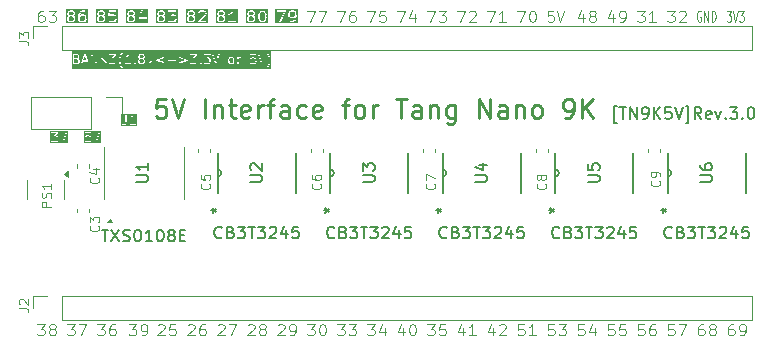
<source format=gbr>
%TF.GenerationSoftware,KiCad,Pcbnew,8.0.1*%
%TF.CreationDate,2024-03-31T10:02:36+09:00*%
%TF.ProjectId,TangNano9k5V,54616e67-4e61-46e6-9f39-6b35562e6b69,rev?*%
%TF.SameCoordinates,Original*%
%TF.FileFunction,Legend,Top*%
%TF.FilePolarity,Positive*%
%FSLAX46Y46*%
G04 Gerber Fmt 4.6, Leading zero omitted, Abs format (unit mm)*
G04 Created by KiCad (PCBNEW 8.0.1) date 2024-03-31 10:02:36*
%MOMM*%
%LPD*%
G01*
G04 APERTURE LIST*
%ADD10C,0.120000*%
%ADD11C,0.100000*%
%ADD12C,0.150000*%
%ADD13C,0.250000*%
%ADD14C,0.152400*%
G04 APERTURE END LIST*
D10*
X39845804Y-253617D02*
X40512470Y-253617D01*
X40512470Y-253617D02*
X40083899Y-1153617D01*
X41417232Y-1153617D02*
X40845804Y-1153617D01*
X41131518Y-1153617D02*
X41131518Y-253617D01*
X41131518Y-253617D02*
X41036280Y-382188D01*
X41036280Y-382188D02*
X40941042Y-467902D01*
X40941042Y-467902D02*
X40845804Y-510760D01*
X14493423Y-26882331D02*
X14541042Y-26839474D01*
X14541042Y-26839474D02*
X14636280Y-26796617D01*
X14636280Y-26796617D02*
X14874375Y-26796617D01*
X14874375Y-26796617D02*
X14969613Y-26839474D01*
X14969613Y-26839474D02*
X15017232Y-26882331D01*
X15017232Y-26882331D02*
X15064851Y-26968045D01*
X15064851Y-26968045D02*
X15064851Y-27053760D01*
X15064851Y-27053760D02*
X15017232Y-27182331D01*
X15017232Y-27182331D02*
X14445804Y-27696617D01*
X14445804Y-27696617D02*
X15064851Y-27696617D01*
X15921994Y-26796617D02*
X15731518Y-26796617D01*
X15731518Y-26796617D02*
X15636280Y-26839474D01*
X15636280Y-26839474D02*
X15588661Y-26882331D01*
X15588661Y-26882331D02*
X15493423Y-27010902D01*
X15493423Y-27010902D02*
X15445804Y-27182331D01*
X15445804Y-27182331D02*
X15445804Y-27525188D01*
X15445804Y-27525188D02*
X15493423Y-27610902D01*
X15493423Y-27610902D02*
X15541042Y-27653760D01*
X15541042Y-27653760D02*
X15636280Y-27696617D01*
X15636280Y-27696617D02*
X15826756Y-27696617D01*
X15826756Y-27696617D02*
X15921994Y-27653760D01*
X15921994Y-27653760D02*
X15969613Y-27610902D01*
X15969613Y-27610902D02*
X16017232Y-27525188D01*
X16017232Y-27525188D02*
X16017232Y-27310902D01*
X16017232Y-27310902D02*
X15969613Y-27225188D01*
X15969613Y-27225188D02*
X15921994Y-27182331D01*
X15921994Y-27182331D02*
X15826756Y-27139474D01*
X15826756Y-27139474D02*
X15636280Y-27139474D01*
X15636280Y-27139474D02*
X15541042Y-27182331D01*
X15541042Y-27182331D02*
X15493423Y-27225188D01*
X15493423Y-27225188D02*
X15445804Y-27310902D01*
X17033423Y-26882331D02*
X17081042Y-26839474D01*
X17081042Y-26839474D02*
X17176280Y-26796617D01*
X17176280Y-26796617D02*
X17414375Y-26796617D01*
X17414375Y-26796617D02*
X17509613Y-26839474D01*
X17509613Y-26839474D02*
X17557232Y-26882331D01*
X17557232Y-26882331D02*
X17604851Y-26968045D01*
X17604851Y-26968045D02*
X17604851Y-27053760D01*
X17604851Y-27053760D02*
X17557232Y-27182331D01*
X17557232Y-27182331D02*
X16985804Y-27696617D01*
X16985804Y-27696617D02*
X17604851Y-27696617D01*
X17938185Y-26796617D02*
X18604851Y-26796617D01*
X18604851Y-26796617D02*
X18176280Y-27696617D01*
X29685804Y-26796617D02*
X30304851Y-26796617D01*
X30304851Y-26796617D02*
X29971518Y-27139474D01*
X29971518Y-27139474D02*
X30114375Y-27139474D01*
X30114375Y-27139474D02*
X30209613Y-27182331D01*
X30209613Y-27182331D02*
X30257232Y-27225188D01*
X30257232Y-27225188D02*
X30304851Y-27310902D01*
X30304851Y-27310902D02*
X30304851Y-27525188D01*
X30304851Y-27525188D02*
X30257232Y-27610902D01*
X30257232Y-27610902D02*
X30209613Y-27653760D01*
X30209613Y-27653760D02*
X30114375Y-27696617D01*
X30114375Y-27696617D02*
X29828661Y-27696617D01*
X29828661Y-27696617D02*
X29733423Y-27653760D01*
X29733423Y-27653760D02*
X29685804Y-27610902D01*
X31161994Y-27096617D02*
X31161994Y-27696617D01*
X30923899Y-26753760D02*
X30685804Y-27396617D01*
X30685804Y-27396617D02*
X31304851Y-27396617D01*
X40369613Y-27096617D02*
X40369613Y-27696617D01*
X40131518Y-26753760D02*
X39893423Y-27396617D01*
X39893423Y-27396617D02*
X40512470Y-27396617D01*
X40845804Y-26882331D02*
X40893423Y-26839474D01*
X40893423Y-26839474D02*
X40988661Y-26796617D01*
X40988661Y-26796617D02*
X41226756Y-26796617D01*
X41226756Y-26796617D02*
X41321994Y-26839474D01*
X41321994Y-26839474D02*
X41369613Y-26882331D01*
X41369613Y-26882331D02*
X41417232Y-26968045D01*
X41417232Y-26968045D02*
X41417232Y-27053760D01*
X41417232Y-27053760D02*
X41369613Y-27182331D01*
X41369613Y-27182331D02*
X40798185Y-27696617D01*
X40798185Y-27696617D02*
X41417232Y-27696617D01*
X29685804Y-253617D02*
X30352470Y-253617D01*
X30352470Y-253617D02*
X29923899Y-1153617D01*
X31209613Y-253617D02*
X30733423Y-253617D01*
X30733423Y-253617D02*
X30685804Y-682188D01*
X30685804Y-682188D02*
X30733423Y-639331D01*
X30733423Y-639331D02*
X30828661Y-596474D01*
X30828661Y-596474D02*
X31066756Y-596474D01*
X31066756Y-596474D02*
X31161994Y-639331D01*
X31161994Y-639331D02*
X31209613Y-682188D01*
X31209613Y-682188D02*
X31257232Y-767902D01*
X31257232Y-767902D02*
X31257232Y-982188D01*
X31257232Y-982188D02*
X31209613Y-1067902D01*
X31209613Y-1067902D02*
X31161994Y-1110760D01*
X31161994Y-1110760D02*
X31066756Y-1153617D01*
X31066756Y-1153617D02*
X30828661Y-1153617D01*
X30828661Y-1153617D02*
X30733423Y-1110760D01*
X30733423Y-1110760D02*
X30685804Y-1067902D01*
X34765804Y-253617D02*
X35432470Y-253617D01*
X35432470Y-253617D02*
X35003899Y-1153617D01*
X35718185Y-253617D02*
X36337232Y-253617D01*
X36337232Y-253617D02*
X36003899Y-596474D01*
X36003899Y-596474D02*
X36146756Y-596474D01*
X36146756Y-596474D02*
X36241994Y-639331D01*
X36241994Y-639331D02*
X36289613Y-682188D01*
X36289613Y-682188D02*
X36337232Y-767902D01*
X36337232Y-767902D02*
X36337232Y-982188D01*
X36337232Y-982188D02*
X36289613Y-1067902D01*
X36289613Y-1067902D02*
X36241994Y-1110760D01*
X36241994Y-1110760D02*
X36146756Y-1153617D01*
X36146756Y-1153617D02*
X35861042Y-1153617D01*
X35861042Y-1153617D02*
X35765804Y-1110760D01*
X35765804Y-1110760D02*
X35718185Y-1067902D01*
X32225804Y-253617D02*
X32892470Y-253617D01*
X32892470Y-253617D02*
X32463899Y-1153617D01*
X33701994Y-553617D02*
X33701994Y-1153617D01*
X33463899Y-210760D02*
X33225804Y-853617D01*
X33225804Y-853617D02*
X33844851Y-853617D01*
G36*
X12389209Y-726430D02*
G01*
X12389475Y-726786D01*
X12426181Y-756491D01*
X12465084Y-820689D01*
X12468380Y-960977D01*
X12436435Y-1023961D01*
X12403711Y-1056677D01*
X12328658Y-1093739D01*
X12164473Y-1097252D01*
X12089064Y-1066517D01*
X12088799Y-1066162D01*
X12052092Y-1036454D01*
X12013189Y-972259D01*
X12009893Y-831970D01*
X12041838Y-768984D01*
X12074561Y-736271D01*
X12149616Y-699208D01*
X12313800Y-695695D01*
X12389209Y-726430D01*
G37*
G36*
X12389209Y-340716D02*
G01*
X12389475Y-341072D01*
X12426181Y-370778D01*
X12465598Y-435822D01*
X12466597Y-450207D01*
X12436435Y-509677D01*
X12403712Y-542390D01*
X12328658Y-579453D01*
X12164473Y-582966D01*
X12089064Y-552231D01*
X12088799Y-551876D01*
X12052092Y-522169D01*
X12012675Y-457124D01*
X12011676Y-442738D01*
X12041837Y-383271D01*
X12074561Y-350557D01*
X12149616Y-313494D01*
X12313800Y-309981D01*
X12389209Y-340716D01*
G37*
G36*
X13637232Y-1313617D02*
G01*
X11793423Y-1313617D01*
X11793423Y-810760D01*
X11893423Y-810760D01*
X11897323Y-976759D01*
X11893815Y-989037D01*
X11897911Y-1001790D01*
X11897990Y-1005149D01*
X11899462Y-1006621D01*
X11900974Y-1011327D01*
X11946509Y-1086466D01*
X11946892Y-1093744D01*
X11960904Y-1112499D01*
X11963613Y-1114691D01*
X11963736Y-1114894D01*
X11963932Y-1114950D01*
X12002938Y-1146518D01*
X12004975Y-1151888D01*
X12024039Y-1165475D01*
X12114049Y-1202161D01*
X12120938Y-1209050D01*
X12140495Y-1212939D01*
X12142090Y-1213590D01*
X12142665Y-1213371D01*
X12143899Y-1213617D01*
X12325983Y-1209720D01*
X12336184Y-1213590D01*
X12355732Y-1209084D01*
X12357336Y-1209050D01*
X12357771Y-1208614D01*
X12358997Y-1208332D01*
X12442773Y-1166962D01*
X12449630Y-1167323D01*
X12469751Y-1155357D01*
X12473143Y-1151965D01*
X12473300Y-1151888D01*
X12473348Y-1151760D01*
X12508500Y-1116619D01*
X12514538Y-1114894D01*
X12529681Y-1097041D01*
X12531323Y-1093802D01*
X12531381Y-1093745D01*
X12531384Y-1093682D01*
X12554611Y-1047885D01*
X12801622Y-1047885D01*
X12804035Y-1093744D01*
X12818047Y-1112499D01*
X12860081Y-1146518D01*
X12862118Y-1151888D01*
X12881182Y-1165475D01*
X12971192Y-1202161D01*
X12978081Y-1209050D01*
X12997638Y-1212939D01*
X12999233Y-1213590D01*
X12999808Y-1213371D01*
X13001042Y-1213617D01*
X13277839Y-1209521D01*
X13288565Y-1213590D01*
X13308163Y-1209072D01*
X13309717Y-1209050D01*
X13310152Y-1208614D01*
X13311378Y-1208332D01*
X13395154Y-1166962D01*
X13402011Y-1167323D01*
X13422132Y-1155357D01*
X13425524Y-1151965D01*
X13425681Y-1151888D01*
X13425729Y-1151760D01*
X13460881Y-1116619D01*
X13466919Y-1114894D01*
X13482062Y-1097041D01*
X13483704Y-1093802D01*
X13483762Y-1093745D01*
X13483765Y-1093682D01*
X13524554Y-1013259D01*
X13532665Y-1005149D01*
X13535243Y-992184D01*
X13536840Y-989037D01*
X13536267Y-987034D01*
X13537232Y-982188D01*
X13533219Y-773725D01*
X13536840Y-761053D01*
X13532728Y-748252D01*
X13532665Y-744941D01*
X13531192Y-743468D01*
X13529681Y-738763D01*
X13484145Y-663623D01*
X13483763Y-656345D01*
X13469751Y-637590D01*
X13467040Y-635396D01*
X13466919Y-635196D01*
X13466724Y-635140D01*
X13427717Y-603573D01*
X13425681Y-598203D01*
X13406616Y-584616D01*
X13316605Y-547929D01*
X13309717Y-541041D01*
X13290159Y-537151D01*
X13288565Y-536501D01*
X13287989Y-536719D01*
X13286756Y-536474D01*
X13284055Y-536548D01*
X13523194Y-286048D01*
X13532665Y-276578D01*
X13532665Y-276128D01*
X13532983Y-275795D01*
X13532665Y-253226D01*
X13532665Y-230656D01*
X13532342Y-230333D01*
X13532336Y-229877D01*
X13516142Y-214133D01*
X13500193Y-198184D01*
X13499619Y-198069D01*
X13499410Y-197866D01*
X13498648Y-197876D01*
X13477232Y-193617D01*
X12835224Y-198184D01*
X12802752Y-230656D01*
X12802752Y-276578D01*
X12835224Y-309050D01*
X12858185Y-313617D01*
X13340278Y-310187D01*
X13097936Y-564042D01*
X13088466Y-573513D01*
X13088466Y-573962D01*
X13088148Y-574296D01*
X13088466Y-596864D01*
X13088466Y-619435D01*
X13088788Y-619757D01*
X13088795Y-620214D01*
X13104988Y-635957D01*
X13120938Y-651907D01*
X13121511Y-652021D01*
X13121721Y-652225D01*
X13122482Y-652214D01*
X13143899Y-656474D01*
X13266796Y-653089D01*
X13341590Y-683573D01*
X13341856Y-683929D01*
X13378562Y-713635D01*
X13417421Y-777758D01*
X13420941Y-960621D01*
X13388816Y-1023961D01*
X13356092Y-1056677D01*
X13281118Y-1093700D01*
X13022297Y-1097529D01*
X12946207Y-1066517D01*
X12945942Y-1066162D01*
X12878202Y-1011339D01*
X12832343Y-1013752D01*
X12801622Y-1047885D01*
X12554611Y-1047885D01*
X12572173Y-1013259D01*
X12580284Y-1005149D01*
X12582862Y-992184D01*
X12584459Y-989037D01*
X12583886Y-987034D01*
X12584851Y-982188D01*
X12580950Y-816188D01*
X12584459Y-803911D01*
X12580362Y-791157D01*
X12580284Y-787799D01*
X12578811Y-786326D01*
X12577300Y-781621D01*
X12531764Y-706480D01*
X12531382Y-699202D01*
X12517370Y-680447D01*
X12514659Y-678253D01*
X12514538Y-678053D01*
X12514343Y-677997D01*
X12475336Y-646430D01*
X12473300Y-641060D01*
X12471235Y-639588D01*
X12473145Y-637678D01*
X12473300Y-637602D01*
X12473347Y-637476D01*
X12508501Y-602333D01*
X12514538Y-600609D01*
X12529682Y-582755D01*
X12531323Y-579518D01*
X12531382Y-579460D01*
X12531385Y-579396D01*
X12572174Y-498972D01*
X12580284Y-490863D01*
X12582862Y-477898D01*
X12584459Y-474751D01*
X12583886Y-472748D01*
X12584851Y-467902D01*
X12581999Y-426804D01*
X12584459Y-418196D01*
X12580559Y-406054D01*
X12580284Y-402084D01*
X12578811Y-400611D01*
X12577300Y-395906D01*
X12531764Y-320766D01*
X12531382Y-313488D01*
X12517370Y-294733D01*
X12514659Y-292539D01*
X12514538Y-292339D01*
X12514343Y-292283D01*
X12475336Y-260716D01*
X12473300Y-255346D01*
X12454235Y-241759D01*
X12364224Y-205072D01*
X12357336Y-198184D01*
X12337778Y-194294D01*
X12336184Y-193644D01*
X12335608Y-193862D01*
X12334375Y-193617D01*
X12152290Y-197513D01*
X12142090Y-193644D01*
X12122541Y-198149D01*
X12120938Y-198184D01*
X12120502Y-198619D01*
X12119278Y-198902D01*
X12035501Y-240271D01*
X12028645Y-239911D01*
X12008523Y-251876D01*
X12005127Y-255270D01*
X12004975Y-255346D01*
X12004927Y-255469D01*
X11969773Y-290613D01*
X11963736Y-292339D01*
X11948592Y-310193D01*
X11946949Y-313431D01*
X11946893Y-313488D01*
X11946889Y-313549D01*
X11906099Y-393974D01*
X11897990Y-402084D01*
X11895411Y-415048D01*
X11893815Y-418196D01*
X11894387Y-420198D01*
X11893423Y-425045D01*
X11896274Y-466142D01*
X11893815Y-474751D01*
X11897714Y-486893D01*
X11897990Y-490863D01*
X11899462Y-492335D01*
X11900973Y-497040D01*
X11946510Y-572184D01*
X11946893Y-579460D01*
X11960904Y-598215D01*
X11963612Y-600407D01*
X11963735Y-600609D01*
X11963931Y-600665D01*
X12002938Y-632232D01*
X12004975Y-637602D01*
X12007039Y-639073D01*
X12005127Y-640984D01*
X12004975Y-641060D01*
X12004927Y-641183D01*
X11969774Y-676327D01*
X11963735Y-678053D01*
X11948592Y-695907D01*
X11946949Y-699145D01*
X11946893Y-699202D01*
X11946889Y-699263D01*
X11906099Y-779689D01*
X11897990Y-787799D01*
X11895411Y-800763D01*
X11893815Y-803911D01*
X11894387Y-805913D01*
X11893423Y-810760D01*
X11793423Y-810760D01*
X11793423Y-93617D01*
X13637232Y-93617D01*
X13637232Y-1313617D01*
G37*
X60108661Y-253617D02*
X60480089Y-253617D01*
X60480089Y-253617D02*
X60280089Y-596474D01*
X60280089Y-596474D02*
X60365804Y-596474D01*
X60365804Y-596474D02*
X60422947Y-639331D01*
X60422947Y-639331D02*
X60451518Y-682188D01*
X60451518Y-682188D02*
X60480089Y-767902D01*
X60480089Y-767902D02*
X60480089Y-982188D01*
X60480089Y-982188D02*
X60451518Y-1067902D01*
X60451518Y-1067902D02*
X60422947Y-1110760D01*
X60422947Y-1110760D02*
X60365804Y-1153617D01*
X60365804Y-1153617D02*
X60194375Y-1153617D01*
X60194375Y-1153617D02*
X60137232Y-1110760D01*
X60137232Y-1110760D02*
X60108661Y-1067902D01*
X60651518Y-253617D02*
X60851518Y-1153617D01*
X60851518Y-1153617D02*
X61051518Y-253617D01*
X61194376Y-253617D02*
X61565804Y-253617D01*
X61565804Y-253617D02*
X61365804Y-596474D01*
X61365804Y-596474D02*
X61451519Y-596474D01*
X61451519Y-596474D02*
X61508662Y-639331D01*
X61508662Y-639331D02*
X61537233Y-682188D01*
X61537233Y-682188D02*
X61565804Y-767902D01*
X61565804Y-767902D02*
X61565804Y-982188D01*
X61565804Y-982188D02*
X61537233Y-1067902D01*
X61537233Y-1067902D02*
X61508662Y-1110760D01*
X61508662Y-1110760D02*
X61451519Y-1153617D01*
X61451519Y-1153617D02*
X61280090Y-1153617D01*
X61280090Y-1153617D02*
X61222947Y-1110760D01*
X61222947Y-1110760D02*
X61194376Y-1067902D01*
X58149613Y-26796617D02*
X57959137Y-26796617D01*
X57959137Y-26796617D02*
X57863899Y-26839474D01*
X57863899Y-26839474D02*
X57816280Y-26882331D01*
X57816280Y-26882331D02*
X57721042Y-27010902D01*
X57721042Y-27010902D02*
X57673423Y-27182331D01*
X57673423Y-27182331D02*
X57673423Y-27525188D01*
X57673423Y-27525188D02*
X57721042Y-27610902D01*
X57721042Y-27610902D02*
X57768661Y-27653760D01*
X57768661Y-27653760D02*
X57863899Y-27696617D01*
X57863899Y-27696617D02*
X58054375Y-27696617D01*
X58054375Y-27696617D02*
X58149613Y-27653760D01*
X58149613Y-27653760D02*
X58197232Y-27610902D01*
X58197232Y-27610902D02*
X58244851Y-27525188D01*
X58244851Y-27525188D02*
X58244851Y-27310902D01*
X58244851Y-27310902D02*
X58197232Y-27225188D01*
X58197232Y-27225188D02*
X58149613Y-27182331D01*
X58149613Y-27182331D02*
X58054375Y-27139474D01*
X58054375Y-27139474D02*
X57863899Y-27139474D01*
X57863899Y-27139474D02*
X57768661Y-27182331D01*
X57768661Y-27182331D02*
X57721042Y-27225188D01*
X57721042Y-27225188D02*
X57673423Y-27310902D01*
X58816280Y-27182331D02*
X58721042Y-27139474D01*
X58721042Y-27139474D02*
X58673423Y-27096617D01*
X58673423Y-27096617D02*
X58625804Y-27010902D01*
X58625804Y-27010902D02*
X58625804Y-26968045D01*
X58625804Y-26968045D02*
X58673423Y-26882331D01*
X58673423Y-26882331D02*
X58721042Y-26839474D01*
X58721042Y-26839474D02*
X58816280Y-26796617D01*
X58816280Y-26796617D02*
X59006756Y-26796617D01*
X59006756Y-26796617D02*
X59101994Y-26839474D01*
X59101994Y-26839474D02*
X59149613Y-26882331D01*
X59149613Y-26882331D02*
X59197232Y-26968045D01*
X59197232Y-26968045D02*
X59197232Y-27010902D01*
X59197232Y-27010902D02*
X59149613Y-27096617D01*
X59149613Y-27096617D02*
X59101994Y-27139474D01*
X59101994Y-27139474D02*
X59006756Y-27182331D01*
X59006756Y-27182331D02*
X58816280Y-27182331D01*
X58816280Y-27182331D02*
X58721042Y-27225188D01*
X58721042Y-27225188D02*
X58673423Y-27268045D01*
X58673423Y-27268045D02*
X58625804Y-27353760D01*
X58625804Y-27353760D02*
X58625804Y-27525188D01*
X58625804Y-27525188D02*
X58673423Y-27610902D01*
X58673423Y-27610902D02*
X58721042Y-27653760D01*
X58721042Y-27653760D02*
X58816280Y-27696617D01*
X58816280Y-27696617D02*
X59006756Y-27696617D01*
X59006756Y-27696617D02*
X59101994Y-27653760D01*
X59101994Y-27653760D02*
X59149613Y-27610902D01*
X59149613Y-27610902D02*
X59197232Y-27525188D01*
X59197232Y-27525188D02*
X59197232Y-27353760D01*
X59197232Y-27353760D02*
X59149613Y-27268045D01*
X59149613Y-27268045D02*
X59101994Y-27225188D01*
X59101994Y-27225188D02*
X59006756Y-27182331D01*
X53117232Y-26796617D02*
X52641042Y-26796617D01*
X52641042Y-26796617D02*
X52593423Y-27225188D01*
X52593423Y-27225188D02*
X52641042Y-27182331D01*
X52641042Y-27182331D02*
X52736280Y-27139474D01*
X52736280Y-27139474D02*
X52974375Y-27139474D01*
X52974375Y-27139474D02*
X53069613Y-27182331D01*
X53069613Y-27182331D02*
X53117232Y-27225188D01*
X53117232Y-27225188D02*
X53164851Y-27310902D01*
X53164851Y-27310902D02*
X53164851Y-27525188D01*
X53164851Y-27525188D02*
X53117232Y-27610902D01*
X53117232Y-27610902D02*
X53069613Y-27653760D01*
X53069613Y-27653760D02*
X52974375Y-27696617D01*
X52974375Y-27696617D02*
X52736280Y-27696617D01*
X52736280Y-27696617D02*
X52641042Y-27653760D01*
X52641042Y-27653760D02*
X52593423Y-27610902D01*
X54021994Y-26796617D02*
X53831518Y-26796617D01*
X53831518Y-26796617D02*
X53736280Y-26839474D01*
X53736280Y-26839474D02*
X53688661Y-26882331D01*
X53688661Y-26882331D02*
X53593423Y-27010902D01*
X53593423Y-27010902D02*
X53545804Y-27182331D01*
X53545804Y-27182331D02*
X53545804Y-27525188D01*
X53545804Y-27525188D02*
X53593423Y-27610902D01*
X53593423Y-27610902D02*
X53641042Y-27653760D01*
X53641042Y-27653760D02*
X53736280Y-27696617D01*
X53736280Y-27696617D02*
X53926756Y-27696617D01*
X53926756Y-27696617D02*
X54021994Y-27653760D01*
X54021994Y-27653760D02*
X54069613Y-27610902D01*
X54069613Y-27610902D02*
X54117232Y-27525188D01*
X54117232Y-27525188D02*
X54117232Y-27310902D01*
X54117232Y-27310902D02*
X54069613Y-27225188D01*
X54069613Y-27225188D02*
X54021994Y-27182331D01*
X54021994Y-27182331D02*
X53926756Y-27139474D01*
X53926756Y-27139474D02*
X53736280Y-27139474D01*
X53736280Y-27139474D02*
X53641042Y-27182331D01*
X53641042Y-27182331D02*
X53593423Y-27225188D01*
X53593423Y-27225188D02*
X53545804Y-27310902D01*
X34765804Y-26796617D02*
X35384851Y-26796617D01*
X35384851Y-26796617D02*
X35051518Y-27139474D01*
X35051518Y-27139474D02*
X35194375Y-27139474D01*
X35194375Y-27139474D02*
X35289613Y-27182331D01*
X35289613Y-27182331D02*
X35337232Y-27225188D01*
X35337232Y-27225188D02*
X35384851Y-27310902D01*
X35384851Y-27310902D02*
X35384851Y-27525188D01*
X35384851Y-27525188D02*
X35337232Y-27610902D01*
X35337232Y-27610902D02*
X35289613Y-27653760D01*
X35289613Y-27653760D02*
X35194375Y-27696617D01*
X35194375Y-27696617D02*
X34908661Y-27696617D01*
X34908661Y-27696617D02*
X34813423Y-27653760D01*
X34813423Y-27653760D02*
X34765804Y-27610902D01*
X36289613Y-26796617D02*
X35813423Y-26796617D01*
X35813423Y-26796617D02*
X35765804Y-27225188D01*
X35765804Y-27225188D02*
X35813423Y-27182331D01*
X35813423Y-27182331D02*
X35908661Y-27139474D01*
X35908661Y-27139474D02*
X36146756Y-27139474D01*
X36146756Y-27139474D02*
X36241994Y-27182331D01*
X36241994Y-27182331D02*
X36289613Y-27225188D01*
X36289613Y-27225188D02*
X36337232Y-27310902D01*
X36337232Y-27310902D02*
X36337232Y-27525188D01*
X36337232Y-27525188D02*
X36289613Y-27610902D01*
X36289613Y-27610902D02*
X36241994Y-27653760D01*
X36241994Y-27653760D02*
X36146756Y-27696617D01*
X36146756Y-27696617D02*
X35908661Y-27696617D01*
X35908661Y-27696617D02*
X35813423Y-27653760D01*
X35813423Y-27653760D02*
X35765804Y-27610902D01*
G36*
X9849209Y-726430D02*
G01*
X9849475Y-726786D01*
X9886181Y-756491D01*
X9925084Y-820689D01*
X9928380Y-960977D01*
X9896435Y-1023961D01*
X9863711Y-1056677D01*
X9788658Y-1093739D01*
X9624473Y-1097252D01*
X9549064Y-1066517D01*
X9548799Y-1066162D01*
X9512092Y-1036454D01*
X9473189Y-972259D01*
X9469893Y-831970D01*
X9501838Y-768984D01*
X9534561Y-736271D01*
X9609616Y-699208D01*
X9773800Y-695695D01*
X9849209Y-726430D01*
G37*
G36*
X9849209Y-340716D02*
G01*
X9849475Y-341072D01*
X9886181Y-370778D01*
X9925598Y-435822D01*
X9926597Y-450207D01*
X9896435Y-509677D01*
X9863712Y-542390D01*
X9788658Y-579453D01*
X9624473Y-582966D01*
X9549064Y-552231D01*
X9548799Y-551876D01*
X9512092Y-522169D01*
X9472675Y-457124D01*
X9471676Y-442738D01*
X9501837Y-383271D01*
X9534561Y-350557D01*
X9609616Y-313494D01*
X9773800Y-309981D01*
X9849209Y-340716D01*
G37*
G36*
X11140284Y-1313617D02*
G01*
X9253423Y-1313617D01*
X9253423Y-810760D01*
X9353423Y-810760D01*
X9357323Y-976759D01*
X9353815Y-989037D01*
X9357911Y-1001790D01*
X9357990Y-1005149D01*
X9359462Y-1006621D01*
X9360974Y-1011327D01*
X9406509Y-1086466D01*
X9406892Y-1093744D01*
X9420904Y-1112499D01*
X9423613Y-1114691D01*
X9423736Y-1114894D01*
X9423932Y-1114950D01*
X9462938Y-1146518D01*
X9464975Y-1151888D01*
X9484039Y-1165475D01*
X9574049Y-1202161D01*
X9580938Y-1209050D01*
X9600495Y-1212939D01*
X9602090Y-1213590D01*
X9602665Y-1213371D01*
X9603899Y-1213617D01*
X9785983Y-1209720D01*
X9796184Y-1213590D01*
X9815732Y-1209084D01*
X9817336Y-1209050D01*
X9817771Y-1208614D01*
X9818997Y-1208332D01*
X9902773Y-1166962D01*
X9909630Y-1167323D01*
X9929751Y-1155357D01*
X9933143Y-1151965D01*
X9933300Y-1151888D01*
X9933348Y-1151760D01*
X9968500Y-1116619D01*
X9974538Y-1114894D01*
X9989681Y-1097041D01*
X9991323Y-1093802D01*
X9991381Y-1093745D01*
X9991384Y-1093682D01*
X10032173Y-1013259D01*
X10040284Y-1005149D01*
X10042862Y-992184D01*
X10044459Y-989037D01*
X10043886Y-987034D01*
X10044851Y-982188D01*
X10041883Y-855896D01*
X10305847Y-855896D01*
X10310371Y-865742D01*
X10310371Y-876578D01*
X10319581Y-885788D01*
X10325020Y-897625D01*
X10335181Y-901388D01*
X10342843Y-909050D01*
X10365804Y-913617D01*
X10784611Y-910637D01*
X10786561Y-1176578D01*
X10819033Y-1209050D01*
X10864955Y-1209050D01*
X10897427Y-1176578D01*
X10901994Y-1153617D01*
X10900206Y-909815D01*
X11007812Y-909050D01*
X11040284Y-876578D01*
X11040284Y-830656D01*
X11007812Y-798184D01*
X10984851Y-793617D01*
X10899359Y-794225D01*
X10897427Y-530656D01*
X10864955Y-498184D01*
X10819033Y-498184D01*
X10786561Y-530656D01*
X10781994Y-553617D01*
X10783763Y-795047D01*
X10450036Y-797421D01*
X10663856Y-208481D01*
X10644683Y-166753D01*
X10601620Y-150803D01*
X10559891Y-169976D01*
X10547634Y-189921D01*
X10317655Y-823371D01*
X10310371Y-830656D01*
X10310371Y-843435D01*
X10305847Y-855896D01*
X10041883Y-855896D01*
X10040950Y-816188D01*
X10044459Y-803911D01*
X10040362Y-791157D01*
X10040284Y-787799D01*
X10038811Y-786326D01*
X10037300Y-781621D01*
X9991764Y-706480D01*
X9991382Y-699202D01*
X9977370Y-680447D01*
X9974659Y-678253D01*
X9974538Y-678053D01*
X9974343Y-677997D01*
X9935336Y-646430D01*
X9933300Y-641060D01*
X9931235Y-639588D01*
X9933145Y-637678D01*
X9933300Y-637602D01*
X9933347Y-637476D01*
X9968501Y-602333D01*
X9974538Y-600609D01*
X9989682Y-582755D01*
X9991323Y-579518D01*
X9991382Y-579460D01*
X9991385Y-579396D01*
X10032174Y-498972D01*
X10040284Y-490863D01*
X10042862Y-477898D01*
X10044459Y-474751D01*
X10043886Y-472748D01*
X10044851Y-467902D01*
X10041999Y-426804D01*
X10044459Y-418196D01*
X10040559Y-406054D01*
X10040284Y-402084D01*
X10038811Y-400611D01*
X10037300Y-395906D01*
X9991764Y-320766D01*
X9991382Y-313488D01*
X9977370Y-294733D01*
X9974659Y-292539D01*
X9974538Y-292339D01*
X9974343Y-292283D01*
X9935336Y-260716D01*
X9933300Y-255346D01*
X9914235Y-241759D01*
X9824224Y-205072D01*
X9817336Y-198184D01*
X9797778Y-194294D01*
X9796184Y-193644D01*
X9795608Y-193862D01*
X9794375Y-193617D01*
X9612290Y-197513D01*
X9602090Y-193644D01*
X9582541Y-198149D01*
X9580938Y-198184D01*
X9580502Y-198619D01*
X9579278Y-198902D01*
X9495501Y-240271D01*
X9488645Y-239911D01*
X9468523Y-251876D01*
X9465127Y-255270D01*
X9464975Y-255346D01*
X9464927Y-255469D01*
X9429773Y-290613D01*
X9423736Y-292339D01*
X9408592Y-310193D01*
X9406949Y-313431D01*
X9406893Y-313488D01*
X9406889Y-313549D01*
X9366099Y-393974D01*
X9357990Y-402084D01*
X9355411Y-415048D01*
X9353815Y-418196D01*
X9354387Y-420198D01*
X9353423Y-425045D01*
X9356274Y-466142D01*
X9353815Y-474751D01*
X9357714Y-486893D01*
X9357990Y-490863D01*
X9359462Y-492335D01*
X9360973Y-497040D01*
X9406510Y-572184D01*
X9406893Y-579460D01*
X9420904Y-598215D01*
X9423612Y-600407D01*
X9423735Y-600609D01*
X9423931Y-600665D01*
X9462938Y-632232D01*
X9464975Y-637602D01*
X9467039Y-639073D01*
X9465127Y-640984D01*
X9464975Y-641060D01*
X9464927Y-641183D01*
X9429774Y-676327D01*
X9423735Y-678053D01*
X9408592Y-695907D01*
X9406949Y-699145D01*
X9406893Y-699202D01*
X9406889Y-699263D01*
X9366099Y-779689D01*
X9357990Y-787799D01*
X9355411Y-800763D01*
X9353815Y-803911D01*
X9354387Y-805913D01*
X9353423Y-810760D01*
X9253423Y-810760D01*
X9253423Y-50803D01*
X11140284Y-50803D01*
X11140284Y-1313617D01*
G37*
X4285804Y-26796617D02*
X4904851Y-26796617D01*
X4904851Y-26796617D02*
X4571518Y-27139474D01*
X4571518Y-27139474D02*
X4714375Y-27139474D01*
X4714375Y-27139474D02*
X4809613Y-27182331D01*
X4809613Y-27182331D02*
X4857232Y-27225188D01*
X4857232Y-27225188D02*
X4904851Y-27310902D01*
X4904851Y-27310902D02*
X4904851Y-27525188D01*
X4904851Y-27525188D02*
X4857232Y-27610902D01*
X4857232Y-27610902D02*
X4809613Y-27653760D01*
X4809613Y-27653760D02*
X4714375Y-27696617D01*
X4714375Y-27696617D02*
X4428661Y-27696617D01*
X4428661Y-27696617D02*
X4333423Y-27653760D01*
X4333423Y-27653760D02*
X4285804Y-27610902D01*
X5238185Y-26796617D02*
X5904851Y-26796617D01*
X5904851Y-26796617D02*
X5476280Y-27696617D01*
X45497232Y-26796617D02*
X45021042Y-26796617D01*
X45021042Y-26796617D02*
X44973423Y-27225188D01*
X44973423Y-27225188D02*
X45021042Y-27182331D01*
X45021042Y-27182331D02*
X45116280Y-27139474D01*
X45116280Y-27139474D02*
X45354375Y-27139474D01*
X45354375Y-27139474D02*
X45449613Y-27182331D01*
X45449613Y-27182331D02*
X45497232Y-27225188D01*
X45497232Y-27225188D02*
X45544851Y-27310902D01*
X45544851Y-27310902D02*
X45544851Y-27525188D01*
X45544851Y-27525188D02*
X45497232Y-27610902D01*
X45497232Y-27610902D02*
X45449613Y-27653760D01*
X45449613Y-27653760D02*
X45354375Y-27696617D01*
X45354375Y-27696617D02*
X45116280Y-27696617D01*
X45116280Y-27696617D02*
X45021042Y-27653760D01*
X45021042Y-27653760D02*
X44973423Y-27610902D01*
X45878185Y-26796617D02*
X46497232Y-26796617D01*
X46497232Y-26796617D02*
X46163899Y-27139474D01*
X46163899Y-27139474D02*
X46306756Y-27139474D01*
X46306756Y-27139474D02*
X46401994Y-27182331D01*
X46401994Y-27182331D02*
X46449613Y-27225188D01*
X46449613Y-27225188D02*
X46497232Y-27310902D01*
X46497232Y-27310902D02*
X46497232Y-27525188D01*
X46497232Y-27525188D02*
X46449613Y-27610902D01*
X46449613Y-27610902D02*
X46401994Y-27653760D01*
X46401994Y-27653760D02*
X46306756Y-27696617D01*
X46306756Y-27696617D02*
X46021042Y-27696617D01*
X46021042Y-27696617D02*
X45925804Y-27653760D01*
X45925804Y-27653760D02*
X45878185Y-27610902D01*
X24605804Y-253617D02*
X25272470Y-253617D01*
X25272470Y-253617D02*
X24843899Y-1153617D01*
X25558185Y-253617D02*
X26224851Y-253617D01*
X26224851Y-253617D02*
X25796280Y-1153617D01*
D11*
G36*
X7163980Y-11465784D02*
G01*
X5669411Y-11465784D01*
X5669411Y-10922289D01*
X5758300Y-10922289D01*
X5759975Y-10924336D01*
X5759975Y-10926981D01*
X5771876Y-10938882D01*
X5782533Y-10951908D01*
X5785164Y-10952171D01*
X5787034Y-10954041D01*
X5803862Y-10954041D01*
X5820611Y-10955716D01*
X5822658Y-10954041D01*
X5825303Y-10954041D01*
X5841524Y-10943203D01*
X5868164Y-10913632D01*
X5926892Y-10881540D01*
X6093274Y-10878519D01*
X6151853Y-10905184D01*
X6181338Y-10931748D01*
X6213428Y-10990474D01*
X6216449Y-11156856D01*
X6189784Y-11215433D01*
X6163221Y-11244920D01*
X6104493Y-11277011D01*
X5938112Y-11280032D01*
X5879533Y-11253366D01*
X5825303Y-11204510D01*
X5787035Y-11204510D01*
X5759975Y-11231570D01*
X5759975Y-11269838D01*
X5770814Y-11286059D01*
X5804892Y-11316760D01*
X5806492Y-11321560D01*
X5821904Y-11333521D01*
X5825121Y-11334985D01*
X5825131Y-11334994D01*
X5825140Y-11334994D01*
X5895050Y-11366818D01*
X5901321Y-11373089D01*
X5914650Y-11375740D01*
X5916910Y-11376769D01*
X5917998Y-11376406D01*
X5920455Y-11376895D01*
X6104811Y-11373547D01*
X6114475Y-11376769D01*
X6127759Y-11373130D01*
X6130065Y-11373089D01*
X6130876Y-11372277D01*
X6133291Y-11371616D01*
X6200310Y-11334994D01*
X6206257Y-11334994D01*
X6222478Y-11324155D01*
X6224739Y-11321644D01*
X6224894Y-11321560D01*
X6224939Y-11321422D01*
X6253178Y-11290076D01*
X6257977Y-11288477D01*
X6269938Y-11273065D01*
X6271402Y-11269847D01*
X6271411Y-11269838D01*
X6271410Y-11269829D01*
X6303235Y-11199918D01*
X6309506Y-11193648D01*
X6312157Y-11180318D01*
X6313186Y-11178059D01*
X6312823Y-11176970D01*
X6313312Y-11174514D01*
X6309964Y-10990157D01*
X6313186Y-10980494D01*
X6309547Y-10967206D01*
X6309506Y-10964904D01*
X6308695Y-10964093D01*
X6308034Y-10961678D01*
X6271411Y-10894658D01*
X6271411Y-10888712D01*
X6260572Y-10872491D01*
X6258061Y-10870228D01*
X6257977Y-10870075D01*
X6257839Y-10870029D01*
X6226493Y-10841789D01*
X6224894Y-10836992D01*
X6209483Y-10825031D01*
X6206265Y-10823566D01*
X6206256Y-10823558D01*
X6206247Y-10823558D01*
X6136336Y-10791734D01*
X6130065Y-10785463D01*
X6116733Y-10782811D01*
X6114475Y-10781783D01*
X6113387Y-10782145D01*
X6110931Y-10781657D01*
X5926574Y-10785004D01*
X5916910Y-10781783D01*
X5903625Y-10785421D01*
X5901321Y-10785463D01*
X5900509Y-10786274D01*
X5898094Y-10786936D01*
X5865706Y-10804634D01*
X5886341Y-10576494D01*
X6244351Y-10573089D01*
X6271411Y-10546029D01*
X6271411Y-10523351D01*
X6442010Y-10523351D01*
X6444450Y-10542706D01*
X6709770Y-11327110D01*
X6708677Y-11330439D01*
X6715536Y-11344157D01*
X6720778Y-11359655D01*
X6724120Y-11361325D01*
X6725791Y-11364668D01*
X6740830Y-11369681D01*
X6755007Y-11376769D01*
X6758551Y-11375587D01*
X6762095Y-11376769D01*
X6776271Y-11369681D01*
X6791311Y-11364668D01*
X6792981Y-11361325D01*
X6796324Y-11359655D01*
X6805985Y-11342706D01*
X7075091Y-10523351D01*
X7057977Y-10489122D01*
X7021673Y-10477021D01*
X6987444Y-10494135D01*
X6977783Y-10511083D01*
X6759840Y-11174659D01*
X6529657Y-10494135D01*
X6495428Y-10477021D01*
X6459124Y-10489122D01*
X6442010Y-10523351D01*
X6271411Y-10523351D01*
X6271411Y-10507761D01*
X6244351Y-10480701D01*
X6225217Y-10476895D01*
X5844709Y-10480514D01*
X5829823Y-10479026D01*
X5827806Y-10480675D01*
X5825131Y-10480701D01*
X5813231Y-10492600D01*
X5800204Y-10503259D01*
X5799164Y-10506667D01*
X5798071Y-10507761D01*
X5798071Y-10510253D01*
X5794513Y-10521920D01*
X5761489Y-10887031D01*
X5759975Y-10888712D01*
X5759975Y-10903770D01*
X5758300Y-10922289D01*
X5669411Y-10922289D01*
X5669411Y-10388006D01*
X7163980Y-10388006D01*
X7163980Y-11465784D01*
G37*
D10*
X22113423Y-26882331D02*
X22161042Y-26839474D01*
X22161042Y-26839474D02*
X22256280Y-26796617D01*
X22256280Y-26796617D02*
X22494375Y-26796617D01*
X22494375Y-26796617D02*
X22589613Y-26839474D01*
X22589613Y-26839474D02*
X22637232Y-26882331D01*
X22637232Y-26882331D02*
X22684851Y-26968045D01*
X22684851Y-26968045D02*
X22684851Y-27053760D01*
X22684851Y-27053760D02*
X22637232Y-27182331D01*
X22637232Y-27182331D02*
X22065804Y-27696617D01*
X22065804Y-27696617D02*
X22684851Y-27696617D01*
X23161042Y-27696617D02*
X23351518Y-27696617D01*
X23351518Y-27696617D02*
X23446756Y-27653760D01*
X23446756Y-27653760D02*
X23494375Y-27610902D01*
X23494375Y-27610902D02*
X23589613Y-27482331D01*
X23589613Y-27482331D02*
X23637232Y-27310902D01*
X23637232Y-27310902D02*
X23637232Y-26968045D01*
X23637232Y-26968045D02*
X23589613Y-26882331D01*
X23589613Y-26882331D02*
X23541994Y-26839474D01*
X23541994Y-26839474D02*
X23446756Y-26796617D01*
X23446756Y-26796617D02*
X23256280Y-26796617D01*
X23256280Y-26796617D02*
X23161042Y-26839474D01*
X23161042Y-26839474D02*
X23113423Y-26882331D01*
X23113423Y-26882331D02*
X23065804Y-26968045D01*
X23065804Y-26968045D02*
X23065804Y-27182331D01*
X23065804Y-27182331D02*
X23113423Y-27268045D01*
X23113423Y-27268045D02*
X23161042Y-27310902D01*
X23161042Y-27310902D02*
X23256280Y-27353760D01*
X23256280Y-27353760D02*
X23446756Y-27353760D01*
X23446756Y-27353760D02*
X23541994Y-27310902D01*
X23541994Y-27310902D02*
X23589613Y-27268045D01*
X23589613Y-27268045D02*
X23637232Y-27182331D01*
X24605804Y-26796617D02*
X25224851Y-26796617D01*
X25224851Y-26796617D02*
X24891518Y-27139474D01*
X24891518Y-27139474D02*
X25034375Y-27139474D01*
X25034375Y-27139474D02*
X25129613Y-27182331D01*
X25129613Y-27182331D02*
X25177232Y-27225188D01*
X25177232Y-27225188D02*
X25224851Y-27310902D01*
X25224851Y-27310902D02*
X25224851Y-27525188D01*
X25224851Y-27525188D02*
X25177232Y-27610902D01*
X25177232Y-27610902D02*
X25129613Y-27653760D01*
X25129613Y-27653760D02*
X25034375Y-27696617D01*
X25034375Y-27696617D02*
X24748661Y-27696617D01*
X24748661Y-27696617D02*
X24653423Y-27653760D01*
X24653423Y-27653760D02*
X24605804Y-27610902D01*
X25843899Y-26796617D02*
X25939137Y-26796617D01*
X25939137Y-26796617D02*
X26034375Y-26839474D01*
X26034375Y-26839474D02*
X26081994Y-26882331D01*
X26081994Y-26882331D02*
X26129613Y-26968045D01*
X26129613Y-26968045D02*
X26177232Y-27139474D01*
X26177232Y-27139474D02*
X26177232Y-27353760D01*
X26177232Y-27353760D02*
X26129613Y-27525188D01*
X26129613Y-27525188D02*
X26081994Y-27610902D01*
X26081994Y-27610902D02*
X26034375Y-27653760D01*
X26034375Y-27653760D02*
X25939137Y-27696617D01*
X25939137Y-27696617D02*
X25843899Y-27696617D01*
X25843899Y-27696617D02*
X25748661Y-27653760D01*
X25748661Y-27653760D02*
X25701042Y-27610902D01*
X25701042Y-27610902D02*
X25653423Y-27525188D01*
X25653423Y-27525188D02*
X25605804Y-27353760D01*
X25605804Y-27353760D02*
X25605804Y-27139474D01*
X25605804Y-27139474D02*
X25653423Y-26968045D01*
X25653423Y-26968045D02*
X25701042Y-26882331D01*
X25701042Y-26882331D02*
X25748661Y-26839474D01*
X25748661Y-26839474D02*
X25843899Y-26796617D01*
D12*
X50787493Y-9728152D02*
X50549398Y-9728152D01*
X50549398Y-9728152D02*
X50549398Y-8299580D01*
X50549398Y-8299580D02*
X50787493Y-8299580D01*
X51025589Y-8394819D02*
X51597017Y-8394819D01*
X51311303Y-9394819D02*
X51311303Y-8394819D01*
X51930351Y-9394819D02*
X51930351Y-8394819D01*
X51930351Y-8394819D02*
X52501779Y-9394819D01*
X52501779Y-9394819D02*
X52501779Y-8394819D01*
X53025589Y-9394819D02*
X53216065Y-9394819D01*
X53216065Y-9394819D02*
X53311303Y-9347200D01*
X53311303Y-9347200D02*
X53358922Y-9299580D01*
X53358922Y-9299580D02*
X53454160Y-9156723D01*
X53454160Y-9156723D02*
X53501779Y-8966247D01*
X53501779Y-8966247D02*
X53501779Y-8585295D01*
X53501779Y-8585295D02*
X53454160Y-8490057D01*
X53454160Y-8490057D02*
X53406541Y-8442438D01*
X53406541Y-8442438D02*
X53311303Y-8394819D01*
X53311303Y-8394819D02*
X53120827Y-8394819D01*
X53120827Y-8394819D02*
X53025589Y-8442438D01*
X53025589Y-8442438D02*
X52977970Y-8490057D01*
X52977970Y-8490057D02*
X52930351Y-8585295D01*
X52930351Y-8585295D02*
X52930351Y-8823390D01*
X52930351Y-8823390D02*
X52977970Y-8918628D01*
X52977970Y-8918628D02*
X53025589Y-8966247D01*
X53025589Y-8966247D02*
X53120827Y-9013866D01*
X53120827Y-9013866D02*
X53311303Y-9013866D01*
X53311303Y-9013866D02*
X53406541Y-8966247D01*
X53406541Y-8966247D02*
X53454160Y-8918628D01*
X53454160Y-8918628D02*
X53501779Y-8823390D01*
X53930351Y-9394819D02*
X53930351Y-8394819D01*
X54501779Y-9394819D02*
X54073208Y-8823390D01*
X54501779Y-8394819D02*
X53930351Y-8966247D01*
X55406541Y-8394819D02*
X54930351Y-8394819D01*
X54930351Y-8394819D02*
X54882732Y-8871009D01*
X54882732Y-8871009D02*
X54930351Y-8823390D01*
X54930351Y-8823390D02*
X55025589Y-8775771D01*
X55025589Y-8775771D02*
X55263684Y-8775771D01*
X55263684Y-8775771D02*
X55358922Y-8823390D01*
X55358922Y-8823390D02*
X55406541Y-8871009D01*
X55406541Y-8871009D02*
X55454160Y-8966247D01*
X55454160Y-8966247D02*
X55454160Y-9204342D01*
X55454160Y-9204342D02*
X55406541Y-9299580D01*
X55406541Y-9299580D02*
X55358922Y-9347200D01*
X55358922Y-9347200D02*
X55263684Y-9394819D01*
X55263684Y-9394819D02*
X55025589Y-9394819D01*
X55025589Y-9394819D02*
X54930351Y-9347200D01*
X54930351Y-9347200D02*
X54882732Y-9299580D01*
X55739875Y-8394819D02*
X56073208Y-9394819D01*
X56073208Y-9394819D02*
X56406541Y-8394819D01*
X56644637Y-9728152D02*
X56882732Y-9728152D01*
X56882732Y-9728152D02*
X56882732Y-8299580D01*
X56882732Y-8299580D02*
X56644637Y-8299580D01*
X57977970Y-9394819D02*
X57644637Y-8918628D01*
X57406542Y-9394819D02*
X57406542Y-8394819D01*
X57406542Y-8394819D02*
X57787494Y-8394819D01*
X57787494Y-8394819D02*
X57882732Y-8442438D01*
X57882732Y-8442438D02*
X57930351Y-8490057D01*
X57930351Y-8490057D02*
X57977970Y-8585295D01*
X57977970Y-8585295D02*
X57977970Y-8728152D01*
X57977970Y-8728152D02*
X57930351Y-8823390D01*
X57930351Y-8823390D02*
X57882732Y-8871009D01*
X57882732Y-8871009D02*
X57787494Y-8918628D01*
X57787494Y-8918628D02*
X57406542Y-8918628D01*
X58787494Y-9347200D02*
X58692256Y-9394819D01*
X58692256Y-9394819D02*
X58501780Y-9394819D01*
X58501780Y-9394819D02*
X58406542Y-9347200D01*
X58406542Y-9347200D02*
X58358923Y-9251961D01*
X58358923Y-9251961D02*
X58358923Y-8871009D01*
X58358923Y-8871009D02*
X58406542Y-8775771D01*
X58406542Y-8775771D02*
X58501780Y-8728152D01*
X58501780Y-8728152D02*
X58692256Y-8728152D01*
X58692256Y-8728152D02*
X58787494Y-8775771D01*
X58787494Y-8775771D02*
X58835113Y-8871009D01*
X58835113Y-8871009D02*
X58835113Y-8966247D01*
X58835113Y-8966247D02*
X58358923Y-9061485D01*
X59168447Y-8728152D02*
X59406542Y-9394819D01*
X59406542Y-9394819D02*
X59644637Y-8728152D01*
X60025590Y-9299580D02*
X60073209Y-9347200D01*
X60073209Y-9347200D02*
X60025590Y-9394819D01*
X60025590Y-9394819D02*
X59977971Y-9347200D01*
X59977971Y-9347200D02*
X60025590Y-9299580D01*
X60025590Y-9299580D02*
X60025590Y-9394819D01*
X60406542Y-8394819D02*
X61025589Y-8394819D01*
X61025589Y-8394819D02*
X60692256Y-8775771D01*
X60692256Y-8775771D02*
X60835113Y-8775771D01*
X60835113Y-8775771D02*
X60930351Y-8823390D01*
X60930351Y-8823390D02*
X60977970Y-8871009D01*
X60977970Y-8871009D02*
X61025589Y-8966247D01*
X61025589Y-8966247D02*
X61025589Y-9204342D01*
X61025589Y-9204342D02*
X60977970Y-9299580D01*
X60977970Y-9299580D02*
X60930351Y-9347200D01*
X60930351Y-9347200D02*
X60835113Y-9394819D01*
X60835113Y-9394819D02*
X60549399Y-9394819D01*
X60549399Y-9394819D02*
X60454161Y-9347200D01*
X60454161Y-9347200D02*
X60406542Y-9299580D01*
X61454161Y-9299580D02*
X61501780Y-9347200D01*
X61501780Y-9347200D02*
X61454161Y-9394819D01*
X61454161Y-9394819D02*
X61406542Y-9347200D01*
X61406542Y-9347200D02*
X61454161Y-9299580D01*
X61454161Y-9299580D02*
X61454161Y-9394819D01*
X62120827Y-8394819D02*
X62216065Y-8394819D01*
X62216065Y-8394819D02*
X62311303Y-8442438D01*
X62311303Y-8442438D02*
X62358922Y-8490057D01*
X62358922Y-8490057D02*
X62406541Y-8585295D01*
X62406541Y-8585295D02*
X62454160Y-8775771D01*
X62454160Y-8775771D02*
X62454160Y-9013866D01*
X62454160Y-9013866D02*
X62406541Y-9204342D01*
X62406541Y-9204342D02*
X62358922Y-9299580D01*
X62358922Y-9299580D02*
X62311303Y-9347200D01*
X62311303Y-9347200D02*
X62216065Y-9394819D01*
X62216065Y-9394819D02*
X62120827Y-9394819D01*
X62120827Y-9394819D02*
X62025589Y-9347200D01*
X62025589Y-9347200D02*
X61977970Y-9299580D01*
X61977970Y-9299580D02*
X61930351Y-9204342D01*
X61930351Y-9204342D02*
X61882732Y-9013866D01*
X61882732Y-9013866D02*
X61882732Y-8775771D01*
X61882732Y-8775771D02*
X61930351Y-8585295D01*
X61930351Y-8585295D02*
X61977970Y-8490057D01*
X61977970Y-8490057D02*
X62025589Y-8442438D01*
X62025589Y-8442438D02*
X62120827Y-8394819D01*
D10*
X42385804Y-253617D02*
X43052470Y-253617D01*
X43052470Y-253617D02*
X42623899Y-1153617D01*
X43623899Y-253617D02*
X43719137Y-253617D01*
X43719137Y-253617D02*
X43814375Y-296474D01*
X43814375Y-296474D02*
X43861994Y-339331D01*
X43861994Y-339331D02*
X43909613Y-425045D01*
X43909613Y-425045D02*
X43957232Y-596474D01*
X43957232Y-596474D02*
X43957232Y-810760D01*
X43957232Y-810760D02*
X43909613Y-982188D01*
X43909613Y-982188D02*
X43861994Y-1067902D01*
X43861994Y-1067902D02*
X43814375Y-1110760D01*
X43814375Y-1110760D02*
X43719137Y-1153617D01*
X43719137Y-1153617D02*
X43623899Y-1153617D01*
X43623899Y-1153617D02*
X43528661Y-1110760D01*
X43528661Y-1110760D02*
X43481042Y-1067902D01*
X43481042Y-1067902D02*
X43433423Y-982188D01*
X43433423Y-982188D02*
X43385804Y-810760D01*
X43385804Y-810760D02*
X43385804Y-596474D01*
X43385804Y-596474D02*
X43433423Y-425045D01*
X43433423Y-425045D02*
X43481042Y-339331D01*
X43481042Y-339331D02*
X43528661Y-296474D01*
X43528661Y-296474D02*
X43623899Y-253617D01*
G36*
X14929209Y-726430D02*
G01*
X14929475Y-726786D01*
X14966181Y-756491D01*
X15005084Y-820689D01*
X15008380Y-960977D01*
X14976435Y-1023961D01*
X14943711Y-1056677D01*
X14868658Y-1093739D01*
X14704473Y-1097252D01*
X14629064Y-1066517D01*
X14628799Y-1066162D01*
X14592092Y-1036454D01*
X14553189Y-972259D01*
X14549893Y-831970D01*
X14581838Y-768984D01*
X14614561Y-736271D01*
X14689616Y-699208D01*
X14853800Y-695695D01*
X14929209Y-726430D01*
G37*
G36*
X14929209Y-340716D02*
G01*
X14929475Y-341072D01*
X14966181Y-370778D01*
X15005598Y-435822D01*
X15006597Y-450207D01*
X14976435Y-509677D01*
X14943712Y-542390D01*
X14868658Y-579453D01*
X14704473Y-582966D01*
X14629064Y-552231D01*
X14628799Y-551876D01*
X14592092Y-522169D01*
X14552675Y-457124D01*
X14551676Y-442738D01*
X14581837Y-383271D01*
X14614561Y-350557D01*
X14689616Y-313494D01*
X14853800Y-309981D01*
X14929209Y-340716D01*
G37*
G36*
X16177232Y-1313617D02*
G01*
X14333423Y-1313617D01*
X14333423Y-810760D01*
X14433423Y-810760D01*
X14437323Y-976759D01*
X14433815Y-989037D01*
X14437911Y-1001790D01*
X14437990Y-1005149D01*
X14439462Y-1006621D01*
X14440974Y-1011327D01*
X14486509Y-1086466D01*
X14486892Y-1093744D01*
X14500904Y-1112499D01*
X14503613Y-1114691D01*
X14503736Y-1114894D01*
X14503932Y-1114950D01*
X14542938Y-1146518D01*
X14544975Y-1151888D01*
X14564039Y-1165475D01*
X14654049Y-1202161D01*
X14660938Y-1209050D01*
X14680495Y-1212939D01*
X14682090Y-1213590D01*
X14682665Y-1213371D01*
X14683899Y-1213617D01*
X14865983Y-1209720D01*
X14876184Y-1213590D01*
X14895732Y-1209084D01*
X14897336Y-1209050D01*
X14897771Y-1208614D01*
X14898997Y-1208332D01*
X14969264Y-1173633D01*
X15341622Y-1173633D01*
X15342752Y-1174888D01*
X15342752Y-1176578D01*
X15357953Y-1191779D01*
X15372342Y-1207767D01*
X15374029Y-1207855D01*
X15375224Y-1209050D01*
X15398185Y-1213617D01*
X16040193Y-1209050D01*
X16072665Y-1176578D01*
X16072665Y-1130656D01*
X16040193Y-1098184D01*
X16017232Y-1093617D01*
X15549549Y-1096943D01*
X16000966Y-685929D01*
X16013621Y-680115D01*
X16021584Y-667156D01*
X16023762Y-665174D01*
X16023851Y-663467D01*
X16025878Y-660170D01*
X16066599Y-539786D01*
X16072665Y-533721D01*
X16077232Y-510760D01*
X16077142Y-508619D01*
X16077189Y-508481D01*
X16077130Y-508354D01*
X16073790Y-428868D01*
X16076840Y-418196D01*
X16072815Y-405665D01*
X16072665Y-402084D01*
X16071192Y-400611D01*
X16069681Y-395906D01*
X16024145Y-320766D01*
X16023763Y-313488D01*
X16009751Y-294733D01*
X16007040Y-292539D01*
X16006919Y-292339D01*
X16006724Y-292283D01*
X15967717Y-260716D01*
X15965681Y-255346D01*
X15946616Y-241759D01*
X15856605Y-205072D01*
X15849717Y-198184D01*
X15830159Y-194294D01*
X15828565Y-193644D01*
X15827989Y-193862D01*
X15826756Y-193617D01*
X15597361Y-197630D01*
X15586852Y-193644D01*
X15567274Y-198156D01*
X15565700Y-198184D01*
X15565264Y-198619D01*
X15564040Y-198902D01*
X15480263Y-240271D01*
X15473407Y-239911D01*
X15453285Y-251876D01*
X15449889Y-255270D01*
X15449737Y-255346D01*
X15449689Y-255469D01*
X15391655Y-313488D01*
X15389241Y-359347D01*
X15419961Y-393480D01*
X15465820Y-395894D01*
X15485942Y-383929D01*
X15519323Y-350557D01*
X15594331Y-313517D01*
X15805781Y-309818D01*
X15881590Y-340716D01*
X15881856Y-341072D01*
X15918562Y-370778D01*
X15957662Y-435299D01*
X15960069Y-492573D01*
X15923748Y-599947D01*
X15376544Y-1098174D01*
X15375224Y-1098184D01*
X15361899Y-1111508D01*
X15344035Y-1127774D01*
X15343946Y-1129461D01*
X15342752Y-1130656D01*
X15342752Y-1152157D01*
X15341622Y-1173633D01*
X14969264Y-1173633D01*
X14982773Y-1166962D01*
X14989630Y-1167323D01*
X15009751Y-1155357D01*
X15013143Y-1151965D01*
X15013300Y-1151888D01*
X15013348Y-1151760D01*
X15048500Y-1116619D01*
X15054538Y-1114894D01*
X15069681Y-1097041D01*
X15071323Y-1093802D01*
X15071381Y-1093745D01*
X15071384Y-1093682D01*
X15112173Y-1013259D01*
X15120284Y-1005149D01*
X15122862Y-992184D01*
X15124459Y-989037D01*
X15123886Y-987034D01*
X15124851Y-982188D01*
X15120950Y-816188D01*
X15124459Y-803911D01*
X15120362Y-791157D01*
X15120284Y-787799D01*
X15118811Y-786326D01*
X15117300Y-781621D01*
X15071764Y-706480D01*
X15071382Y-699202D01*
X15057370Y-680447D01*
X15054659Y-678253D01*
X15054538Y-678053D01*
X15054343Y-677997D01*
X15015336Y-646430D01*
X15013300Y-641060D01*
X15011235Y-639588D01*
X15013145Y-637678D01*
X15013300Y-637602D01*
X15013347Y-637476D01*
X15048501Y-602333D01*
X15054538Y-600609D01*
X15069682Y-582755D01*
X15071323Y-579518D01*
X15071382Y-579460D01*
X15071385Y-579396D01*
X15112174Y-498972D01*
X15120284Y-490863D01*
X15122862Y-477898D01*
X15124459Y-474751D01*
X15123886Y-472748D01*
X15124851Y-467902D01*
X15121999Y-426804D01*
X15124459Y-418196D01*
X15120559Y-406054D01*
X15120284Y-402084D01*
X15118811Y-400611D01*
X15117300Y-395906D01*
X15071764Y-320766D01*
X15071382Y-313488D01*
X15057370Y-294733D01*
X15054659Y-292539D01*
X15054538Y-292339D01*
X15054343Y-292283D01*
X15015336Y-260716D01*
X15013300Y-255346D01*
X14994235Y-241759D01*
X14904224Y-205072D01*
X14897336Y-198184D01*
X14877778Y-194294D01*
X14876184Y-193644D01*
X14875608Y-193862D01*
X14874375Y-193617D01*
X14692290Y-197513D01*
X14682090Y-193644D01*
X14662541Y-198149D01*
X14660938Y-198184D01*
X14660502Y-198619D01*
X14659278Y-198902D01*
X14575501Y-240271D01*
X14568645Y-239911D01*
X14548523Y-251876D01*
X14545127Y-255270D01*
X14544975Y-255346D01*
X14544927Y-255469D01*
X14509773Y-290613D01*
X14503736Y-292339D01*
X14488592Y-310193D01*
X14486949Y-313431D01*
X14486893Y-313488D01*
X14486889Y-313549D01*
X14446099Y-393974D01*
X14437990Y-402084D01*
X14435411Y-415048D01*
X14433815Y-418196D01*
X14434387Y-420198D01*
X14433423Y-425045D01*
X14436274Y-466142D01*
X14433815Y-474751D01*
X14437714Y-486893D01*
X14437990Y-490863D01*
X14439462Y-492335D01*
X14440973Y-497040D01*
X14486510Y-572184D01*
X14486893Y-579460D01*
X14500904Y-598215D01*
X14503612Y-600407D01*
X14503735Y-600609D01*
X14503931Y-600665D01*
X14542938Y-632232D01*
X14544975Y-637602D01*
X14547039Y-639073D01*
X14545127Y-640984D01*
X14544975Y-641060D01*
X14544927Y-641183D01*
X14509774Y-676327D01*
X14503735Y-678053D01*
X14488592Y-695907D01*
X14486949Y-699145D01*
X14486893Y-699202D01*
X14486889Y-699263D01*
X14446099Y-779689D01*
X14437990Y-787799D01*
X14435411Y-800763D01*
X14433815Y-803911D01*
X14434387Y-805913D01*
X14433423Y-810760D01*
X14333423Y-810760D01*
X14333423Y-93617D01*
X16177232Y-93617D01*
X16177232Y-1313617D01*
G37*
X57940089Y-296474D02*
X57882947Y-253617D01*
X57882947Y-253617D02*
X57797232Y-253617D01*
X57797232Y-253617D02*
X57711518Y-296474D01*
X57711518Y-296474D02*
X57654375Y-382188D01*
X57654375Y-382188D02*
X57625804Y-467902D01*
X57625804Y-467902D02*
X57597232Y-639331D01*
X57597232Y-639331D02*
X57597232Y-767902D01*
X57597232Y-767902D02*
X57625804Y-939331D01*
X57625804Y-939331D02*
X57654375Y-1025045D01*
X57654375Y-1025045D02*
X57711518Y-1110760D01*
X57711518Y-1110760D02*
X57797232Y-1153617D01*
X57797232Y-1153617D02*
X57854375Y-1153617D01*
X57854375Y-1153617D02*
X57940089Y-1110760D01*
X57940089Y-1110760D02*
X57968661Y-1067902D01*
X57968661Y-1067902D02*
X57968661Y-767902D01*
X57968661Y-767902D02*
X57854375Y-767902D01*
X58225804Y-1153617D02*
X58225804Y-253617D01*
X58225804Y-253617D02*
X58568661Y-1153617D01*
X58568661Y-1153617D02*
X58568661Y-253617D01*
X58854375Y-1153617D02*
X58854375Y-253617D01*
X58854375Y-253617D02*
X58997232Y-253617D01*
X58997232Y-253617D02*
X59082946Y-296474D01*
X59082946Y-296474D02*
X59140089Y-382188D01*
X59140089Y-382188D02*
X59168660Y-467902D01*
X59168660Y-467902D02*
X59197232Y-639331D01*
X59197232Y-639331D02*
X59197232Y-767902D01*
X59197232Y-767902D02*
X59168660Y-939331D01*
X59168660Y-939331D02*
X59140089Y-1025045D01*
X59140089Y-1025045D02*
X59082946Y-1110760D01*
X59082946Y-1110760D02*
X58997232Y-1153617D01*
X58997232Y-1153617D02*
X58854375Y-1153617D01*
D11*
G36*
X5079120Y-4351281D02*
G01*
X5178412Y-4381397D01*
X5203431Y-4403937D01*
X5235595Y-4462794D01*
X5238186Y-4553644D01*
X5211880Y-4611432D01*
X5185315Y-4640920D01*
X5126666Y-4672969D01*
X4878046Y-4675891D01*
X4876547Y-4353204D01*
X5077792Y-4350524D01*
X5079120Y-4351281D01*
G37*
G36*
X5135853Y-3996422D02*
G01*
X5165338Y-4022986D01*
X5197580Y-4081989D01*
X5199713Y-4135426D01*
X5173785Y-4192386D01*
X5147221Y-4221871D01*
X5088552Y-4253931D01*
X4876099Y-4256761D01*
X4874777Y-3972275D01*
X5076894Y-3969584D01*
X5135853Y-3996422D01*
G37*
G36*
X10697757Y-4339279D02*
G01*
X10727242Y-4365843D01*
X10759359Y-4424619D01*
X10762212Y-4553167D01*
X10735688Y-4611433D01*
X10709125Y-4640920D01*
X10650348Y-4673038D01*
X10521800Y-4675891D01*
X10463534Y-4649367D01*
X10434049Y-4622804D01*
X10401929Y-4564025D01*
X10399076Y-4435479D01*
X10425601Y-4377210D01*
X10452164Y-4347726D01*
X10510941Y-4315608D01*
X10639489Y-4312755D01*
X10697757Y-4339279D01*
G37*
G36*
X10697757Y-3996422D02*
G01*
X10727242Y-4022986D01*
X10759687Y-4082360D01*
X10760801Y-4099122D01*
X10735688Y-4154290D01*
X10709125Y-4183777D01*
X10650348Y-4215895D01*
X10521800Y-4218748D01*
X10463534Y-4192224D01*
X10434049Y-4165661D01*
X10401601Y-4106283D01*
X10400487Y-4089524D01*
X10425601Y-4034353D01*
X10452164Y-4004869D01*
X10510941Y-3972751D01*
X10639489Y-3969898D01*
X10697757Y-3996422D01*
G37*
G36*
X18278709Y-4263089D02*
G01*
X18308193Y-4289652D01*
X18340266Y-4348346D01*
X18343405Y-4552638D01*
X18316640Y-4611433D01*
X18290077Y-4640920D01*
X18231220Y-4673082D01*
X18140369Y-4675673D01*
X18082581Y-4649367D01*
X18053096Y-4622804D01*
X18021021Y-4564108D01*
X18017882Y-4359818D01*
X18044649Y-4301020D01*
X18071211Y-4271536D01*
X18130067Y-4239373D01*
X18220917Y-4236782D01*
X18278709Y-4263089D01*
G37*
G36*
X5904447Y-4444957D02*
G01*
X5657118Y-4447310D01*
X5779356Y-4075129D01*
X5904447Y-4444957D01*
G37*
G36*
X21576677Y-5162740D02*
G01*
X4689376Y-5162740D01*
X4689376Y-3922895D01*
X4778265Y-3922895D01*
X4782071Y-4742029D01*
X4809131Y-4769089D01*
X4828265Y-4772895D01*
X5126438Y-4769391D01*
X5136572Y-4772769D01*
X5149912Y-4769115D01*
X5152161Y-4769089D01*
X5152972Y-4768277D01*
X5155388Y-4767616D01*
X5222406Y-4730994D01*
X5228352Y-4730994D01*
X5235169Y-4726439D01*
X5464105Y-4726439D01*
X5481219Y-4760668D01*
X5517523Y-4772769D01*
X5551752Y-4755655D01*
X5561413Y-4738706D01*
X5625365Y-4543988D01*
X5936941Y-4541024D01*
X6009539Y-4755655D01*
X6043768Y-4772769D01*
X6080072Y-4760668D01*
X6097186Y-4726439D01*
X6094746Y-4707084D01*
X6017316Y-4478165D01*
X6017316Y-4475189D01*
X6015794Y-4473667D01*
X5829499Y-3922895D01*
X6263979Y-3922895D01*
X6267785Y-4742029D01*
X6294845Y-4769089D01*
X6333113Y-4769089D01*
X6360173Y-4742029D01*
X6363979Y-4722895D01*
X6361106Y-4104668D01*
X6724897Y-4735362D01*
X6724928Y-4742029D01*
X6733941Y-4751042D01*
X6740508Y-4762427D01*
X6747132Y-4764233D01*
X6751988Y-4769089D01*
X6764936Y-4769089D01*
X6777428Y-4772496D01*
X6783390Y-4769089D01*
X6790256Y-4769089D01*
X6799409Y-4759935D01*
X6810654Y-4753510D01*
X6812461Y-4746883D01*
X6817316Y-4742029D01*
X6821122Y-4722895D01*
X6817405Y-3922895D01*
X7102074Y-3922895D01*
X7105880Y-4742029D01*
X7132940Y-4769089D01*
X7171208Y-4769089D01*
X7198268Y-4742029D01*
X7202074Y-4722895D01*
X7200583Y-4402087D01*
X7260849Y-4341127D01*
X7583742Y-4765918D01*
X7621626Y-4771330D01*
X7652241Y-4748370D01*
X7657652Y-4710486D01*
X7649217Y-4692895D01*
X7628650Y-4665838D01*
X7829689Y-4665838D01*
X7840527Y-4682059D01*
X7874606Y-4712761D01*
X7876206Y-4717560D01*
X7891618Y-4729521D01*
X7894834Y-4730985D01*
X7894843Y-4730993D01*
X7894851Y-4730993D01*
X7964763Y-4762817D01*
X7971035Y-4769089D01*
X7984366Y-4771740D01*
X7986625Y-4772769D01*
X7987712Y-4772406D01*
X7990169Y-4772895D01*
X8212417Y-4769480D01*
X8222284Y-4772769D01*
X8235593Y-4769124D01*
X8237874Y-4769089D01*
X8238685Y-4768277D01*
X8241100Y-4767616D01*
X8308119Y-4730994D01*
X8314066Y-4730994D01*
X8330287Y-4720155D01*
X8332548Y-4717644D01*
X8332703Y-4717560D01*
X8332748Y-4717422D01*
X8360987Y-4686076D01*
X8365786Y-4684477D01*
X8377747Y-4669065D01*
X8379211Y-4665847D01*
X8379220Y-4665838D01*
X8379219Y-4665829D01*
X8411044Y-4595918D01*
X8417315Y-4589648D01*
X8419966Y-4576318D01*
X8420995Y-4574059D01*
X8420632Y-4572970D01*
X8421121Y-4570514D01*
X8417773Y-4386157D01*
X8420995Y-4376494D01*
X8417356Y-4363206D01*
X8417315Y-4360904D01*
X8416504Y-4360093D01*
X8415843Y-4357678D01*
X8407244Y-4341942D01*
X8663979Y-4341942D01*
X8667073Y-4481404D01*
X8664930Y-4484620D01*
X8664950Y-4504129D01*
X8703224Y-4679207D01*
X8702200Y-4681256D01*
X8704640Y-4700611D01*
X8740997Y-4800521D01*
X8740295Y-4802629D01*
X8745448Y-4821445D01*
X8779469Y-4883705D01*
X8779215Y-4884980D01*
X8786662Y-4903011D01*
X8858261Y-5004948D01*
X8858261Y-5008695D01*
X8869099Y-5024916D01*
X8923415Y-5073850D01*
X8961684Y-5073851D01*
X8988743Y-5046792D01*
X21163022Y-5046792D01*
X21190082Y-5073851D01*
X21228351Y-5073851D01*
X21244572Y-5063012D01*
X21272917Y-5031548D01*
X21275133Y-5031105D01*
X21288913Y-5017296D01*
X21354421Y-4913661D01*
X21356262Y-4913048D01*
X21368223Y-4897636D01*
X21397818Y-4832620D01*
X21399370Y-4831845D01*
X21409031Y-4814896D01*
X21439752Y-4713611D01*
X21441236Y-4712622D01*
X21448721Y-4694606D01*
X21481074Y-4516364D01*
X21483982Y-4513457D01*
X21487788Y-4494323D01*
X21484693Y-4354860D01*
X21486837Y-4351645D01*
X21486817Y-4332136D01*
X21448541Y-4157059D01*
X21449566Y-4155010D01*
X21447126Y-4135655D01*
X21410768Y-4035743D01*
X21411471Y-4033635D01*
X21406318Y-4014819D01*
X21372296Y-3952559D01*
X21372551Y-3951287D01*
X21365105Y-3933255D01*
X21293505Y-3831316D01*
X21293505Y-3827569D01*
X21282666Y-3811348D01*
X21228350Y-3762415D01*
X21190082Y-3762415D01*
X21163022Y-3789475D01*
X21163022Y-3827743D01*
X21173861Y-3843964D01*
X21204536Y-3871600D01*
X21205709Y-3874439D01*
X21276591Y-3975357D01*
X21278781Y-3983351D01*
X21313361Y-4046632D01*
X21314163Y-4052991D01*
X21350654Y-4153271D01*
X21350663Y-4161272D01*
X21388918Y-4336257D01*
X21387788Y-4341942D01*
X21390840Y-4479506D01*
X21388759Y-4484517D01*
X21356683Y-4661224D01*
X21352258Y-4668989D01*
X21321315Y-4771004D01*
X21316876Y-4776724D01*
X21286937Y-4842492D01*
X21281900Y-4847541D01*
X21216319Y-4951289D01*
X21211955Y-4954206D01*
X21163022Y-5008523D01*
X21163022Y-5046792D01*
X8988743Y-5046792D01*
X8988744Y-5008523D01*
X8977906Y-4992302D01*
X8947229Y-4964664D01*
X8946057Y-4961826D01*
X8875174Y-4860908D01*
X8872986Y-4852916D01*
X8838404Y-4789633D01*
X8837603Y-4783274D01*
X8801111Y-4682994D01*
X8801103Y-4674994D01*
X8762848Y-4500005D01*
X8763979Y-4494323D01*
X8760926Y-4356758D01*
X8763008Y-4351748D01*
X8795082Y-4175040D01*
X8799508Y-4167277D01*
X8803229Y-4155010D01*
X9159342Y-4155010D01*
X9176456Y-4189238D01*
X9212760Y-4201340D01*
X9231576Y-4196187D01*
X9298595Y-4159565D01*
X9304542Y-4159565D01*
X9320763Y-4148726D01*
X9386052Y-4079397D01*
X9388512Y-4078905D01*
X9391282Y-4675093D01*
X9190082Y-4676701D01*
X9163022Y-4703761D01*
X9163022Y-4742029D01*
X9190082Y-4769089D01*
X9209216Y-4772895D01*
X9685493Y-4769089D01*
X9712553Y-4742029D01*
X9712553Y-4703935D01*
X9924927Y-4703935D01*
X9935766Y-4720156D01*
X9990083Y-4769089D01*
X10028351Y-4769089D01*
X10044572Y-4758250D01*
X10093506Y-4703935D01*
X10093506Y-4665666D01*
X10082668Y-4649445D01*
X10028352Y-4600510D01*
X10028351Y-4600510D01*
X9990083Y-4600510D01*
X9973862Y-4611349D01*
X9924927Y-4665666D01*
X9924927Y-4703935D01*
X9712553Y-4703935D01*
X9712553Y-4703761D01*
X9685493Y-4676701D01*
X9666359Y-4672895D01*
X9487562Y-4674323D01*
X9486371Y-4418133D01*
X10302073Y-4418133D01*
X10305324Y-4564680D01*
X10302199Y-4574059D01*
X10305827Y-4587306D01*
X10305879Y-4589648D01*
X10306690Y-4590459D01*
X10307352Y-4592875D01*
X10343975Y-4659892D01*
X10343975Y-4665838D01*
X10354813Y-4682059D01*
X10357324Y-4684321D01*
X10357409Y-4684476D01*
X10357546Y-4684521D01*
X10388891Y-4712760D01*
X10390491Y-4717560D01*
X10405903Y-4729521D01*
X10409121Y-4730985D01*
X10409129Y-4730993D01*
X10409136Y-4730993D01*
X10479049Y-4762818D01*
X10485320Y-4769089D01*
X10498649Y-4771740D01*
X10500909Y-4772769D01*
X10501997Y-4772406D01*
X10504454Y-4772895D01*
X10651001Y-4769643D01*
X10660379Y-4772769D01*
X10673626Y-4769140D01*
X10675969Y-4769089D01*
X10676780Y-4768277D01*
X10679195Y-4767616D01*
X10746214Y-4730994D01*
X10752161Y-4730994D01*
X10768382Y-4720155D01*
X10770643Y-4717644D01*
X10770798Y-4717560D01*
X10770843Y-4717422D01*
X10799082Y-4686076D01*
X10803881Y-4684477D01*
X10815842Y-4669065D01*
X10817306Y-4665847D01*
X10817315Y-4665838D01*
X10817314Y-4665829D01*
X10849139Y-4595918D01*
X10855410Y-4589648D01*
X10858061Y-4576318D01*
X10859090Y-4574059D01*
X10858727Y-4572970D01*
X10859216Y-4570514D01*
X10855964Y-4423966D01*
X10859090Y-4414589D01*
X10855461Y-4401338D01*
X10855410Y-4398999D01*
X10854599Y-4398188D01*
X10853938Y-4395773D01*
X10817315Y-4328753D01*
X10817315Y-4322807D01*
X10806476Y-4306586D01*
X10803965Y-4304323D01*
X10803881Y-4304170D01*
X10803743Y-4304124D01*
X10772397Y-4275884D01*
X10770798Y-4271087D01*
X10764089Y-4265880D01*
X10768382Y-4263012D01*
X10770643Y-4260501D01*
X10770798Y-4260417D01*
X10770843Y-4260279D01*
X10799082Y-4228933D01*
X10803881Y-4227334D01*
X10815842Y-4211922D01*
X10817306Y-4208704D01*
X10817315Y-4208695D01*
X10817314Y-4208686D01*
X10849139Y-4138775D01*
X10855410Y-4132505D01*
X10858061Y-4119175D01*
X10859090Y-4116916D01*
X10858727Y-4115827D01*
X10859216Y-4113371D01*
X10856886Y-4078342D01*
X10859090Y-4071732D01*
X10855598Y-4058981D01*
X10855410Y-4056142D01*
X10854599Y-4055331D01*
X10853938Y-4052916D01*
X10817315Y-3985896D01*
X10817315Y-3979950D01*
X10806476Y-3963729D01*
X10803965Y-3961466D01*
X10803881Y-3961313D01*
X10803743Y-3961267D01*
X10772397Y-3933027D01*
X10770798Y-3928230D01*
X10759358Y-3919351D01*
X10987914Y-3919351D01*
X10990354Y-3938706D01*
X11255674Y-4723110D01*
X11254581Y-4726439D01*
X11261440Y-4740157D01*
X11266682Y-4755655D01*
X11270024Y-4757325D01*
X11271695Y-4760668D01*
X11286734Y-4765681D01*
X11300911Y-4772769D01*
X11304455Y-4771587D01*
X11307999Y-4772769D01*
X11322175Y-4765681D01*
X11337215Y-4760668D01*
X11338885Y-4757325D01*
X11342228Y-4755655D01*
X11351889Y-4738706D01*
X11456620Y-4419829D01*
X11787817Y-4419829D01*
X11795084Y-4435816D01*
X11801254Y-4452269D01*
X11802903Y-4453018D01*
X11803653Y-4454667D01*
X11820232Y-4464949D01*
X12449008Y-4696675D01*
X12483847Y-4680840D01*
X12497283Y-4645008D01*
X13768769Y-4645008D01*
X13782206Y-4680839D01*
X13817044Y-4696675D01*
X13836296Y-4693520D01*
X13908858Y-4665838D01*
X14686831Y-4665838D01*
X14697669Y-4682059D01*
X14731748Y-4712761D01*
X14733348Y-4717560D01*
X14748760Y-4729521D01*
X14751976Y-4730985D01*
X14751985Y-4730993D01*
X14751993Y-4730993D01*
X14821905Y-4762817D01*
X14828177Y-4769089D01*
X14841508Y-4771740D01*
X14843767Y-4772769D01*
X14844854Y-4772406D01*
X14847311Y-4772895D01*
X15069559Y-4769480D01*
X15079426Y-4772769D01*
X15092735Y-4769124D01*
X15095016Y-4769089D01*
X15095827Y-4768277D01*
X15098242Y-4767616D01*
X15165261Y-4730994D01*
X15171208Y-4730994D01*
X15187429Y-4720155D01*
X15189690Y-4717644D01*
X15189845Y-4717560D01*
X15189890Y-4717422D01*
X15202040Y-4703935D01*
X15486831Y-4703935D01*
X15497670Y-4720156D01*
X15551987Y-4769089D01*
X15590255Y-4769089D01*
X15606476Y-4758250D01*
X15655410Y-4703935D01*
X15655410Y-4665838D01*
X15829688Y-4665838D01*
X15840526Y-4682059D01*
X15874605Y-4712761D01*
X15876205Y-4717560D01*
X15891617Y-4729521D01*
X15894833Y-4730985D01*
X15894842Y-4730993D01*
X15894850Y-4730993D01*
X15964762Y-4762817D01*
X15971034Y-4769089D01*
X15984365Y-4771740D01*
X15986624Y-4772769D01*
X15987711Y-4772406D01*
X15990168Y-4772895D01*
X16212416Y-4769480D01*
X16222283Y-4772769D01*
X16235592Y-4769124D01*
X16237873Y-4769089D01*
X16238684Y-4768277D01*
X16241099Y-4767616D01*
X16308118Y-4730994D01*
X16314065Y-4730994D01*
X16330286Y-4720155D01*
X16332547Y-4717644D01*
X16332702Y-4717560D01*
X16332747Y-4717422D01*
X16360986Y-4686076D01*
X16365785Y-4684477D01*
X16377746Y-4669065D01*
X16379210Y-4665847D01*
X16379219Y-4665838D01*
X16379218Y-4665829D01*
X16411043Y-4595918D01*
X16417314Y-4589648D01*
X16419965Y-4576318D01*
X16420994Y-4574059D01*
X16420631Y-4572970D01*
X16421120Y-4570514D01*
X16417772Y-4386157D01*
X16420994Y-4376494D01*
X16417355Y-4363206D01*
X16417314Y-4360904D01*
X16416503Y-4360093D01*
X16415842Y-4357678D01*
X16379219Y-4290658D01*
X16379219Y-4284712D01*
X16368380Y-4268491D01*
X16365869Y-4266228D01*
X16365785Y-4266075D01*
X16365647Y-4266029D01*
X16334301Y-4237789D01*
X16332702Y-4232992D01*
X16317291Y-4221031D01*
X16314073Y-4219566D01*
X16314064Y-4219558D01*
X16314055Y-4219558D01*
X16244144Y-4187734D01*
X16237873Y-4181463D01*
X16224541Y-4178811D01*
X16222283Y-4177783D01*
X16221195Y-4178145D01*
X16218739Y-4177657D01*
X16213202Y-4177814D01*
X16406614Y-3952728D01*
X16417314Y-3942029D01*
X16417314Y-3940276D01*
X16418485Y-3938914D01*
X16417314Y-3921351D01*
X16417314Y-3919351D01*
X16549818Y-3919351D01*
X16552258Y-3938706D01*
X16817578Y-4723110D01*
X16816485Y-4726439D01*
X16823344Y-4740157D01*
X16828586Y-4755655D01*
X16831928Y-4757325D01*
X16833599Y-4760668D01*
X16848638Y-4765681D01*
X16862815Y-4772769D01*
X16866359Y-4771587D01*
X16869903Y-4772769D01*
X16884079Y-4765681D01*
X16899119Y-4760668D01*
X16900789Y-4757325D01*
X16904132Y-4755655D01*
X16913793Y-4738706D01*
X17044105Y-4341942D01*
X17921120Y-4341942D01*
X17924534Y-4564191D01*
X17921246Y-4574059D01*
X17924890Y-4587368D01*
X17924926Y-4589648D01*
X17925737Y-4590459D01*
X17926399Y-4592875D01*
X17963022Y-4659892D01*
X17963022Y-4665838D01*
X17973860Y-4682059D01*
X17976371Y-4684321D01*
X17976456Y-4684476D01*
X17976593Y-4684521D01*
X18007938Y-4712760D01*
X18009538Y-4717560D01*
X18024950Y-4729521D01*
X18028168Y-4730985D01*
X18028176Y-4730993D01*
X18028183Y-4730993D01*
X18098096Y-4762818D01*
X18104367Y-4769089D01*
X18117696Y-4771740D01*
X18119956Y-4772769D01*
X18121044Y-4772406D01*
X18123501Y-4772895D01*
X18232390Y-4769788D01*
X18241331Y-4772769D01*
X18254518Y-4769157D01*
X18256921Y-4769089D01*
X18257732Y-4768277D01*
X18260147Y-4767616D01*
X18327166Y-4730994D01*
X18333113Y-4730994D01*
X18349334Y-4720155D01*
X18351595Y-4717644D01*
X18351750Y-4717560D01*
X18351795Y-4717422D01*
X18380034Y-4686076D01*
X18384833Y-4684477D01*
X18396794Y-4669065D01*
X18398258Y-4665847D01*
X18398267Y-4665838D01*
X18398266Y-4665829D01*
X18430091Y-4595918D01*
X18436362Y-4589648D01*
X18439013Y-4576318D01*
X18440042Y-4574059D01*
X18439679Y-4572970D01*
X18440168Y-4570514D01*
X18436753Y-4348264D01*
X18440042Y-4338397D01*
X18436397Y-4325087D01*
X18436362Y-4322808D01*
X18435550Y-4321996D01*
X18434889Y-4319581D01*
X18398267Y-4252563D01*
X18398267Y-4246617D01*
X18387428Y-4230396D01*
X18384918Y-4228134D01*
X18384833Y-4227979D01*
X18384693Y-4227932D01*
X18353349Y-4199694D01*
X18351750Y-4194897D01*
X18344875Y-4189561D01*
X18683026Y-4189561D01*
X18684037Y-4336450D01*
X18683152Y-4338397D01*
X18684070Y-4341152D01*
X18686832Y-4742029D01*
X18713892Y-4769089D01*
X18752160Y-4769089D01*
X18779220Y-4742029D01*
X18783026Y-4722895D01*
X18780513Y-4358225D01*
X18798693Y-4318289D01*
X19751823Y-4318289D01*
X19753498Y-4320336D01*
X19753498Y-4322981D01*
X19765399Y-4334882D01*
X19776056Y-4347908D01*
X19778687Y-4348171D01*
X19780557Y-4350041D01*
X19797385Y-4350041D01*
X19814134Y-4351716D01*
X19816181Y-4350041D01*
X19818826Y-4350041D01*
X19835047Y-4339203D01*
X19861687Y-4309632D01*
X19920415Y-4277540D01*
X20086797Y-4274519D01*
X20145376Y-4301184D01*
X20174861Y-4327748D01*
X20206951Y-4386474D01*
X20209972Y-4552856D01*
X20183307Y-4611433D01*
X20156744Y-4640920D01*
X20098016Y-4673011D01*
X19931635Y-4676032D01*
X19873056Y-4649366D01*
X19818826Y-4600510D01*
X19780558Y-4600510D01*
X19753498Y-4627570D01*
X19753498Y-4665838D01*
X19764337Y-4682059D01*
X19798415Y-4712760D01*
X19800015Y-4717560D01*
X19815427Y-4729521D01*
X19818644Y-4730985D01*
X19818654Y-4730994D01*
X19818663Y-4730994D01*
X19888573Y-4762818D01*
X19894844Y-4769089D01*
X19908173Y-4771740D01*
X19910433Y-4772769D01*
X19911521Y-4772406D01*
X19913978Y-4772895D01*
X20098334Y-4769547D01*
X20107998Y-4772769D01*
X20121282Y-4769130D01*
X20123588Y-4769089D01*
X20124399Y-4768277D01*
X20126814Y-4767616D01*
X20193833Y-4730994D01*
X20199780Y-4730994D01*
X20216001Y-4720155D01*
X20218262Y-4717644D01*
X20218417Y-4717560D01*
X20218462Y-4717422D01*
X20246701Y-4686076D01*
X20251500Y-4684477D01*
X20263461Y-4669065D01*
X20264925Y-4665847D01*
X20264934Y-4665838D01*
X20264933Y-4665829D01*
X20296758Y-4595918D01*
X20303029Y-4589648D01*
X20305680Y-4576318D01*
X20306709Y-4574059D01*
X20306346Y-4572970D01*
X20306835Y-4570514D01*
X20303487Y-4386157D01*
X20306709Y-4376494D01*
X20303070Y-4363206D01*
X20303029Y-4360904D01*
X20302218Y-4360093D01*
X20301557Y-4357678D01*
X20264934Y-4290658D01*
X20264934Y-4284712D01*
X20254095Y-4268491D01*
X20251584Y-4266228D01*
X20251500Y-4266075D01*
X20251362Y-4266029D01*
X20220016Y-4237789D01*
X20218417Y-4232992D01*
X20203006Y-4221031D01*
X20199788Y-4219566D01*
X20199779Y-4219558D01*
X20199770Y-4219558D01*
X20129859Y-4187734D01*
X20123588Y-4181463D01*
X20110256Y-4178811D01*
X20107998Y-4177783D01*
X20106910Y-4178145D01*
X20104454Y-4177657D01*
X19920097Y-4181004D01*
X19910433Y-4177783D01*
X19897148Y-4181421D01*
X19894844Y-4181463D01*
X19894032Y-4182274D01*
X19891617Y-4182936D01*
X19859229Y-4200634D01*
X19879864Y-3972494D01*
X20237874Y-3969089D01*
X20264934Y-3942029D01*
X20264934Y-3919351D01*
X20435533Y-3919351D01*
X20437973Y-3938706D01*
X20703293Y-4723110D01*
X20702200Y-4726439D01*
X20709059Y-4740157D01*
X20714301Y-4755655D01*
X20717643Y-4757325D01*
X20719314Y-4760668D01*
X20734353Y-4765681D01*
X20748530Y-4772769D01*
X20752074Y-4771587D01*
X20755618Y-4772769D01*
X20769794Y-4765681D01*
X20784834Y-4760668D01*
X20786504Y-4757325D01*
X20789847Y-4755655D01*
X20799508Y-4738706D01*
X21068614Y-3919351D01*
X21051500Y-3885122D01*
X21015196Y-3873021D01*
X20980967Y-3890135D01*
X20971306Y-3907083D01*
X20753363Y-4570659D01*
X20523180Y-3890135D01*
X20488951Y-3873021D01*
X20452647Y-3885122D01*
X20435533Y-3919351D01*
X20264934Y-3919351D01*
X20264934Y-3903761D01*
X20237874Y-3876701D01*
X20218740Y-3872895D01*
X19838232Y-3876514D01*
X19823346Y-3875026D01*
X19821329Y-3876675D01*
X19818654Y-3876701D01*
X19806754Y-3888600D01*
X19793727Y-3899259D01*
X19792687Y-3902667D01*
X19791594Y-3903761D01*
X19791594Y-3906253D01*
X19788036Y-3917920D01*
X19755012Y-4283031D01*
X19753498Y-4284712D01*
X19753498Y-4299770D01*
X19751823Y-4318289D01*
X18798693Y-4318289D01*
X18806554Y-4301020D01*
X18833116Y-4271536D01*
X18892121Y-4239292D01*
X18980731Y-4235755D01*
X19007791Y-4208695D01*
X19007791Y-4170427D01*
X18980731Y-4143367D01*
X18961597Y-4139561D01*
X18890053Y-4142417D01*
X18881862Y-4139687D01*
X18868791Y-4143266D01*
X18866273Y-4143367D01*
X18865461Y-4144178D01*
X18863046Y-4144840D01*
X18796027Y-4181463D01*
X18790081Y-4181463D01*
X18779345Y-4188636D01*
X18779220Y-4170427D01*
X18752160Y-4143367D01*
X18713892Y-4143367D01*
X18686832Y-4170427D01*
X18683026Y-4189561D01*
X18344875Y-4189561D01*
X18336339Y-4182936D01*
X18333120Y-4181471D01*
X18333112Y-4181463D01*
X18333103Y-4181463D01*
X18263192Y-4149638D01*
X18256921Y-4143367D01*
X18243591Y-4140715D01*
X18241332Y-4139687D01*
X18240243Y-4140049D01*
X18237787Y-4139561D01*
X18128896Y-4142667D01*
X18119955Y-4139687D01*
X18106767Y-4143298D01*
X18104367Y-4143367D01*
X18103555Y-4144178D01*
X18101139Y-4144840D01*
X18034121Y-4181463D01*
X18028176Y-4181463D01*
X18011955Y-4192302D01*
X18009693Y-4194811D01*
X18009538Y-4194897D01*
X18009491Y-4195036D01*
X17981253Y-4226380D01*
X17976456Y-4227980D01*
X17964495Y-4243391D01*
X17963030Y-4246609D01*
X17963022Y-4246618D01*
X17963022Y-4246626D01*
X17931197Y-4316536D01*
X17924926Y-4322808D01*
X17922274Y-4336137D01*
X17921246Y-4338397D01*
X17921608Y-4339485D01*
X17921120Y-4341942D01*
X17044105Y-4341942D01*
X17182899Y-3919351D01*
X17165785Y-3885122D01*
X17129481Y-3873021D01*
X17095252Y-3890135D01*
X17085591Y-3907083D01*
X16867648Y-4570659D01*
X16637465Y-3890135D01*
X16603236Y-3873021D01*
X16566932Y-3885122D01*
X16549818Y-3919351D01*
X16417314Y-3919351D01*
X16417314Y-3903761D01*
X16416057Y-3902504D01*
X16415939Y-3900730D01*
X16402691Y-3889138D01*
X16390254Y-3876701D01*
X16387954Y-3876243D01*
X16387139Y-3875530D01*
X16385062Y-3875668D01*
X16371120Y-3872895D01*
X15856748Y-3876701D01*
X15829688Y-3903761D01*
X15829688Y-3942029D01*
X15856748Y-3969089D01*
X15875882Y-3972895D01*
X16264707Y-3970017D01*
X16068965Y-4197817D01*
X16058260Y-4208523D01*
X16058260Y-4210276D01*
X16057090Y-4211638D01*
X16058260Y-4229192D01*
X16058260Y-4246791D01*
X16059516Y-4248047D01*
X16059635Y-4249822D01*
X16072879Y-4261410D01*
X16085320Y-4273851D01*
X16087620Y-4274308D01*
X16088435Y-4275021D01*
X16090507Y-4274882D01*
X16104454Y-4277657D01*
X16201871Y-4274878D01*
X16259661Y-4301184D01*
X16289146Y-4327748D01*
X16321236Y-4386474D01*
X16324257Y-4552856D01*
X16297592Y-4611433D01*
X16271029Y-4640920D01*
X16212335Y-4672993D01*
X16008043Y-4676132D01*
X15949247Y-4649368D01*
X15895017Y-4600510D01*
X15856748Y-4600510D01*
X15829688Y-4627569D01*
X15829688Y-4665838D01*
X15655410Y-4665838D01*
X15655410Y-4665666D01*
X15644572Y-4649445D01*
X15590256Y-4600510D01*
X15590255Y-4600510D01*
X15551987Y-4600510D01*
X15535766Y-4611349D01*
X15486831Y-4665666D01*
X15486831Y-4703935D01*
X15202040Y-4703935D01*
X15218129Y-4686076D01*
X15222928Y-4684477D01*
X15234889Y-4669065D01*
X15236353Y-4665847D01*
X15236362Y-4665838D01*
X15236361Y-4665829D01*
X15268186Y-4595918D01*
X15274457Y-4589648D01*
X15277108Y-4576318D01*
X15278137Y-4574059D01*
X15277774Y-4572970D01*
X15278263Y-4570514D01*
X15274915Y-4386157D01*
X15278137Y-4376494D01*
X15274498Y-4363206D01*
X15274457Y-4360904D01*
X15273646Y-4360093D01*
X15272985Y-4357678D01*
X15236362Y-4290658D01*
X15236362Y-4284712D01*
X15225523Y-4268491D01*
X15223012Y-4266228D01*
X15222928Y-4266075D01*
X15222790Y-4266029D01*
X15191444Y-4237789D01*
X15189845Y-4232992D01*
X15174434Y-4221031D01*
X15171216Y-4219566D01*
X15171207Y-4219558D01*
X15171198Y-4219558D01*
X15101287Y-4187734D01*
X15095016Y-4181463D01*
X15081684Y-4178811D01*
X15079426Y-4177783D01*
X15078338Y-4178145D01*
X15075882Y-4177657D01*
X15070345Y-4177814D01*
X15263757Y-3952728D01*
X15274457Y-3942029D01*
X15274457Y-3940276D01*
X15275628Y-3938914D01*
X15274457Y-3921351D01*
X15274457Y-3903761D01*
X15273200Y-3902504D01*
X15273082Y-3900730D01*
X15259834Y-3889138D01*
X15247397Y-3876701D01*
X15245097Y-3876243D01*
X15244282Y-3875530D01*
X15242205Y-3875668D01*
X15228263Y-3872895D01*
X14713891Y-3876701D01*
X14686831Y-3903761D01*
X14686831Y-3942029D01*
X14713891Y-3969089D01*
X14733025Y-3972895D01*
X15121850Y-3970017D01*
X14926108Y-4197817D01*
X14915403Y-4208523D01*
X14915403Y-4210276D01*
X14914233Y-4211638D01*
X14915403Y-4229192D01*
X14915403Y-4246791D01*
X14916659Y-4248047D01*
X14916778Y-4249822D01*
X14930022Y-4261410D01*
X14942463Y-4273851D01*
X14944763Y-4274308D01*
X14945578Y-4275021D01*
X14947650Y-4274882D01*
X14961597Y-4277657D01*
X15059014Y-4274878D01*
X15116804Y-4301184D01*
X15146289Y-4327748D01*
X15178379Y-4386474D01*
X15181400Y-4552856D01*
X15154735Y-4611433D01*
X15128172Y-4640920D01*
X15069478Y-4672993D01*
X14865186Y-4676132D01*
X14806390Y-4649368D01*
X14752160Y-4600510D01*
X14713891Y-4600510D01*
X14686831Y-4627569D01*
X14686831Y-4665838D01*
X13908858Y-4665838D01*
X14428544Y-4467582D01*
X14429960Y-4468104D01*
X14444491Y-4461498D01*
X14462400Y-4454667D01*
X14463149Y-4453018D01*
X14464798Y-4452269D01*
X14470965Y-4435822D01*
X14478235Y-4419829D01*
X14477599Y-4418132D01*
X14478235Y-4416437D01*
X14470970Y-4400456D01*
X14464799Y-4383997D01*
X14463147Y-4383246D01*
X14462399Y-4381599D01*
X14445820Y-4371317D01*
X13817044Y-4139590D01*
X13782206Y-4155425D01*
X13768769Y-4191257D01*
X13784604Y-4226095D01*
X13801184Y-4236377D01*
X14291122Y-4416937D01*
X13784605Y-4610170D01*
X13768769Y-4645008D01*
X12497283Y-4645008D01*
X12481448Y-4610170D01*
X12464868Y-4599888D01*
X12023605Y-4437267D01*
X12782070Y-4437267D01*
X12809130Y-4464327D01*
X12828264Y-4468133D01*
X13456922Y-4464327D01*
X13483982Y-4437267D01*
X13483982Y-4398999D01*
X13456922Y-4371939D01*
X13437788Y-4368133D01*
X12809130Y-4371939D01*
X12782070Y-4398999D01*
X12782070Y-4437267D01*
X12023605Y-4437267D01*
X11974928Y-4419328D01*
X12481447Y-4226095D01*
X12497283Y-4191257D01*
X12483846Y-4155425D01*
X12449008Y-4139590D01*
X12429756Y-4142745D01*
X11837507Y-4368683D01*
X11836092Y-4368162D01*
X11821566Y-4374764D01*
X11803652Y-4381599D01*
X11802902Y-4383248D01*
X11801254Y-4383998D01*
X11795087Y-4400440D01*
X11787817Y-4416437D01*
X11788453Y-4418133D01*
X11787817Y-4419829D01*
X11456620Y-4419829D01*
X11620995Y-3919351D01*
X11603881Y-3885122D01*
X11567577Y-3873021D01*
X11533348Y-3890135D01*
X11523687Y-3907083D01*
X11305744Y-4570659D01*
X11075561Y-3890135D01*
X11041332Y-3873021D01*
X11005028Y-3885122D01*
X10987914Y-3919351D01*
X10759358Y-3919351D01*
X10755387Y-3916269D01*
X10752169Y-3914804D01*
X10752160Y-3914796D01*
X10752151Y-3914796D01*
X10682240Y-3882972D01*
X10675969Y-3876701D01*
X10662637Y-3874049D01*
X10660379Y-3873021D01*
X10659291Y-3873383D01*
X10656835Y-3872895D01*
X10510287Y-3876146D01*
X10500909Y-3873021D01*
X10487661Y-3876649D01*
X10485320Y-3876701D01*
X10484508Y-3877512D01*
X10482093Y-3878174D01*
X10415075Y-3914796D01*
X10409129Y-3914796D01*
X10392908Y-3925635D01*
X10390646Y-3928144D01*
X10390491Y-3928230D01*
X10390444Y-3928369D01*
X10362206Y-3959713D01*
X10357409Y-3961313D01*
X10345448Y-3976724D01*
X10343983Y-3979942D01*
X10343975Y-3979951D01*
X10343975Y-3979959D01*
X10312150Y-4049870D01*
X10305879Y-4056142D01*
X10303227Y-4069471D01*
X10302199Y-4071731D01*
X10302561Y-4072819D01*
X10302073Y-4075276D01*
X10304402Y-4110304D01*
X10302199Y-4116916D01*
X10305690Y-4129663D01*
X10305879Y-4132505D01*
X10306690Y-4133316D01*
X10307352Y-4135732D01*
X10343975Y-4202749D01*
X10343975Y-4208695D01*
X10354813Y-4224916D01*
X10357324Y-4227178D01*
X10357409Y-4227333D01*
X10357546Y-4227378D01*
X10388891Y-4255617D01*
X10390491Y-4260417D01*
X10397200Y-4265623D01*
X10392908Y-4268492D01*
X10390646Y-4271001D01*
X10390491Y-4271087D01*
X10390444Y-4271226D01*
X10362206Y-4302570D01*
X10357409Y-4304170D01*
X10345448Y-4319581D01*
X10343983Y-4322799D01*
X10343975Y-4322808D01*
X10343975Y-4322816D01*
X10312150Y-4392727D01*
X10305879Y-4398999D01*
X10303227Y-4412328D01*
X10302199Y-4414588D01*
X10302561Y-4415676D01*
X10302073Y-4418133D01*
X9486371Y-4418133D01*
X9484135Y-3936872D01*
X9486837Y-3932599D01*
X9484051Y-3918669D01*
X9483982Y-3903761D01*
X9480341Y-3900120D01*
X9479332Y-3895073D01*
X9467217Y-3886996D01*
X9456922Y-3876701D01*
X9451774Y-3876701D01*
X9447492Y-3873846D01*
X9433217Y-3876701D01*
X9418654Y-3876701D01*
X9415013Y-3880341D01*
X9409966Y-3881351D01*
X9396186Y-3895160D01*
X9330605Y-3998909D01*
X9326242Y-4001825D01*
X9263402Y-4068551D01*
X9263047Y-4068649D01*
X9171444Y-4118706D01*
X9159342Y-4155010D01*
X8803229Y-4155010D01*
X8830450Y-4065261D01*
X8834890Y-4059541D01*
X8864828Y-3993773D01*
X8869866Y-3988725D01*
X8935446Y-3884974D01*
X8939810Y-3882059D01*
X8988744Y-3827744D01*
X8988744Y-3789475D01*
X8961684Y-3762415D01*
X8923415Y-3762415D01*
X8907194Y-3773254D01*
X8878849Y-3804716D01*
X8876633Y-3805160D01*
X8862853Y-3818969D01*
X8797346Y-3922602D01*
X8795504Y-3923217D01*
X8783543Y-3938629D01*
X8753947Y-4003644D01*
X8752396Y-4004420D01*
X8742735Y-4021369D01*
X8712013Y-4122654D01*
X8710529Y-4123644D01*
X8703045Y-4141660D01*
X8670691Y-4319901D01*
X8667785Y-4322808D01*
X8663979Y-4341942D01*
X8407244Y-4341942D01*
X8379220Y-4290658D01*
X8379220Y-4284712D01*
X8368381Y-4268491D01*
X8365870Y-4266228D01*
X8365786Y-4266075D01*
X8365648Y-4266029D01*
X8334302Y-4237789D01*
X8332703Y-4232992D01*
X8317292Y-4221031D01*
X8314074Y-4219566D01*
X8314065Y-4219558D01*
X8314056Y-4219558D01*
X8244145Y-4187734D01*
X8237874Y-4181463D01*
X8224542Y-4178811D01*
X8222284Y-4177783D01*
X8221196Y-4178145D01*
X8218740Y-4177657D01*
X8213203Y-4177814D01*
X8406615Y-3952728D01*
X8417315Y-3942029D01*
X8417315Y-3940276D01*
X8418486Y-3938914D01*
X8417315Y-3921351D01*
X8417315Y-3903761D01*
X8416058Y-3902504D01*
X8415940Y-3900730D01*
X8402692Y-3889138D01*
X8390255Y-3876701D01*
X8387955Y-3876243D01*
X8387140Y-3875530D01*
X8385063Y-3875668D01*
X8371121Y-3872895D01*
X7856749Y-3876701D01*
X7829689Y-3903761D01*
X7829689Y-3942029D01*
X7856749Y-3969089D01*
X7875883Y-3972895D01*
X8264708Y-3970017D01*
X8068966Y-4197817D01*
X8058261Y-4208523D01*
X8058261Y-4210276D01*
X8057091Y-4211638D01*
X8058261Y-4229192D01*
X8058261Y-4246791D01*
X8059517Y-4248047D01*
X8059636Y-4249822D01*
X8072880Y-4261410D01*
X8085321Y-4273851D01*
X8087621Y-4274308D01*
X8088436Y-4275021D01*
X8090508Y-4274882D01*
X8104455Y-4277657D01*
X8201872Y-4274878D01*
X8259662Y-4301184D01*
X8289147Y-4327748D01*
X8321237Y-4386474D01*
X8324258Y-4552856D01*
X8297593Y-4611433D01*
X8271030Y-4640920D01*
X8212336Y-4672993D01*
X8008044Y-4676132D01*
X7949248Y-4649368D01*
X7895018Y-4600510D01*
X7856749Y-4600510D01*
X7829689Y-4627569D01*
X7829689Y-4665838D01*
X7628650Y-4665838D01*
X7329245Y-4271945D01*
X7655411Y-3942029D01*
X7655411Y-3903761D01*
X7628351Y-3876701D01*
X7590083Y-3876701D01*
X7573862Y-3887540D01*
X7230299Y-4235053D01*
X7223335Y-4240277D01*
X7223030Y-4242405D01*
X7199949Y-4265752D01*
X7198268Y-3903761D01*
X7171208Y-3876701D01*
X7132940Y-3876701D01*
X7105880Y-3903761D01*
X7102074Y-3922895D01*
X6817405Y-3922895D01*
X6817316Y-3903761D01*
X6790256Y-3876701D01*
X6751988Y-3876701D01*
X6724928Y-3903761D01*
X6721122Y-3922895D01*
X6723994Y-4541121D01*
X6360203Y-3910427D01*
X6360173Y-3903761D01*
X6351159Y-3894747D01*
X6344593Y-3883363D01*
X6337968Y-3881556D01*
X6333113Y-3876701D01*
X6320165Y-3876701D01*
X6307673Y-3873294D01*
X6301711Y-3876701D01*
X6294845Y-3876701D01*
X6285689Y-3885856D01*
X6274447Y-3892281D01*
X6272640Y-3898905D01*
X6267785Y-3903761D01*
X6263979Y-3922895D01*
X5829499Y-3922895D01*
X5829426Y-3922679D01*
X5830520Y-3919351D01*
X5823660Y-3905632D01*
X5818419Y-3890135D01*
X5815076Y-3888464D01*
X5813406Y-3885122D01*
X5798366Y-3880108D01*
X5784190Y-3873021D01*
X5780646Y-3874202D01*
X5777102Y-3873021D01*
X5762925Y-3880108D01*
X5747886Y-3885122D01*
X5746215Y-3888464D01*
X5742873Y-3890135D01*
X5733212Y-3907084D01*
X5547920Y-4471243D01*
X5543975Y-4475189D01*
X5543975Y-4483257D01*
X5464105Y-4726439D01*
X5235169Y-4726439D01*
X5244573Y-4720155D01*
X5246833Y-4717645D01*
X5246990Y-4717560D01*
X5247036Y-4717420D01*
X5275273Y-4686076D01*
X5280072Y-4684477D01*
X5292033Y-4669065D01*
X5293497Y-4665846D01*
X5293506Y-4665838D01*
X5293505Y-4665829D01*
X5325331Y-4595918D01*
X5331602Y-4589648D01*
X5334253Y-4576320D01*
X5335282Y-4574060D01*
X5334919Y-4572971D01*
X5335408Y-4570514D01*
X5332301Y-4461623D01*
X5335282Y-4452682D01*
X5331670Y-4439494D01*
X5331602Y-4437094D01*
X5330790Y-4436282D01*
X5330129Y-4433866D01*
X5293505Y-4366848D01*
X5293506Y-4360904D01*
X5282668Y-4344683D01*
X5280157Y-4342420D01*
X5280072Y-4342265D01*
X5279932Y-4342218D01*
X5245483Y-4311182D01*
X5241977Y-4304169D01*
X5230330Y-4297530D01*
X5228352Y-4295748D01*
X5227203Y-4295748D01*
X5225028Y-4294508D01*
X5215127Y-4291505D01*
X5237179Y-4267028D01*
X5241977Y-4265429D01*
X5253938Y-4250017D01*
X5255400Y-4246803D01*
X5255411Y-4246792D01*
X5255411Y-4246781D01*
X5287234Y-4176871D01*
X5293506Y-4170600D01*
X5296157Y-4157268D01*
X5297186Y-4155010D01*
X5296823Y-4153922D01*
X5297312Y-4151466D01*
X5294455Y-4079923D01*
X5297186Y-4071732D01*
X5293606Y-4058659D01*
X5293506Y-4056142D01*
X5292695Y-4055331D01*
X5292034Y-4052916D01*
X5255411Y-3985896D01*
X5255411Y-3979950D01*
X5244572Y-3963729D01*
X5242061Y-3961466D01*
X5241977Y-3961313D01*
X5241839Y-3961267D01*
X5210493Y-3933027D01*
X5208894Y-3928230D01*
X5193483Y-3916269D01*
X5190265Y-3914804D01*
X5190256Y-3914796D01*
X5190247Y-3914796D01*
X5120336Y-3882972D01*
X5114065Y-3876701D01*
X5100733Y-3874049D01*
X5098475Y-3873021D01*
X5097387Y-3873383D01*
X5094931Y-3872895D01*
X4809131Y-3876701D01*
X4782071Y-3903761D01*
X4778265Y-3922895D01*
X4689376Y-3922895D01*
X4689376Y-3673526D01*
X21576677Y-3673526D01*
X21576677Y-5162740D01*
G37*
G36*
X4369980Y-11465784D02*
G01*
X2838991Y-11465784D01*
X2838991Y-11269838D01*
X2927880Y-11269838D01*
X2938718Y-11286059D01*
X2972797Y-11316761D01*
X2974397Y-11321560D01*
X2989809Y-11333521D01*
X2993025Y-11334985D01*
X2993034Y-11334993D01*
X2993042Y-11334993D01*
X3062954Y-11366817D01*
X3069226Y-11373089D01*
X3082557Y-11375740D01*
X3084816Y-11376769D01*
X3085903Y-11376406D01*
X3088360Y-11376895D01*
X3310608Y-11373480D01*
X3320475Y-11376769D01*
X3333784Y-11373124D01*
X3336065Y-11373089D01*
X3336876Y-11372277D01*
X3339291Y-11371616D01*
X3406310Y-11334994D01*
X3412257Y-11334994D01*
X3428478Y-11324155D01*
X3430739Y-11321644D01*
X3430894Y-11321560D01*
X3430939Y-11321422D01*
X3459178Y-11290076D01*
X3463977Y-11288477D01*
X3475938Y-11273065D01*
X3477402Y-11269847D01*
X3477411Y-11269838D01*
X3477410Y-11269829D01*
X3509235Y-11199918D01*
X3515506Y-11193648D01*
X3518157Y-11180318D01*
X3519186Y-11178059D01*
X3518823Y-11176970D01*
X3519312Y-11174514D01*
X3515964Y-10990157D01*
X3519186Y-10980494D01*
X3515547Y-10967206D01*
X3515506Y-10964904D01*
X3514695Y-10964093D01*
X3514034Y-10961678D01*
X3477411Y-10894658D01*
X3477411Y-10888712D01*
X3466572Y-10872491D01*
X3464061Y-10870228D01*
X3463977Y-10870075D01*
X3463839Y-10870029D01*
X3432493Y-10841789D01*
X3430894Y-10836992D01*
X3415483Y-10825031D01*
X3412265Y-10823566D01*
X3412256Y-10823558D01*
X3412247Y-10823558D01*
X3342336Y-10791734D01*
X3336065Y-10785463D01*
X3322733Y-10782811D01*
X3320475Y-10781783D01*
X3319387Y-10782145D01*
X3316931Y-10781657D01*
X3311394Y-10781814D01*
X3504806Y-10556728D01*
X3515506Y-10546029D01*
X3515506Y-10544276D01*
X3516677Y-10542914D01*
X3515506Y-10525351D01*
X3515506Y-10523351D01*
X3648010Y-10523351D01*
X3650450Y-10542706D01*
X3915770Y-11327110D01*
X3914677Y-11330439D01*
X3921536Y-11344157D01*
X3926778Y-11359655D01*
X3930120Y-11361325D01*
X3931791Y-11364668D01*
X3946830Y-11369681D01*
X3961007Y-11376769D01*
X3964551Y-11375587D01*
X3968095Y-11376769D01*
X3982271Y-11369681D01*
X3997311Y-11364668D01*
X3998981Y-11361325D01*
X4002324Y-11359655D01*
X4011985Y-11342706D01*
X4281091Y-10523351D01*
X4263977Y-10489122D01*
X4227673Y-10477021D01*
X4193444Y-10494135D01*
X4183783Y-10511083D01*
X3965840Y-11174659D01*
X3735657Y-10494135D01*
X3701428Y-10477021D01*
X3665124Y-10489122D01*
X3648010Y-10523351D01*
X3515506Y-10523351D01*
X3515506Y-10507761D01*
X3514249Y-10506504D01*
X3514131Y-10504730D01*
X3500883Y-10493138D01*
X3488446Y-10480701D01*
X3486146Y-10480243D01*
X3485331Y-10479530D01*
X3483254Y-10479668D01*
X3469312Y-10476895D01*
X2954940Y-10480701D01*
X2927880Y-10507761D01*
X2927880Y-10546029D01*
X2954940Y-10573089D01*
X2974074Y-10576895D01*
X3362899Y-10574017D01*
X3167157Y-10801817D01*
X3156452Y-10812523D01*
X3156452Y-10814276D01*
X3155282Y-10815638D01*
X3156452Y-10833192D01*
X3156452Y-10850791D01*
X3157708Y-10852047D01*
X3157827Y-10853822D01*
X3171071Y-10865410D01*
X3183512Y-10877851D01*
X3185812Y-10878308D01*
X3186627Y-10879021D01*
X3188699Y-10878882D01*
X3202646Y-10881657D01*
X3300063Y-10878878D01*
X3357853Y-10905184D01*
X3387338Y-10931748D01*
X3419428Y-10990474D01*
X3422449Y-11156856D01*
X3395784Y-11215433D01*
X3369221Y-11244920D01*
X3310527Y-11276993D01*
X3106235Y-11280132D01*
X3047439Y-11253368D01*
X2993209Y-11204510D01*
X2954940Y-11204510D01*
X2927880Y-11231569D01*
X2927880Y-11269838D01*
X2838991Y-11269838D01*
X2838991Y-10388006D01*
X4369980Y-10388006D01*
X4369980Y-11465784D01*
G37*
D10*
X6825804Y-26796617D02*
X7444851Y-26796617D01*
X7444851Y-26796617D02*
X7111518Y-27139474D01*
X7111518Y-27139474D02*
X7254375Y-27139474D01*
X7254375Y-27139474D02*
X7349613Y-27182331D01*
X7349613Y-27182331D02*
X7397232Y-27225188D01*
X7397232Y-27225188D02*
X7444851Y-27310902D01*
X7444851Y-27310902D02*
X7444851Y-27525188D01*
X7444851Y-27525188D02*
X7397232Y-27610902D01*
X7397232Y-27610902D02*
X7349613Y-27653760D01*
X7349613Y-27653760D02*
X7254375Y-27696617D01*
X7254375Y-27696617D02*
X6968661Y-27696617D01*
X6968661Y-27696617D02*
X6873423Y-27653760D01*
X6873423Y-27653760D02*
X6825804Y-27610902D01*
X8301994Y-26796617D02*
X8111518Y-26796617D01*
X8111518Y-26796617D02*
X8016280Y-26839474D01*
X8016280Y-26839474D02*
X7968661Y-26882331D01*
X7968661Y-26882331D02*
X7873423Y-27010902D01*
X7873423Y-27010902D02*
X7825804Y-27182331D01*
X7825804Y-27182331D02*
X7825804Y-27525188D01*
X7825804Y-27525188D02*
X7873423Y-27610902D01*
X7873423Y-27610902D02*
X7921042Y-27653760D01*
X7921042Y-27653760D02*
X8016280Y-27696617D01*
X8016280Y-27696617D02*
X8206756Y-27696617D01*
X8206756Y-27696617D02*
X8301994Y-27653760D01*
X8301994Y-27653760D02*
X8349613Y-27610902D01*
X8349613Y-27610902D02*
X8397232Y-27525188D01*
X8397232Y-27525188D02*
X8397232Y-27310902D01*
X8397232Y-27310902D02*
X8349613Y-27225188D01*
X8349613Y-27225188D02*
X8301994Y-27182331D01*
X8301994Y-27182331D02*
X8206756Y-27139474D01*
X8206756Y-27139474D02*
X8016280Y-27139474D01*
X8016280Y-27139474D02*
X7921042Y-27182331D01*
X7921042Y-27182331D02*
X7873423Y-27225188D01*
X7873423Y-27225188D02*
X7825804Y-27310902D01*
G36*
X20009209Y-726430D02*
G01*
X20009475Y-726786D01*
X20046181Y-756491D01*
X20085084Y-820689D01*
X20088380Y-960977D01*
X20056435Y-1023961D01*
X20023711Y-1056677D01*
X19948658Y-1093739D01*
X19784473Y-1097252D01*
X19709064Y-1066517D01*
X19708799Y-1066162D01*
X19672092Y-1036454D01*
X19633189Y-972259D01*
X19629893Y-831970D01*
X19661838Y-768984D01*
X19694561Y-736271D01*
X19769616Y-699208D01*
X19933800Y-695695D01*
X20009209Y-726430D01*
G37*
G36*
X20009209Y-340716D02*
G01*
X20009475Y-341072D01*
X20046181Y-370778D01*
X20085598Y-435822D01*
X20086597Y-450207D01*
X20056435Y-509677D01*
X20023712Y-542390D01*
X19948658Y-579453D01*
X19784473Y-582966D01*
X19709064Y-552231D01*
X19708799Y-551876D01*
X19672092Y-522169D01*
X19632675Y-457124D01*
X19631676Y-442738D01*
X19661837Y-383271D01*
X19694561Y-350557D01*
X19769616Y-313494D01*
X19933800Y-309981D01*
X20009209Y-340716D01*
G37*
G36*
X20913971Y-340716D02*
G01*
X20914237Y-341072D01*
X20950943Y-370778D01*
X20991554Y-437792D01*
X20991802Y-441104D01*
X21037849Y-593367D01*
X21037232Y-596474D01*
X21040988Y-791595D01*
X21039421Y-794701D01*
X21000194Y-949476D01*
X20997163Y-953050D01*
X20961197Y-1023961D01*
X20928473Y-1056677D01*
X20853203Y-1093846D01*
X20782791Y-1096566D01*
X20709064Y-1066517D01*
X20708799Y-1066162D01*
X20672092Y-1036454D01*
X20631481Y-969440D01*
X20631234Y-966129D01*
X20585186Y-813866D01*
X20585804Y-810760D01*
X20582047Y-615638D01*
X20583615Y-612533D01*
X20622841Y-457756D01*
X20625872Y-454184D01*
X20661837Y-383271D01*
X20694561Y-350557D01*
X20769833Y-313387D01*
X20840244Y-310667D01*
X20913971Y-340716D01*
G37*
G36*
X21257232Y-1313617D02*
G01*
X19413423Y-1313617D01*
X19413423Y-810760D01*
X19513423Y-810760D01*
X19517323Y-976759D01*
X19513815Y-989037D01*
X19517911Y-1001790D01*
X19517990Y-1005149D01*
X19519462Y-1006621D01*
X19520974Y-1011327D01*
X19566509Y-1086466D01*
X19566892Y-1093744D01*
X19580904Y-1112499D01*
X19583613Y-1114691D01*
X19583736Y-1114894D01*
X19583932Y-1114950D01*
X19622938Y-1146518D01*
X19624975Y-1151888D01*
X19644039Y-1165475D01*
X19734049Y-1202161D01*
X19740938Y-1209050D01*
X19760495Y-1212939D01*
X19762090Y-1213590D01*
X19762665Y-1213371D01*
X19763899Y-1213617D01*
X19945983Y-1209720D01*
X19956184Y-1213590D01*
X19975732Y-1209084D01*
X19977336Y-1209050D01*
X19977771Y-1208614D01*
X19978997Y-1208332D01*
X20062773Y-1166962D01*
X20069630Y-1167323D01*
X20089751Y-1155357D01*
X20093143Y-1151965D01*
X20093300Y-1151888D01*
X20093348Y-1151760D01*
X20128500Y-1116619D01*
X20134538Y-1114894D01*
X20149681Y-1097041D01*
X20151323Y-1093802D01*
X20151381Y-1093745D01*
X20151384Y-1093682D01*
X20192173Y-1013259D01*
X20200284Y-1005149D01*
X20202862Y-992184D01*
X20204459Y-989037D01*
X20203886Y-987034D01*
X20204851Y-982188D01*
X20200950Y-816188D01*
X20204459Y-803911D01*
X20200362Y-791157D01*
X20200284Y-787799D01*
X20198811Y-786326D01*
X20197300Y-781621D01*
X20151764Y-706480D01*
X20151382Y-699202D01*
X20137370Y-680447D01*
X20134659Y-678253D01*
X20134538Y-678053D01*
X20134343Y-677997D01*
X20095336Y-646430D01*
X20093300Y-641060D01*
X20091235Y-639588D01*
X20093145Y-637678D01*
X20093300Y-637602D01*
X20093347Y-637476D01*
X20128501Y-602333D01*
X20134538Y-600609D01*
X20138045Y-596474D01*
X20465804Y-596474D01*
X20469672Y-797414D01*
X20466248Y-803473D01*
X20467993Y-826819D01*
X20515387Y-983533D01*
X20513815Y-989037D01*
X20520974Y-1011327D01*
X20566509Y-1086466D01*
X20566892Y-1093744D01*
X20580904Y-1112499D01*
X20583613Y-1114691D01*
X20583736Y-1114894D01*
X20583932Y-1114950D01*
X20622938Y-1146518D01*
X20624975Y-1151888D01*
X20644039Y-1165475D01*
X20734049Y-1202161D01*
X20740938Y-1209050D01*
X20760495Y-1212939D01*
X20762090Y-1213590D01*
X20762665Y-1213371D01*
X20763899Y-1213617D01*
X20852039Y-1210211D01*
X20860946Y-1213590D01*
X20880350Y-1209117D01*
X20882098Y-1209050D01*
X20882533Y-1208614D01*
X20883759Y-1208332D01*
X20967535Y-1166962D01*
X20974392Y-1167323D01*
X20994513Y-1155357D01*
X20997905Y-1151965D01*
X20998062Y-1151888D01*
X20998110Y-1151760D01*
X21033262Y-1116619D01*
X21039300Y-1114894D01*
X21054443Y-1097041D01*
X21056085Y-1093802D01*
X21056143Y-1093745D01*
X21056146Y-1093682D01*
X21092772Y-1021468D01*
X21096878Y-1019148D01*
X21107424Y-998247D01*
X21147919Y-838466D01*
X21152665Y-833721D01*
X21157232Y-810760D01*
X21153363Y-609819D01*
X21156788Y-603761D01*
X21155043Y-580416D01*
X21107648Y-423699D01*
X21109221Y-418196D01*
X21102062Y-395906D01*
X21056526Y-320766D01*
X21056144Y-313488D01*
X21042132Y-294733D01*
X21039421Y-292539D01*
X21039300Y-292339D01*
X21039105Y-292283D01*
X21000098Y-260716D01*
X20998062Y-255346D01*
X20978997Y-241759D01*
X20888986Y-205072D01*
X20882098Y-198184D01*
X20862540Y-194294D01*
X20860946Y-193644D01*
X20860370Y-193862D01*
X20859137Y-193617D01*
X20770997Y-197022D01*
X20762090Y-193644D01*
X20742686Y-198116D01*
X20740938Y-198184D01*
X20740502Y-198619D01*
X20739278Y-198902D01*
X20655501Y-240271D01*
X20648645Y-239911D01*
X20628523Y-251876D01*
X20625127Y-255270D01*
X20624975Y-255346D01*
X20624927Y-255469D01*
X20589773Y-290613D01*
X20583736Y-292339D01*
X20568592Y-310193D01*
X20566949Y-313431D01*
X20566893Y-313488D01*
X20566889Y-313549D01*
X20530263Y-385764D01*
X20526158Y-388085D01*
X20515612Y-408986D01*
X20475116Y-568767D01*
X20470371Y-573513D01*
X20465804Y-596474D01*
X20138045Y-596474D01*
X20149682Y-582755D01*
X20151323Y-579518D01*
X20151382Y-579460D01*
X20151385Y-579396D01*
X20192174Y-498972D01*
X20200284Y-490863D01*
X20202862Y-477898D01*
X20204459Y-474751D01*
X20203886Y-472748D01*
X20204851Y-467902D01*
X20201999Y-426804D01*
X20204459Y-418196D01*
X20200559Y-406054D01*
X20200284Y-402084D01*
X20198811Y-400611D01*
X20197300Y-395906D01*
X20151764Y-320766D01*
X20151382Y-313488D01*
X20137370Y-294733D01*
X20134659Y-292539D01*
X20134538Y-292339D01*
X20134343Y-292283D01*
X20095336Y-260716D01*
X20093300Y-255346D01*
X20074235Y-241759D01*
X19984224Y-205072D01*
X19977336Y-198184D01*
X19957778Y-194294D01*
X19956184Y-193644D01*
X19955608Y-193862D01*
X19954375Y-193617D01*
X19772290Y-197513D01*
X19762090Y-193644D01*
X19742541Y-198149D01*
X19740938Y-198184D01*
X19740502Y-198619D01*
X19739278Y-198902D01*
X19655501Y-240271D01*
X19648645Y-239911D01*
X19628523Y-251876D01*
X19625127Y-255270D01*
X19624975Y-255346D01*
X19624927Y-255469D01*
X19589773Y-290613D01*
X19583736Y-292339D01*
X19568592Y-310193D01*
X19566949Y-313431D01*
X19566893Y-313488D01*
X19566889Y-313549D01*
X19526099Y-393974D01*
X19517990Y-402084D01*
X19515411Y-415048D01*
X19513815Y-418196D01*
X19514387Y-420198D01*
X19513423Y-425045D01*
X19516274Y-466142D01*
X19513815Y-474751D01*
X19517714Y-486893D01*
X19517990Y-490863D01*
X19519462Y-492335D01*
X19520973Y-497040D01*
X19566510Y-572184D01*
X19566893Y-579460D01*
X19580904Y-598215D01*
X19583612Y-600407D01*
X19583735Y-600609D01*
X19583931Y-600665D01*
X19622938Y-632232D01*
X19624975Y-637602D01*
X19627039Y-639073D01*
X19625127Y-640984D01*
X19624975Y-641060D01*
X19624927Y-641183D01*
X19589774Y-676327D01*
X19583735Y-678053D01*
X19568592Y-695907D01*
X19566949Y-699145D01*
X19566893Y-699202D01*
X19566889Y-699263D01*
X19526099Y-779689D01*
X19517990Y-787799D01*
X19515411Y-800763D01*
X19513815Y-803911D01*
X19514387Y-805913D01*
X19513423Y-810760D01*
X19413423Y-810760D01*
X19413423Y-93617D01*
X21257232Y-93617D01*
X21257232Y-1313617D01*
G37*
X1745804Y-26796617D02*
X2364851Y-26796617D01*
X2364851Y-26796617D02*
X2031518Y-27139474D01*
X2031518Y-27139474D02*
X2174375Y-27139474D01*
X2174375Y-27139474D02*
X2269613Y-27182331D01*
X2269613Y-27182331D02*
X2317232Y-27225188D01*
X2317232Y-27225188D02*
X2364851Y-27310902D01*
X2364851Y-27310902D02*
X2364851Y-27525188D01*
X2364851Y-27525188D02*
X2317232Y-27610902D01*
X2317232Y-27610902D02*
X2269613Y-27653760D01*
X2269613Y-27653760D02*
X2174375Y-27696617D01*
X2174375Y-27696617D02*
X1888661Y-27696617D01*
X1888661Y-27696617D02*
X1793423Y-27653760D01*
X1793423Y-27653760D02*
X1745804Y-27610902D01*
X2936280Y-27182331D02*
X2841042Y-27139474D01*
X2841042Y-27139474D02*
X2793423Y-27096617D01*
X2793423Y-27096617D02*
X2745804Y-27010902D01*
X2745804Y-27010902D02*
X2745804Y-26968045D01*
X2745804Y-26968045D02*
X2793423Y-26882331D01*
X2793423Y-26882331D02*
X2841042Y-26839474D01*
X2841042Y-26839474D02*
X2936280Y-26796617D01*
X2936280Y-26796617D02*
X3126756Y-26796617D01*
X3126756Y-26796617D02*
X3221994Y-26839474D01*
X3221994Y-26839474D02*
X3269613Y-26882331D01*
X3269613Y-26882331D02*
X3317232Y-26968045D01*
X3317232Y-26968045D02*
X3317232Y-27010902D01*
X3317232Y-27010902D02*
X3269613Y-27096617D01*
X3269613Y-27096617D02*
X3221994Y-27139474D01*
X3221994Y-27139474D02*
X3126756Y-27182331D01*
X3126756Y-27182331D02*
X2936280Y-27182331D01*
X2936280Y-27182331D02*
X2841042Y-27225188D01*
X2841042Y-27225188D02*
X2793423Y-27268045D01*
X2793423Y-27268045D02*
X2745804Y-27353760D01*
X2745804Y-27353760D02*
X2745804Y-27525188D01*
X2745804Y-27525188D02*
X2793423Y-27610902D01*
X2793423Y-27610902D02*
X2841042Y-27653760D01*
X2841042Y-27653760D02*
X2936280Y-27696617D01*
X2936280Y-27696617D02*
X3126756Y-27696617D01*
X3126756Y-27696617D02*
X3221994Y-27653760D01*
X3221994Y-27653760D02*
X3269613Y-27610902D01*
X3269613Y-27610902D02*
X3317232Y-27525188D01*
X3317232Y-27525188D02*
X3317232Y-27353760D01*
X3317232Y-27353760D02*
X3269613Y-27268045D01*
X3269613Y-27268045D02*
X3221994Y-27225188D01*
X3221994Y-27225188D02*
X3126756Y-27182331D01*
X55085804Y-253617D02*
X55704851Y-253617D01*
X55704851Y-253617D02*
X55371518Y-596474D01*
X55371518Y-596474D02*
X55514375Y-596474D01*
X55514375Y-596474D02*
X55609613Y-639331D01*
X55609613Y-639331D02*
X55657232Y-682188D01*
X55657232Y-682188D02*
X55704851Y-767902D01*
X55704851Y-767902D02*
X55704851Y-982188D01*
X55704851Y-982188D02*
X55657232Y-1067902D01*
X55657232Y-1067902D02*
X55609613Y-1110760D01*
X55609613Y-1110760D02*
X55514375Y-1153617D01*
X55514375Y-1153617D02*
X55228661Y-1153617D01*
X55228661Y-1153617D02*
X55133423Y-1110760D01*
X55133423Y-1110760D02*
X55085804Y-1067902D01*
X56085804Y-339331D02*
X56133423Y-296474D01*
X56133423Y-296474D02*
X56228661Y-253617D01*
X56228661Y-253617D02*
X56466756Y-253617D01*
X56466756Y-253617D02*
X56561994Y-296474D01*
X56561994Y-296474D02*
X56609613Y-339331D01*
X56609613Y-339331D02*
X56657232Y-425045D01*
X56657232Y-425045D02*
X56657232Y-510760D01*
X56657232Y-510760D02*
X56609613Y-639331D01*
X56609613Y-639331D02*
X56038185Y-1153617D01*
X56038185Y-1153617D02*
X56657232Y-1153617D01*
X42957232Y-26796617D02*
X42481042Y-26796617D01*
X42481042Y-26796617D02*
X42433423Y-27225188D01*
X42433423Y-27225188D02*
X42481042Y-27182331D01*
X42481042Y-27182331D02*
X42576280Y-27139474D01*
X42576280Y-27139474D02*
X42814375Y-27139474D01*
X42814375Y-27139474D02*
X42909613Y-27182331D01*
X42909613Y-27182331D02*
X42957232Y-27225188D01*
X42957232Y-27225188D02*
X43004851Y-27310902D01*
X43004851Y-27310902D02*
X43004851Y-27525188D01*
X43004851Y-27525188D02*
X42957232Y-27610902D01*
X42957232Y-27610902D02*
X42909613Y-27653760D01*
X42909613Y-27653760D02*
X42814375Y-27696617D01*
X42814375Y-27696617D02*
X42576280Y-27696617D01*
X42576280Y-27696617D02*
X42481042Y-27653760D01*
X42481042Y-27653760D02*
X42433423Y-27610902D01*
X43957232Y-27696617D02*
X43385804Y-27696617D01*
X43671518Y-27696617D02*
X43671518Y-26796617D01*
X43671518Y-26796617D02*
X43576280Y-26925188D01*
X43576280Y-26925188D02*
X43481042Y-27010902D01*
X43481042Y-27010902D02*
X43385804Y-27053760D01*
X45425804Y-253617D02*
X44997232Y-253617D01*
X44997232Y-253617D02*
X44954375Y-682188D01*
X44954375Y-682188D02*
X44997232Y-639331D01*
X44997232Y-639331D02*
X45082947Y-596474D01*
X45082947Y-596474D02*
X45297232Y-596474D01*
X45297232Y-596474D02*
X45382947Y-639331D01*
X45382947Y-639331D02*
X45425804Y-682188D01*
X45425804Y-682188D02*
X45468661Y-767902D01*
X45468661Y-767902D02*
X45468661Y-982188D01*
X45468661Y-982188D02*
X45425804Y-1067902D01*
X45425804Y-1067902D02*
X45382947Y-1110760D01*
X45382947Y-1110760D02*
X45297232Y-1153617D01*
X45297232Y-1153617D02*
X45082947Y-1153617D01*
X45082947Y-1153617D02*
X44997232Y-1110760D01*
X44997232Y-1110760D02*
X44954375Y-1067902D01*
X45725804Y-253617D02*
X46025804Y-1153617D01*
X46025804Y-1153617D02*
X46325804Y-253617D01*
X2269613Y-253617D02*
X2079137Y-253617D01*
X2079137Y-253617D02*
X1983899Y-296474D01*
X1983899Y-296474D02*
X1936280Y-339331D01*
X1936280Y-339331D02*
X1841042Y-467902D01*
X1841042Y-467902D02*
X1793423Y-639331D01*
X1793423Y-639331D02*
X1793423Y-982188D01*
X1793423Y-982188D02*
X1841042Y-1067902D01*
X1841042Y-1067902D02*
X1888661Y-1110760D01*
X1888661Y-1110760D02*
X1983899Y-1153617D01*
X1983899Y-1153617D02*
X2174375Y-1153617D01*
X2174375Y-1153617D02*
X2269613Y-1110760D01*
X2269613Y-1110760D02*
X2317232Y-1067902D01*
X2317232Y-1067902D02*
X2364851Y-982188D01*
X2364851Y-982188D02*
X2364851Y-767902D01*
X2364851Y-767902D02*
X2317232Y-682188D01*
X2317232Y-682188D02*
X2269613Y-639331D01*
X2269613Y-639331D02*
X2174375Y-596474D01*
X2174375Y-596474D02*
X1983899Y-596474D01*
X1983899Y-596474D02*
X1888661Y-639331D01*
X1888661Y-639331D02*
X1841042Y-682188D01*
X1841042Y-682188D02*
X1793423Y-767902D01*
X2698185Y-253617D02*
X3317232Y-253617D01*
X3317232Y-253617D02*
X2983899Y-596474D01*
X2983899Y-596474D02*
X3126756Y-596474D01*
X3126756Y-596474D02*
X3221994Y-639331D01*
X3221994Y-639331D02*
X3269613Y-682188D01*
X3269613Y-682188D02*
X3317232Y-767902D01*
X3317232Y-767902D02*
X3317232Y-982188D01*
X3317232Y-982188D02*
X3269613Y-1067902D01*
X3269613Y-1067902D02*
X3221994Y-1110760D01*
X3221994Y-1110760D02*
X3126756Y-1153617D01*
X3126756Y-1153617D02*
X2841042Y-1153617D01*
X2841042Y-1153617D02*
X2745804Y-1110760D01*
X2745804Y-1110760D02*
X2698185Y-1067902D01*
D13*
X12610330Y-7716190D02*
X11848425Y-7716190D01*
X11848425Y-7716190D02*
X11772234Y-8478095D01*
X11772234Y-8478095D02*
X11848425Y-8401904D01*
X11848425Y-8401904D02*
X12000806Y-8325714D01*
X12000806Y-8325714D02*
X12381758Y-8325714D01*
X12381758Y-8325714D02*
X12534139Y-8401904D01*
X12534139Y-8401904D02*
X12610330Y-8478095D01*
X12610330Y-8478095D02*
X12686520Y-8630476D01*
X12686520Y-8630476D02*
X12686520Y-9011428D01*
X12686520Y-9011428D02*
X12610330Y-9163809D01*
X12610330Y-9163809D02*
X12534139Y-9240000D01*
X12534139Y-9240000D02*
X12381758Y-9316190D01*
X12381758Y-9316190D02*
X12000806Y-9316190D01*
X12000806Y-9316190D02*
X11848425Y-9240000D01*
X11848425Y-9240000D02*
X11772234Y-9163809D01*
X13143663Y-7716190D02*
X13676997Y-9316190D01*
X13676997Y-9316190D02*
X14210330Y-7716190D01*
X15962712Y-9316190D02*
X15962712Y-7716190D01*
X16724617Y-8249523D02*
X16724617Y-9316190D01*
X16724617Y-8401904D02*
X16800807Y-8325714D01*
X16800807Y-8325714D02*
X16953188Y-8249523D01*
X16953188Y-8249523D02*
X17181760Y-8249523D01*
X17181760Y-8249523D02*
X17334141Y-8325714D01*
X17334141Y-8325714D02*
X17410331Y-8478095D01*
X17410331Y-8478095D02*
X17410331Y-9316190D01*
X17943664Y-8249523D02*
X18553188Y-8249523D01*
X18172236Y-7716190D02*
X18172236Y-9087619D01*
X18172236Y-9087619D02*
X18248426Y-9240000D01*
X18248426Y-9240000D02*
X18400807Y-9316190D01*
X18400807Y-9316190D02*
X18553188Y-9316190D01*
X19696046Y-9240000D02*
X19543665Y-9316190D01*
X19543665Y-9316190D02*
X19238903Y-9316190D01*
X19238903Y-9316190D02*
X19086522Y-9240000D01*
X19086522Y-9240000D02*
X19010331Y-9087619D01*
X19010331Y-9087619D02*
X19010331Y-8478095D01*
X19010331Y-8478095D02*
X19086522Y-8325714D01*
X19086522Y-8325714D02*
X19238903Y-8249523D01*
X19238903Y-8249523D02*
X19543665Y-8249523D01*
X19543665Y-8249523D02*
X19696046Y-8325714D01*
X19696046Y-8325714D02*
X19772236Y-8478095D01*
X19772236Y-8478095D02*
X19772236Y-8630476D01*
X19772236Y-8630476D02*
X19010331Y-8782857D01*
X20457951Y-9316190D02*
X20457951Y-8249523D01*
X20457951Y-8554285D02*
X20534141Y-8401904D01*
X20534141Y-8401904D02*
X20610332Y-8325714D01*
X20610332Y-8325714D02*
X20762713Y-8249523D01*
X20762713Y-8249523D02*
X20915094Y-8249523D01*
X21219855Y-8249523D02*
X21829379Y-8249523D01*
X21448427Y-9316190D02*
X21448427Y-7944761D01*
X21448427Y-7944761D02*
X21524617Y-7792380D01*
X21524617Y-7792380D02*
X21676998Y-7716190D01*
X21676998Y-7716190D02*
X21829379Y-7716190D01*
X23048427Y-9316190D02*
X23048427Y-8478095D01*
X23048427Y-8478095D02*
X22972237Y-8325714D01*
X22972237Y-8325714D02*
X22819856Y-8249523D01*
X22819856Y-8249523D02*
X22515094Y-8249523D01*
X22515094Y-8249523D02*
X22362713Y-8325714D01*
X23048427Y-9240000D02*
X22896046Y-9316190D01*
X22896046Y-9316190D02*
X22515094Y-9316190D01*
X22515094Y-9316190D02*
X22362713Y-9240000D01*
X22362713Y-9240000D02*
X22286522Y-9087619D01*
X22286522Y-9087619D02*
X22286522Y-8935238D01*
X22286522Y-8935238D02*
X22362713Y-8782857D01*
X22362713Y-8782857D02*
X22515094Y-8706666D01*
X22515094Y-8706666D02*
X22896046Y-8706666D01*
X22896046Y-8706666D02*
X23048427Y-8630476D01*
X24496046Y-9240000D02*
X24343665Y-9316190D01*
X24343665Y-9316190D02*
X24038903Y-9316190D01*
X24038903Y-9316190D02*
X23886522Y-9240000D01*
X23886522Y-9240000D02*
X23810332Y-9163809D01*
X23810332Y-9163809D02*
X23734141Y-9011428D01*
X23734141Y-9011428D02*
X23734141Y-8554285D01*
X23734141Y-8554285D02*
X23810332Y-8401904D01*
X23810332Y-8401904D02*
X23886522Y-8325714D01*
X23886522Y-8325714D02*
X24038903Y-8249523D01*
X24038903Y-8249523D02*
X24343665Y-8249523D01*
X24343665Y-8249523D02*
X24496046Y-8325714D01*
X25791285Y-9240000D02*
X25638904Y-9316190D01*
X25638904Y-9316190D02*
X25334142Y-9316190D01*
X25334142Y-9316190D02*
X25181761Y-9240000D01*
X25181761Y-9240000D02*
X25105570Y-9087619D01*
X25105570Y-9087619D02*
X25105570Y-8478095D01*
X25105570Y-8478095D02*
X25181761Y-8325714D01*
X25181761Y-8325714D02*
X25334142Y-8249523D01*
X25334142Y-8249523D02*
X25638904Y-8249523D01*
X25638904Y-8249523D02*
X25791285Y-8325714D01*
X25791285Y-8325714D02*
X25867475Y-8478095D01*
X25867475Y-8478095D02*
X25867475Y-8630476D01*
X25867475Y-8630476D02*
X25105570Y-8782857D01*
X27543666Y-8249523D02*
X28153190Y-8249523D01*
X27772238Y-9316190D02*
X27772238Y-7944761D01*
X27772238Y-7944761D02*
X27848428Y-7792380D01*
X27848428Y-7792380D02*
X28000809Y-7716190D01*
X28000809Y-7716190D02*
X28153190Y-7716190D01*
X28915095Y-9316190D02*
X28762714Y-9240000D01*
X28762714Y-9240000D02*
X28686524Y-9163809D01*
X28686524Y-9163809D02*
X28610333Y-9011428D01*
X28610333Y-9011428D02*
X28610333Y-8554285D01*
X28610333Y-8554285D02*
X28686524Y-8401904D01*
X28686524Y-8401904D02*
X28762714Y-8325714D01*
X28762714Y-8325714D02*
X28915095Y-8249523D01*
X28915095Y-8249523D02*
X29143667Y-8249523D01*
X29143667Y-8249523D02*
X29296048Y-8325714D01*
X29296048Y-8325714D02*
X29372238Y-8401904D01*
X29372238Y-8401904D02*
X29448429Y-8554285D01*
X29448429Y-8554285D02*
X29448429Y-9011428D01*
X29448429Y-9011428D02*
X29372238Y-9163809D01*
X29372238Y-9163809D02*
X29296048Y-9240000D01*
X29296048Y-9240000D02*
X29143667Y-9316190D01*
X29143667Y-9316190D02*
X28915095Y-9316190D01*
X30134143Y-9316190D02*
X30134143Y-8249523D01*
X30134143Y-8554285D02*
X30210333Y-8401904D01*
X30210333Y-8401904D02*
X30286524Y-8325714D01*
X30286524Y-8325714D02*
X30438905Y-8249523D01*
X30438905Y-8249523D02*
X30591286Y-8249523D01*
X32115095Y-7716190D02*
X33029381Y-7716190D01*
X32572238Y-9316190D02*
X32572238Y-7716190D01*
X34248429Y-9316190D02*
X34248429Y-8478095D01*
X34248429Y-8478095D02*
X34172239Y-8325714D01*
X34172239Y-8325714D02*
X34019858Y-8249523D01*
X34019858Y-8249523D02*
X33715096Y-8249523D01*
X33715096Y-8249523D02*
X33562715Y-8325714D01*
X34248429Y-9240000D02*
X34096048Y-9316190D01*
X34096048Y-9316190D02*
X33715096Y-9316190D01*
X33715096Y-9316190D02*
X33562715Y-9240000D01*
X33562715Y-9240000D02*
X33486524Y-9087619D01*
X33486524Y-9087619D02*
X33486524Y-8935238D01*
X33486524Y-8935238D02*
X33562715Y-8782857D01*
X33562715Y-8782857D02*
X33715096Y-8706666D01*
X33715096Y-8706666D02*
X34096048Y-8706666D01*
X34096048Y-8706666D02*
X34248429Y-8630476D01*
X35010334Y-8249523D02*
X35010334Y-9316190D01*
X35010334Y-8401904D02*
X35086524Y-8325714D01*
X35086524Y-8325714D02*
X35238905Y-8249523D01*
X35238905Y-8249523D02*
X35467477Y-8249523D01*
X35467477Y-8249523D02*
X35619858Y-8325714D01*
X35619858Y-8325714D02*
X35696048Y-8478095D01*
X35696048Y-8478095D02*
X35696048Y-9316190D01*
X37143667Y-8249523D02*
X37143667Y-9544761D01*
X37143667Y-9544761D02*
X37067477Y-9697142D01*
X37067477Y-9697142D02*
X36991286Y-9773333D01*
X36991286Y-9773333D02*
X36838905Y-9849523D01*
X36838905Y-9849523D02*
X36610334Y-9849523D01*
X36610334Y-9849523D02*
X36457953Y-9773333D01*
X37143667Y-9240000D02*
X36991286Y-9316190D01*
X36991286Y-9316190D02*
X36686524Y-9316190D01*
X36686524Y-9316190D02*
X36534143Y-9240000D01*
X36534143Y-9240000D02*
X36457953Y-9163809D01*
X36457953Y-9163809D02*
X36381762Y-9011428D01*
X36381762Y-9011428D02*
X36381762Y-8554285D01*
X36381762Y-8554285D02*
X36457953Y-8401904D01*
X36457953Y-8401904D02*
X36534143Y-8325714D01*
X36534143Y-8325714D02*
X36686524Y-8249523D01*
X36686524Y-8249523D02*
X36991286Y-8249523D01*
X36991286Y-8249523D02*
X37143667Y-8325714D01*
X39124620Y-9316190D02*
X39124620Y-7716190D01*
X39124620Y-7716190D02*
X40038906Y-9316190D01*
X40038906Y-9316190D02*
X40038906Y-7716190D01*
X41486524Y-9316190D02*
X41486524Y-8478095D01*
X41486524Y-8478095D02*
X41410334Y-8325714D01*
X41410334Y-8325714D02*
X41257953Y-8249523D01*
X41257953Y-8249523D02*
X40953191Y-8249523D01*
X40953191Y-8249523D02*
X40800810Y-8325714D01*
X41486524Y-9240000D02*
X41334143Y-9316190D01*
X41334143Y-9316190D02*
X40953191Y-9316190D01*
X40953191Y-9316190D02*
X40800810Y-9240000D01*
X40800810Y-9240000D02*
X40724619Y-9087619D01*
X40724619Y-9087619D02*
X40724619Y-8935238D01*
X40724619Y-8935238D02*
X40800810Y-8782857D01*
X40800810Y-8782857D02*
X40953191Y-8706666D01*
X40953191Y-8706666D02*
X41334143Y-8706666D01*
X41334143Y-8706666D02*
X41486524Y-8630476D01*
X42248429Y-8249523D02*
X42248429Y-9316190D01*
X42248429Y-8401904D02*
X42324619Y-8325714D01*
X42324619Y-8325714D02*
X42477000Y-8249523D01*
X42477000Y-8249523D02*
X42705572Y-8249523D01*
X42705572Y-8249523D02*
X42857953Y-8325714D01*
X42857953Y-8325714D02*
X42934143Y-8478095D01*
X42934143Y-8478095D02*
X42934143Y-9316190D01*
X43924619Y-9316190D02*
X43772238Y-9240000D01*
X43772238Y-9240000D02*
X43696048Y-9163809D01*
X43696048Y-9163809D02*
X43619857Y-9011428D01*
X43619857Y-9011428D02*
X43619857Y-8554285D01*
X43619857Y-8554285D02*
X43696048Y-8401904D01*
X43696048Y-8401904D02*
X43772238Y-8325714D01*
X43772238Y-8325714D02*
X43924619Y-8249523D01*
X43924619Y-8249523D02*
X44153191Y-8249523D01*
X44153191Y-8249523D02*
X44305572Y-8325714D01*
X44305572Y-8325714D02*
X44381762Y-8401904D01*
X44381762Y-8401904D02*
X44457953Y-8554285D01*
X44457953Y-8554285D02*
X44457953Y-9011428D01*
X44457953Y-9011428D02*
X44381762Y-9163809D01*
X44381762Y-9163809D02*
X44305572Y-9240000D01*
X44305572Y-9240000D02*
X44153191Y-9316190D01*
X44153191Y-9316190D02*
X43924619Y-9316190D01*
X46438905Y-9316190D02*
X46743667Y-9316190D01*
X46743667Y-9316190D02*
X46896048Y-9240000D01*
X46896048Y-9240000D02*
X46972239Y-9163809D01*
X46972239Y-9163809D02*
X47124620Y-8935238D01*
X47124620Y-8935238D02*
X47200810Y-8630476D01*
X47200810Y-8630476D02*
X47200810Y-8020952D01*
X47200810Y-8020952D02*
X47124620Y-7868571D01*
X47124620Y-7868571D02*
X47048429Y-7792380D01*
X47048429Y-7792380D02*
X46896048Y-7716190D01*
X46896048Y-7716190D02*
X46591286Y-7716190D01*
X46591286Y-7716190D02*
X46438905Y-7792380D01*
X46438905Y-7792380D02*
X46362715Y-7868571D01*
X46362715Y-7868571D02*
X46286524Y-8020952D01*
X46286524Y-8020952D02*
X46286524Y-8401904D01*
X46286524Y-8401904D02*
X46362715Y-8554285D01*
X46362715Y-8554285D02*
X46438905Y-8630476D01*
X46438905Y-8630476D02*
X46591286Y-8706666D01*
X46591286Y-8706666D02*
X46896048Y-8706666D01*
X46896048Y-8706666D02*
X47048429Y-8630476D01*
X47048429Y-8630476D02*
X47124620Y-8554285D01*
X47124620Y-8554285D02*
X47200810Y-8401904D01*
X47886525Y-9316190D02*
X47886525Y-7716190D01*
X48800811Y-9316190D02*
X48115096Y-8401904D01*
X48800811Y-7716190D02*
X47886525Y-8630476D01*
D10*
G36*
X23501590Y-340716D02*
G01*
X23501856Y-341072D01*
X23538562Y-370778D01*
X23577353Y-434789D01*
X23579669Y-620273D01*
X23548816Y-681104D01*
X23516094Y-713817D01*
X23441037Y-750882D01*
X23276854Y-754395D01*
X23201445Y-723659D01*
X23201180Y-723304D01*
X23164473Y-693597D01*
X23125614Y-629474D01*
X23122094Y-446610D01*
X23154218Y-383271D01*
X23186942Y-350557D01*
X23261997Y-313494D01*
X23426181Y-309981D01*
X23501590Y-340716D01*
G37*
G36*
X23797232Y-1313617D02*
G01*
X21910371Y-1313617D01*
X21910371Y-276578D01*
X22010371Y-276578D01*
X22042843Y-309050D01*
X22065804Y-313617D01*
X22639703Y-309816D01*
X22243979Y-1150515D01*
X22259336Y-1193794D01*
X22300797Y-1213537D01*
X22344076Y-1198180D01*
X22358071Y-1179413D01*
X22713157Y-425045D01*
X23005804Y-425045D01*
X23009816Y-633507D01*
X23006196Y-646180D01*
X23010307Y-658980D01*
X23010371Y-662292D01*
X23011843Y-663764D01*
X23013355Y-668470D01*
X23058890Y-743611D01*
X23059274Y-750888D01*
X23073285Y-769643D01*
X23075995Y-771836D01*
X23076117Y-772037D01*
X23076311Y-772092D01*
X23115318Y-803659D01*
X23117355Y-809030D01*
X23136420Y-822617D01*
X23226430Y-859304D01*
X23233319Y-866193D01*
X23252874Y-870082D01*
X23254470Y-870733D01*
X23255045Y-870514D01*
X23256280Y-870760D01*
X23438364Y-866863D01*
X23448566Y-870733D01*
X23468114Y-866227D01*
X23469717Y-866193D01*
X23470152Y-865757D01*
X23471378Y-865475D01*
X23555155Y-824104D01*
X23561028Y-824413D01*
X23540704Y-904606D01*
X23459472Y-1020190D01*
X23454236Y-1023305D01*
X23420854Y-1056677D01*
X23345801Y-1093739D01*
X23138081Y-1098184D01*
X23105609Y-1130656D01*
X23105609Y-1176578D01*
X23138081Y-1209050D01*
X23161042Y-1213617D01*
X23343126Y-1209720D01*
X23353327Y-1213590D01*
X23372875Y-1209084D01*
X23374479Y-1209050D01*
X23374914Y-1208614D01*
X23376140Y-1208332D01*
X23459916Y-1166962D01*
X23466773Y-1167323D01*
X23486894Y-1155357D01*
X23490286Y-1151965D01*
X23490443Y-1151888D01*
X23490491Y-1151760D01*
X23522504Y-1119757D01*
X23525252Y-1119348D01*
X23542588Y-1103616D01*
X23628901Y-980799D01*
X23636878Y-976291D01*
X23647424Y-955390D01*
X23647799Y-953910D01*
X23647823Y-953876D01*
X23647817Y-953837D01*
X23687919Y-795608D01*
X23692665Y-790863D01*
X23697232Y-767902D01*
X23695739Y-648349D01*
X23696840Y-646180D01*
X23695660Y-642053D01*
X23693032Y-431521D01*
X23696840Y-418196D01*
X23692705Y-405322D01*
X23692665Y-402084D01*
X23691192Y-400611D01*
X23689681Y-395906D01*
X23644145Y-320766D01*
X23643763Y-313488D01*
X23629751Y-294733D01*
X23627040Y-292539D01*
X23626919Y-292339D01*
X23626724Y-292283D01*
X23587717Y-260716D01*
X23585681Y-255346D01*
X23566616Y-241759D01*
X23476605Y-205072D01*
X23469717Y-198184D01*
X23450159Y-194294D01*
X23448565Y-193644D01*
X23447989Y-193862D01*
X23446756Y-193617D01*
X23264671Y-197513D01*
X23254471Y-193644D01*
X23234922Y-198149D01*
X23233319Y-198184D01*
X23232883Y-198619D01*
X23231659Y-198902D01*
X23147882Y-240271D01*
X23141026Y-239911D01*
X23120904Y-251876D01*
X23117508Y-255270D01*
X23117356Y-255346D01*
X23117308Y-255469D01*
X23082154Y-290613D01*
X23076117Y-292339D01*
X23060973Y-310193D01*
X23059330Y-313431D01*
X23059274Y-313488D01*
X23059270Y-313549D01*
X23018480Y-393974D01*
X23010371Y-402084D01*
X23007792Y-415048D01*
X23006196Y-418196D01*
X23006768Y-420198D01*
X23005804Y-425045D01*
X22713157Y-425045D01*
X22778718Y-285762D01*
X22787903Y-276578D01*
X22787903Y-266250D01*
X22792390Y-256718D01*
X22787903Y-244073D01*
X22787903Y-230656D01*
X22780523Y-223276D01*
X22777033Y-213440D01*
X22764918Y-207671D01*
X22755431Y-198184D01*
X22737508Y-194619D01*
X22735572Y-193697D01*
X22734602Y-194041D01*
X22732470Y-193617D01*
X22042843Y-198184D01*
X22010371Y-230656D01*
X22010371Y-276578D01*
X21910371Y-276578D01*
X21910371Y-93617D01*
X23797232Y-93617D01*
X23797232Y-1313617D01*
G37*
X47989613Y-553617D02*
X47989613Y-1153617D01*
X47751518Y-210760D02*
X47513423Y-853617D01*
X47513423Y-853617D02*
X48132470Y-853617D01*
X48656280Y-639331D02*
X48561042Y-596474D01*
X48561042Y-596474D02*
X48513423Y-553617D01*
X48513423Y-553617D02*
X48465804Y-467902D01*
X48465804Y-467902D02*
X48465804Y-425045D01*
X48465804Y-425045D02*
X48513423Y-339331D01*
X48513423Y-339331D02*
X48561042Y-296474D01*
X48561042Y-296474D02*
X48656280Y-253617D01*
X48656280Y-253617D02*
X48846756Y-253617D01*
X48846756Y-253617D02*
X48941994Y-296474D01*
X48941994Y-296474D02*
X48989613Y-339331D01*
X48989613Y-339331D02*
X49037232Y-425045D01*
X49037232Y-425045D02*
X49037232Y-467902D01*
X49037232Y-467902D02*
X48989613Y-553617D01*
X48989613Y-553617D02*
X48941994Y-596474D01*
X48941994Y-596474D02*
X48846756Y-639331D01*
X48846756Y-639331D02*
X48656280Y-639331D01*
X48656280Y-639331D02*
X48561042Y-682188D01*
X48561042Y-682188D02*
X48513423Y-725045D01*
X48513423Y-725045D02*
X48465804Y-810760D01*
X48465804Y-810760D02*
X48465804Y-982188D01*
X48465804Y-982188D02*
X48513423Y-1067902D01*
X48513423Y-1067902D02*
X48561042Y-1110760D01*
X48561042Y-1110760D02*
X48656280Y-1153617D01*
X48656280Y-1153617D02*
X48846756Y-1153617D01*
X48846756Y-1153617D02*
X48941994Y-1110760D01*
X48941994Y-1110760D02*
X48989613Y-1067902D01*
X48989613Y-1067902D02*
X49037232Y-982188D01*
X49037232Y-982188D02*
X49037232Y-810760D01*
X49037232Y-810760D02*
X48989613Y-725045D01*
X48989613Y-725045D02*
X48941994Y-682188D01*
X48941994Y-682188D02*
X48846756Y-639331D01*
G36*
X7309209Y-726430D02*
G01*
X7309475Y-726786D01*
X7346181Y-756491D01*
X7385084Y-820689D01*
X7388380Y-960977D01*
X7356435Y-1023961D01*
X7323711Y-1056677D01*
X7248658Y-1093739D01*
X7084473Y-1097252D01*
X7009064Y-1066517D01*
X7008799Y-1066162D01*
X6972092Y-1036454D01*
X6933189Y-972259D01*
X6929893Y-831970D01*
X6961838Y-768984D01*
X6994561Y-736271D01*
X7069616Y-699208D01*
X7233800Y-695695D01*
X7309209Y-726430D01*
G37*
G36*
X7309209Y-340716D02*
G01*
X7309475Y-341072D01*
X7346181Y-370778D01*
X7385598Y-435822D01*
X7386597Y-450207D01*
X7356435Y-509677D01*
X7323712Y-542390D01*
X7248658Y-579453D01*
X7084473Y-582966D01*
X7009064Y-552231D01*
X7008799Y-551876D01*
X6972092Y-522169D01*
X6932675Y-457124D01*
X6931676Y-442738D01*
X6961837Y-383271D01*
X6994561Y-350557D01*
X7069616Y-313494D01*
X7233800Y-309981D01*
X7309209Y-340716D01*
G37*
G36*
X8557232Y-1313617D02*
G01*
X6713423Y-1313617D01*
X6713423Y-810760D01*
X6813423Y-810760D01*
X6817323Y-976759D01*
X6813815Y-989037D01*
X6817911Y-1001790D01*
X6817990Y-1005149D01*
X6819462Y-1006621D01*
X6820974Y-1011327D01*
X6866509Y-1086466D01*
X6866892Y-1093744D01*
X6880904Y-1112499D01*
X6883613Y-1114691D01*
X6883736Y-1114894D01*
X6883932Y-1114950D01*
X6922938Y-1146518D01*
X6924975Y-1151888D01*
X6944039Y-1165475D01*
X7034049Y-1202161D01*
X7040938Y-1209050D01*
X7060495Y-1212939D01*
X7062090Y-1213590D01*
X7062665Y-1213371D01*
X7063899Y-1213617D01*
X7245983Y-1209720D01*
X7256184Y-1213590D01*
X7275732Y-1209084D01*
X7277336Y-1209050D01*
X7277771Y-1208614D01*
X7278997Y-1208332D01*
X7362773Y-1166962D01*
X7369630Y-1167323D01*
X7389751Y-1155357D01*
X7393143Y-1151965D01*
X7393300Y-1151888D01*
X7393348Y-1151760D01*
X7428500Y-1116619D01*
X7434538Y-1114894D01*
X7449681Y-1097041D01*
X7451323Y-1093802D01*
X7451381Y-1093745D01*
X7451384Y-1093682D01*
X7492173Y-1013259D01*
X7500284Y-1005149D01*
X7502862Y-992184D01*
X7504459Y-989037D01*
X7503886Y-987034D01*
X7504851Y-982188D01*
X7500950Y-816188D01*
X7504459Y-803911D01*
X7500362Y-791157D01*
X7500284Y-787799D01*
X7498811Y-786326D01*
X7497300Y-781621D01*
X7451764Y-706480D01*
X7451382Y-699202D01*
X7451147Y-698887D01*
X7768174Y-698887D01*
X7769338Y-700343D01*
X7769241Y-702204D01*
X7783523Y-718072D01*
X7796862Y-734746D01*
X7798714Y-734951D01*
X7799961Y-736337D01*
X7821274Y-737458D01*
X7842503Y-739818D01*
X7843959Y-738653D01*
X7845820Y-738751D01*
X7865942Y-726786D01*
X7899323Y-693414D01*
X7974331Y-656374D01*
X8185781Y-652675D01*
X8261590Y-683573D01*
X8261856Y-683929D01*
X8298562Y-713635D01*
X8337421Y-777758D01*
X8340941Y-960621D01*
X8308816Y-1023961D01*
X8276092Y-1056677D01*
X8201086Y-1093716D01*
X7989635Y-1097415D01*
X7913826Y-1066517D01*
X7913561Y-1066162D01*
X7845821Y-1011339D01*
X7799962Y-1013752D01*
X7769241Y-1047885D01*
X7771654Y-1093744D01*
X7785666Y-1112499D01*
X7827700Y-1146518D01*
X7829737Y-1151888D01*
X7848801Y-1165475D01*
X7938811Y-1202161D01*
X7945700Y-1209050D01*
X7965257Y-1212939D01*
X7966852Y-1213590D01*
X7967427Y-1213371D01*
X7968661Y-1213617D01*
X8198056Y-1209603D01*
X8208565Y-1213590D01*
X8228143Y-1209077D01*
X8229717Y-1209050D01*
X8230152Y-1208614D01*
X8231378Y-1208332D01*
X8315154Y-1166962D01*
X8322011Y-1167323D01*
X8342132Y-1155357D01*
X8345524Y-1151965D01*
X8345681Y-1151888D01*
X8345729Y-1151760D01*
X8380881Y-1116619D01*
X8386919Y-1114894D01*
X8402062Y-1097041D01*
X8403704Y-1093802D01*
X8403762Y-1093745D01*
X8403765Y-1093682D01*
X8444554Y-1013259D01*
X8452665Y-1005149D01*
X8455243Y-992184D01*
X8456840Y-989037D01*
X8456267Y-987034D01*
X8457232Y-982188D01*
X8453219Y-773725D01*
X8456840Y-761053D01*
X8452728Y-748252D01*
X8452665Y-744941D01*
X8451192Y-743468D01*
X8449681Y-738763D01*
X8404145Y-663623D01*
X8403763Y-656345D01*
X8389751Y-637590D01*
X8387040Y-635396D01*
X8386919Y-635196D01*
X8386724Y-635140D01*
X8347717Y-603573D01*
X8345681Y-598203D01*
X8326616Y-584616D01*
X8236605Y-547929D01*
X8229717Y-541041D01*
X8210159Y-537151D01*
X8208565Y-536501D01*
X8207989Y-536719D01*
X8206756Y-536474D01*
X7977361Y-540487D01*
X7966852Y-536501D01*
X7947274Y-541013D01*
X7945700Y-541041D01*
X7945264Y-541476D01*
X7944040Y-541759D01*
X7897985Y-564501D01*
X7923356Y-313160D01*
X8372574Y-309050D01*
X8405046Y-276578D01*
X8405046Y-230656D01*
X8372574Y-198184D01*
X8349613Y-193617D01*
X7874508Y-197963D01*
X7856724Y-195988D01*
X7854019Y-198151D01*
X7850462Y-198184D01*
X7836394Y-212251D01*
X7820865Y-224675D01*
X7819423Y-229222D01*
X7817990Y-230656D01*
X7817990Y-233743D01*
X7813790Y-246991D01*
X7772559Y-655440D01*
X7771655Y-656345D01*
X7770768Y-673182D01*
X7768174Y-698887D01*
X7451147Y-698887D01*
X7437370Y-680447D01*
X7434659Y-678253D01*
X7434538Y-678053D01*
X7434343Y-677997D01*
X7395336Y-646430D01*
X7393300Y-641060D01*
X7391235Y-639588D01*
X7393145Y-637678D01*
X7393300Y-637602D01*
X7393347Y-637476D01*
X7428501Y-602333D01*
X7434538Y-600609D01*
X7449682Y-582755D01*
X7451323Y-579518D01*
X7451382Y-579460D01*
X7451385Y-579396D01*
X7492174Y-498972D01*
X7500284Y-490863D01*
X7502862Y-477898D01*
X7504459Y-474751D01*
X7503886Y-472748D01*
X7504851Y-467902D01*
X7501999Y-426804D01*
X7504459Y-418196D01*
X7500559Y-406054D01*
X7500284Y-402084D01*
X7498811Y-400611D01*
X7497300Y-395906D01*
X7451764Y-320766D01*
X7451382Y-313488D01*
X7437370Y-294733D01*
X7434659Y-292539D01*
X7434538Y-292339D01*
X7434343Y-292283D01*
X7395336Y-260716D01*
X7393300Y-255346D01*
X7374235Y-241759D01*
X7284224Y-205072D01*
X7277336Y-198184D01*
X7257778Y-194294D01*
X7256184Y-193644D01*
X7255608Y-193862D01*
X7254375Y-193617D01*
X7072290Y-197513D01*
X7062090Y-193644D01*
X7042541Y-198149D01*
X7040938Y-198184D01*
X7040502Y-198619D01*
X7039278Y-198902D01*
X6955501Y-240271D01*
X6948645Y-239911D01*
X6928523Y-251876D01*
X6925127Y-255270D01*
X6924975Y-255346D01*
X6924927Y-255469D01*
X6889773Y-290613D01*
X6883736Y-292339D01*
X6868592Y-310193D01*
X6866949Y-313431D01*
X6866893Y-313488D01*
X6866889Y-313549D01*
X6826099Y-393974D01*
X6817990Y-402084D01*
X6815411Y-415048D01*
X6813815Y-418196D01*
X6814387Y-420198D01*
X6813423Y-425045D01*
X6816274Y-466142D01*
X6813815Y-474751D01*
X6817714Y-486893D01*
X6817990Y-490863D01*
X6819462Y-492335D01*
X6820973Y-497040D01*
X6866510Y-572184D01*
X6866893Y-579460D01*
X6880904Y-598215D01*
X6883612Y-600407D01*
X6883735Y-600609D01*
X6883931Y-600665D01*
X6922938Y-632232D01*
X6924975Y-637602D01*
X6927039Y-639073D01*
X6925127Y-640984D01*
X6924975Y-641060D01*
X6924927Y-641183D01*
X6889774Y-676327D01*
X6883735Y-678053D01*
X6868592Y-695907D01*
X6866949Y-699145D01*
X6866893Y-699202D01*
X6866889Y-699263D01*
X6826099Y-779689D01*
X6817990Y-787799D01*
X6815411Y-800763D01*
X6813815Y-803911D01*
X6814387Y-805913D01*
X6813423Y-810760D01*
X6713423Y-810760D01*
X6713423Y-93617D01*
X8557232Y-93617D01*
X8557232Y-1313617D01*
G37*
X50577232Y-26796617D02*
X50101042Y-26796617D01*
X50101042Y-26796617D02*
X50053423Y-27225188D01*
X50053423Y-27225188D02*
X50101042Y-27182331D01*
X50101042Y-27182331D02*
X50196280Y-27139474D01*
X50196280Y-27139474D02*
X50434375Y-27139474D01*
X50434375Y-27139474D02*
X50529613Y-27182331D01*
X50529613Y-27182331D02*
X50577232Y-27225188D01*
X50577232Y-27225188D02*
X50624851Y-27310902D01*
X50624851Y-27310902D02*
X50624851Y-27525188D01*
X50624851Y-27525188D02*
X50577232Y-27610902D01*
X50577232Y-27610902D02*
X50529613Y-27653760D01*
X50529613Y-27653760D02*
X50434375Y-27696617D01*
X50434375Y-27696617D02*
X50196280Y-27696617D01*
X50196280Y-27696617D02*
X50101042Y-27653760D01*
X50101042Y-27653760D02*
X50053423Y-27610902D01*
X51529613Y-26796617D02*
X51053423Y-26796617D01*
X51053423Y-26796617D02*
X51005804Y-27225188D01*
X51005804Y-27225188D02*
X51053423Y-27182331D01*
X51053423Y-27182331D02*
X51148661Y-27139474D01*
X51148661Y-27139474D02*
X51386756Y-27139474D01*
X51386756Y-27139474D02*
X51481994Y-27182331D01*
X51481994Y-27182331D02*
X51529613Y-27225188D01*
X51529613Y-27225188D02*
X51577232Y-27310902D01*
X51577232Y-27310902D02*
X51577232Y-27525188D01*
X51577232Y-27525188D02*
X51529613Y-27610902D01*
X51529613Y-27610902D02*
X51481994Y-27653760D01*
X51481994Y-27653760D02*
X51386756Y-27696617D01*
X51386756Y-27696617D02*
X51148661Y-27696617D01*
X51148661Y-27696617D02*
X51053423Y-27653760D01*
X51053423Y-27653760D02*
X51005804Y-27610902D01*
X9492804Y-26796617D02*
X10111851Y-26796617D01*
X10111851Y-26796617D02*
X9778518Y-27139474D01*
X9778518Y-27139474D02*
X9921375Y-27139474D01*
X9921375Y-27139474D02*
X10016613Y-27182331D01*
X10016613Y-27182331D02*
X10064232Y-27225188D01*
X10064232Y-27225188D02*
X10111851Y-27310902D01*
X10111851Y-27310902D02*
X10111851Y-27525188D01*
X10111851Y-27525188D02*
X10064232Y-27610902D01*
X10064232Y-27610902D02*
X10016613Y-27653760D01*
X10016613Y-27653760D02*
X9921375Y-27696617D01*
X9921375Y-27696617D02*
X9635661Y-27696617D01*
X9635661Y-27696617D02*
X9540423Y-27653760D01*
X9540423Y-27653760D02*
X9492804Y-27610902D01*
X10588042Y-27696617D02*
X10778518Y-27696617D01*
X10778518Y-27696617D02*
X10873756Y-27653760D01*
X10873756Y-27653760D02*
X10921375Y-27610902D01*
X10921375Y-27610902D02*
X11016613Y-27482331D01*
X11016613Y-27482331D02*
X11064232Y-27310902D01*
X11064232Y-27310902D02*
X11064232Y-26968045D01*
X11064232Y-26968045D02*
X11016613Y-26882331D01*
X11016613Y-26882331D02*
X10968994Y-26839474D01*
X10968994Y-26839474D02*
X10873756Y-26796617D01*
X10873756Y-26796617D02*
X10683280Y-26796617D01*
X10683280Y-26796617D02*
X10588042Y-26839474D01*
X10588042Y-26839474D02*
X10540423Y-26882331D01*
X10540423Y-26882331D02*
X10492804Y-26968045D01*
X10492804Y-26968045D02*
X10492804Y-27182331D01*
X10492804Y-27182331D02*
X10540423Y-27268045D01*
X10540423Y-27268045D02*
X10588042Y-27310902D01*
X10588042Y-27310902D02*
X10683280Y-27353760D01*
X10683280Y-27353760D02*
X10873756Y-27353760D01*
X10873756Y-27353760D02*
X10968994Y-27310902D01*
X10968994Y-27310902D02*
X11016613Y-27268045D01*
X11016613Y-27268045D02*
X11064232Y-27182331D01*
X32749613Y-27096617D02*
X32749613Y-27696617D01*
X32511518Y-26753760D02*
X32273423Y-27396617D01*
X32273423Y-27396617D02*
X32892470Y-27396617D01*
X33463899Y-26796617D02*
X33559137Y-26796617D01*
X33559137Y-26796617D02*
X33654375Y-26839474D01*
X33654375Y-26839474D02*
X33701994Y-26882331D01*
X33701994Y-26882331D02*
X33749613Y-26968045D01*
X33749613Y-26968045D02*
X33797232Y-27139474D01*
X33797232Y-27139474D02*
X33797232Y-27353760D01*
X33797232Y-27353760D02*
X33749613Y-27525188D01*
X33749613Y-27525188D02*
X33701994Y-27610902D01*
X33701994Y-27610902D02*
X33654375Y-27653760D01*
X33654375Y-27653760D02*
X33559137Y-27696617D01*
X33559137Y-27696617D02*
X33463899Y-27696617D01*
X33463899Y-27696617D02*
X33368661Y-27653760D01*
X33368661Y-27653760D02*
X33321042Y-27610902D01*
X33321042Y-27610902D02*
X33273423Y-27525188D01*
X33273423Y-27525188D02*
X33225804Y-27353760D01*
X33225804Y-27353760D02*
X33225804Y-27139474D01*
X33225804Y-27139474D02*
X33273423Y-26968045D01*
X33273423Y-26968045D02*
X33321042Y-26882331D01*
X33321042Y-26882331D02*
X33368661Y-26839474D01*
X33368661Y-26839474D02*
X33463899Y-26796617D01*
X19573423Y-26882331D02*
X19621042Y-26839474D01*
X19621042Y-26839474D02*
X19716280Y-26796617D01*
X19716280Y-26796617D02*
X19954375Y-26796617D01*
X19954375Y-26796617D02*
X20049613Y-26839474D01*
X20049613Y-26839474D02*
X20097232Y-26882331D01*
X20097232Y-26882331D02*
X20144851Y-26968045D01*
X20144851Y-26968045D02*
X20144851Y-27053760D01*
X20144851Y-27053760D02*
X20097232Y-27182331D01*
X20097232Y-27182331D02*
X19525804Y-27696617D01*
X19525804Y-27696617D02*
X20144851Y-27696617D01*
X20716280Y-27182331D02*
X20621042Y-27139474D01*
X20621042Y-27139474D02*
X20573423Y-27096617D01*
X20573423Y-27096617D02*
X20525804Y-27010902D01*
X20525804Y-27010902D02*
X20525804Y-26968045D01*
X20525804Y-26968045D02*
X20573423Y-26882331D01*
X20573423Y-26882331D02*
X20621042Y-26839474D01*
X20621042Y-26839474D02*
X20716280Y-26796617D01*
X20716280Y-26796617D02*
X20906756Y-26796617D01*
X20906756Y-26796617D02*
X21001994Y-26839474D01*
X21001994Y-26839474D02*
X21049613Y-26882331D01*
X21049613Y-26882331D02*
X21097232Y-26968045D01*
X21097232Y-26968045D02*
X21097232Y-27010902D01*
X21097232Y-27010902D02*
X21049613Y-27096617D01*
X21049613Y-27096617D02*
X21001994Y-27139474D01*
X21001994Y-27139474D02*
X20906756Y-27182331D01*
X20906756Y-27182331D02*
X20716280Y-27182331D01*
X20716280Y-27182331D02*
X20621042Y-27225188D01*
X20621042Y-27225188D02*
X20573423Y-27268045D01*
X20573423Y-27268045D02*
X20525804Y-27353760D01*
X20525804Y-27353760D02*
X20525804Y-27525188D01*
X20525804Y-27525188D02*
X20573423Y-27610902D01*
X20573423Y-27610902D02*
X20621042Y-27653760D01*
X20621042Y-27653760D02*
X20716280Y-27696617D01*
X20716280Y-27696617D02*
X20906756Y-27696617D01*
X20906756Y-27696617D02*
X21001994Y-27653760D01*
X21001994Y-27653760D02*
X21049613Y-27610902D01*
X21049613Y-27610902D02*
X21097232Y-27525188D01*
X21097232Y-27525188D02*
X21097232Y-27353760D01*
X21097232Y-27353760D02*
X21049613Y-27268045D01*
X21049613Y-27268045D02*
X21001994Y-27225188D01*
X21001994Y-27225188D02*
X20906756Y-27182331D01*
X27145804Y-253617D02*
X27812470Y-253617D01*
X27812470Y-253617D02*
X27383899Y-1153617D01*
X28621994Y-253617D02*
X28431518Y-253617D01*
X28431518Y-253617D02*
X28336280Y-296474D01*
X28336280Y-296474D02*
X28288661Y-339331D01*
X28288661Y-339331D02*
X28193423Y-467902D01*
X28193423Y-467902D02*
X28145804Y-639331D01*
X28145804Y-639331D02*
X28145804Y-982188D01*
X28145804Y-982188D02*
X28193423Y-1067902D01*
X28193423Y-1067902D02*
X28241042Y-1110760D01*
X28241042Y-1110760D02*
X28336280Y-1153617D01*
X28336280Y-1153617D02*
X28526756Y-1153617D01*
X28526756Y-1153617D02*
X28621994Y-1110760D01*
X28621994Y-1110760D02*
X28669613Y-1067902D01*
X28669613Y-1067902D02*
X28717232Y-982188D01*
X28717232Y-982188D02*
X28717232Y-767902D01*
X28717232Y-767902D02*
X28669613Y-682188D01*
X28669613Y-682188D02*
X28621994Y-639331D01*
X28621994Y-639331D02*
X28526756Y-596474D01*
X28526756Y-596474D02*
X28336280Y-596474D01*
X28336280Y-596474D02*
X28241042Y-639331D01*
X28241042Y-639331D02*
X28193423Y-682188D01*
X28193423Y-682188D02*
X28145804Y-767902D01*
X11953423Y-26882331D02*
X12001042Y-26839474D01*
X12001042Y-26839474D02*
X12096280Y-26796617D01*
X12096280Y-26796617D02*
X12334375Y-26796617D01*
X12334375Y-26796617D02*
X12429613Y-26839474D01*
X12429613Y-26839474D02*
X12477232Y-26882331D01*
X12477232Y-26882331D02*
X12524851Y-26968045D01*
X12524851Y-26968045D02*
X12524851Y-27053760D01*
X12524851Y-27053760D02*
X12477232Y-27182331D01*
X12477232Y-27182331D02*
X11905804Y-27696617D01*
X11905804Y-27696617D02*
X12524851Y-27696617D01*
X13429613Y-26796617D02*
X12953423Y-26796617D01*
X12953423Y-26796617D02*
X12905804Y-27225188D01*
X12905804Y-27225188D02*
X12953423Y-27182331D01*
X12953423Y-27182331D02*
X13048661Y-27139474D01*
X13048661Y-27139474D02*
X13286756Y-27139474D01*
X13286756Y-27139474D02*
X13381994Y-27182331D01*
X13381994Y-27182331D02*
X13429613Y-27225188D01*
X13429613Y-27225188D02*
X13477232Y-27310902D01*
X13477232Y-27310902D02*
X13477232Y-27525188D01*
X13477232Y-27525188D02*
X13429613Y-27610902D01*
X13429613Y-27610902D02*
X13381994Y-27653760D01*
X13381994Y-27653760D02*
X13286756Y-27696617D01*
X13286756Y-27696617D02*
X13048661Y-27696617D01*
X13048661Y-27696617D02*
X12953423Y-27653760D01*
X12953423Y-27653760D02*
X12905804Y-27610902D01*
X50529613Y-553617D02*
X50529613Y-1153617D01*
X50291518Y-210760D02*
X50053423Y-853617D01*
X50053423Y-853617D02*
X50672470Y-853617D01*
X51101042Y-1153617D02*
X51291518Y-1153617D01*
X51291518Y-1153617D02*
X51386756Y-1110760D01*
X51386756Y-1110760D02*
X51434375Y-1067902D01*
X51434375Y-1067902D02*
X51529613Y-939331D01*
X51529613Y-939331D02*
X51577232Y-767902D01*
X51577232Y-767902D02*
X51577232Y-425045D01*
X51577232Y-425045D02*
X51529613Y-339331D01*
X51529613Y-339331D02*
X51481994Y-296474D01*
X51481994Y-296474D02*
X51386756Y-253617D01*
X51386756Y-253617D02*
X51196280Y-253617D01*
X51196280Y-253617D02*
X51101042Y-296474D01*
X51101042Y-296474D02*
X51053423Y-339331D01*
X51053423Y-339331D02*
X51005804Y-425045D01*
X51005804Y-425045D02*
X51005804Y-639331D01*
X51005804Y-639331D02*
X51053423Y-725045D01*
X51053423Y-725045D02*
X51101042Y-767902D01*
X51101042Y-767902D02*
X51196280Y-810760D01*
X51196280Y-810760D02*
X51386756Y-810760D01*
X51386756Y-810760D02*
X51481994Y-767902D01*
X51481994Y-767902D02*
X51529613Y-725045D01*
X51529613Y-725045D02*
X51577232Y-639331D01*
X37829613Y-27096617D02*
X37829613Y-27696617D01*
X37591518Y-26753760D02*
X37353423Y-27396617D01*
X37353423Y-27396617D02*
X37972470Y-27396617D01*
X38877232Y-27696617D02*
X38305804Y-27696617D01*
X38591518Y-27696617D02*
X38591518Y-26796617D01*
X38591518Y-26796617D02*
X38496280Y-26925188D01*
X38496280Y-26925188D02*
X38401042Y-27010902D01*
X38401042Y-27010902D02*
X38305804Y-27053760D01*
X55657232Y-26796617D02*
X55181042Y-26796617D01*
X55181042Y-26796617D02*
X55133423Y-27225188D01*
X55133423Y-27225188D02*
X55181042Y-27182331D01*
X55181042Y-27182331D02*
X55276280Y-27139474D01*
X55276280Y-27139474D02*
X55514375Y-27139474D01*
X55514375Y-27139474D02*
X55609613Y-27182331D01*
X55609613Y-27182331D02*
X55657232Y-27225188D01*
X55657232Y-27225188D02*
X55704851Y-27310902D01*
X55704851Y-27310902D02*
X55704851Y-27525188D01*
X55704851Y-27525188D02*
X55657232Y-27610902D01*
X55657232Y-27610902D02*
X55609613Y-27653760D01*
X55609613Y-27653760D02*
X55514375Y-27696617D01*
X55514375Y-27696617D02*
X55276280Y-27696617D01*
X55276280Y-27696617D02*
X55181042Y-27653760D01*
X55181042Y-27653760D02*
X55133423Y-27610902D01*
X56038185Y-26796617D02*
X56704851Y-26796617D01*
X56704851Y-26796617D02*
X56276280Y-27696617D01*
X37305804Y-253617D02*
X37972470Y-253617D01*
X37972470Y-253617D02*
X37543899Y-1153617D01*
X38305804Y-339331D02*
X38353423Y-296474D01*
X38353423Y-296474D02*
X38448661Y-253617D01*
X38448661Y-253617D02*
X38686756Y-253617D01*
X38686756Y-253617D02*
X38781994Y-296474D01*
X38781994Y-296474D02*
X38829613Y-339331D01*
X38829613Y-339331D02*
X38877232Y-425045D01*
X38877232Y-425045D02*
X38877232Y-510760D01*
X38877232Y-510760D02*
X38829613Y-639331D01*
X38829613Y-639331D02*
X38258185Y-1153617D01*
X38258185Y-1153617D02*
X38877232Y-1153617D01*
X27145804Y-26796617D02*
X27764851Y-26796617D01*
X27764851Y-26796617D02*
X27431518Y-27139474D01*
X27431518Y-27139474D02*
X27574375Y-27139474D01*
X27574375Y-27139474D02*
X27669613Y-27182331D01*
X27669613Y-27182331D02*
X27717232Y-27225188D01*
X27717232Y-27225188D02*
X27764851Y-27310902D01*
X27764851Y-27310902D02*
X27764851Y-27525188D01*
X27764851Y-27525188D02*
X27717232Y-27610902D01*
X27717232Y-27610902D02*
X27669613Y-27653760D01*
X27669613Y-27653760D02*
X27574375Y-27696617D01*
X27574375Y-27696617D02*
X27288661Y-27696617D01*
X27288661Y-27696617D02*
X27193423Y-27653760D01*
X27193423Y-27653760D02*
X27145804Y-27610902D01*
X28098185Y-26796617D02*
X28717232Y-26796617D01*
X28717232Y-26796617D02*
X28383899Y-27139474D01*
X28383899Y-27139474D02*
X28526756Y-27139474D01*
X28526756Y-27139474D02*
X28621994Y-27182331D01*
X28621994Y-27182331D02*
X28669613Y-27225188D01*
X28669613Y-27225188D02*
X28717232Y-27310902D01*
X28717232Y-27310902D02*
X28717232Y-27525188D01*
X28717232Y-27525188D02*
X28669613Y-27610902D01*
X28669613Y-27610902D02*
X28621994Y-27653760D01*
X28621994Y-27653760D02*
X28526756Y-27696617D01*
X28526756Y-27696617D02*
X28241042Y-27696617D01*
X28241042Y-27696617D02*
X28145804Y-27653760D01*
X28145804Y-27653760D02*
X28098185Y-27610902D01*
X48037232Y-26796617D02*
X47561042Y-26796617D01*
X47561042Y-26796617D02*
X47513423Y-27225188D01*
X47513423Y-27225188D02*
X47561042Y-27182331D01*
X47561042Y-27182331D02*
X47656280Y-27139474D01*
X47656280Y-27139474D02*
X47894375Y-27139474D01*
X47894375Y-27139474D02*
X47989613Y-27182331D01*
X47989613Y-27182331D02*
X48037232Y-27225188D01*
X48037232Y-27225188D02*
X48084851Y-27310902D01*
X48084851Y-27310902D02*
X48084851Y-27525188D01*
X48084851Y-27525188D02*
X48037232Y-27610902D01*
X48037232Y-27610902D02*
X47989613Y-27653760D01*
X47989613Y-27653760D02*
X47894375Y-27696617D01*
X47894375Y-27696617D02*
X47656280Y-27696617D01*
X47656280Y-27696617D02*
X47561042Y-27653760D01*
X47561042Y-27653760D02*
X47513423Y-27610902D01*
X48941994Y-27096617D02*
X48941994Y-27696617D01*
X48703899Y-26753760D02*
X48465804Y-27396617D01*
X48465804Y-27396617D02*
X49084851Y-27396617D01*
X52545804Y-253617D02*
X53164851Y-253617D01*
X53164851Y-253617D02*
X52831518Y-596474D01*
X52831518Y-596474D02*
X52974375Y-596474D01*
X52974375Y-596474D02*
X53069613Y-639331D01*
X53069613Y-639331D02*
X53117232Y-682188D01*
X53117232Y-682188D02*
X53164851Y-767902D01*
X53164851Y-767902D02*
X53164851Y-982188D01*
X53164851Y-982188D02*
X53117232Y-1067902D01*
X53117232Y-1067902D02*
X53069613Y-1110760D01*
X53069613Y-1110760D02*
X52974375Y-1153617D01*
X52974375Y-1153617D02*
X52688661Y-1153617D01*
X52688661Y-1153617D02*
X52593423Y-1110760D01*
X52593423Y-1110760D02*
X52545804Y-1067902D01*
X54117232Y-1153617D02*
X53545804Y-1153617D01*
X53831518Y-1153617D02*
X53831518Y-253617D01*
X53831518Y-253617D02*
X53736280Y-382188D01*
X53736280Y-382188D02*
X53641042Y-467902D01*
X53641042Y-467902D02*
X53545804Y-510760D01*
G36*
X4769209Y-726430D02*
G01*
X4769475Y-726786D01*
X4806181Y-756491D01*
X4845084Y-820689D01*
X4848380Y-960977D01*
X4816435Y-1023961D01*
X4783711Y-1056677D01*
X4708658Y-1093739D01*
X4544473Y-1097252D01*
X4469064Y-1066517D01*
X4468799Y-1066162D01*
X4432092Y-1036454D01*
X4393189Y-972259D01*
X4389893Y-831970D01*
X4421838Y-768984D01*
X4454561Y-736271D01*
X4529616Y-699208D01*
X4693800Y-695695D01*
X4769209Y-726430D01*
G37*
G36*
X4769209Y-340716D02*
G01*
X4769475Y-341072D01*
X4806181Y-370778D01*
X4845598Y-435822D01*
X4846597Y-450207D01*
X4816435Y-509677D01*
X4783712Y-542390D01*
X4708658Y-579453D01*
X4544473Y-582966D01*
X4469064Y-552231D01*
X4468799Y-551876D01*
X4432092Y-522169D01*
X4392675Y-457124D01*
X4391676Y-442738D01*
X4421837Y-383271D01*
X4454561Y-350557D01*
X4529616Y-313494D01*
X4693800Y-309981D01*
X4769209Y-340716D01*
G37*
G36*
X5721590Y-683573D02*
G01*
X5721856Y-683929D01*
X5758562Y-713635D01*
X5797421Y-777758D01*
X5800941Y-960621D01*
X5768816Y-1023961D01*
X5736092Y-1056677D01*
X5661039Y-1093739D01*
X5496854Y-1097252D01*
X5421445Y-1066517D01*
X5421180Y-1066162D01*
X5384473Y-1036454D01*
X5345682Y-972443D01*
X5343366Y-786958D01*
X5374218Y-726128D01*
X5406942Y-693414D01*
X5481997Y-656351D01*
X5646181Y-652838D01*
X5721590Y-683573D01*
G37*
G36*
X6017232Y-1313617D02*
G01*
X4173423Y-1313617D01*
X4173423Y-810760D01*
X4273423Y-810760D01*
X4277323Y-976759D01*
X4273815Y-989037D01*
X4277911Y-1001790D01*
X4277990Y-1005149D01*
X4279462Y-1006621D01*
X4280974Y-1011327D01*
X4326509Y-1086466D01*
X4326892Y-1093744D01*
X4340904Y-1112499D01*
X4343613Y-1114691D01*
X4343736Y-1114894D01*
X4343932Y-1114950D01*
X4382938Y-1146518D01*
X4384975Y-1151888D01*
X4404039Y-1165475D01*
X4494049Y-1202161D01*
X4500938Y-1209050D01*
X4520495Y-1212939D01*
X4522090Y-1213590D01*
X4522665Y-1213371D01*
X4523899Y-1213617D01*
X4705983Y-1209720D01*
X4716184Y-1213590D01*
X4735732Y-1209084D01*
X4737336Y-1209050D01*
X4737771Y-1208614D01*
X4738997Y-1208332D01*
X4822773Y-1166962D01*
X4829630Y-1167323D01*
X4849751Y-1155357D01*
X4853143Y-1151965D01*
X4853300Y-1151888D01*
X4853348Y-1151760D01*
X4888500Y-1116619D01*
X4894538Y-1114894D01*
X4909681Y-1097041D01*
X4911323Y-1093802D01*
X4911381Y-1093745D01*
X4911384Y-1093682D01*
X4952173Y-1013259D01*
X4960284Y-1005149D01*
X4962862Y-992184D01*
X4964459Y-989037D01*
X4963886Y-987034D01*
X4964851Y-982188D01*
X4960950Y-816188D01*
X4964459Y-803911D01*
X4960362Y-791157D01*
X4960284Y-787799D01*
X4958811Y-786326D01*
X4957300Y-781621D01*
X4911764Y-706480D01*
X4911382Y-699202D01*
X4897370Y-680447D01*
X4894659Y-678253D01*
X4894538Y-678053D01*
X4894343Y-677997D01*
X4855336Y-646430D01*
X4853300Y-641060D01*
X4851235Y-639588D01*
X4851492Y-639331D01*
X5225804Y-639331D01*
X5227296Y-758883D01*
X5226196Y-761053D01*
X5227375Y-765179D01*
X5230003Y-975711D01*
X5226196Y-989037D01*
X5230330Y-1001910D01*
X5230371Y-1005149D01*
X5231843Y-1006621D01*
X5233355Y-1011327D01*
X5278890Y-1086466D01*
X5279273Y-1093744D01*
X5293285Y-1112499D01*
X5295994Y-1114691D01*
X5296117Y-1114894D01*
X5296313Y-1114950D01*
X5335319Y-1146518D01*
X5337356Y-1151888D01*
X5356420Y-1165475D01*
X5446430Y-1202161D01*
X5453319Y-1209050D01*
X5472876Y-1212939D01*
X5474471Y-1213590D01*
X5475046Y-1213371D01*
X5476280Y-1213617D01*
X5658364Y-1209720D01*
X5668565Y-1213590D01*
X5688113Y-1209084D01*
X5689717Y-1209050D01*
X5690152Y-1208614D01*
X5691378Y-1208332D01*
X5775154Y-1166962D01*
X5782011Y-1167323D01*
X5802132Y-1155357D01*
X5805524Y-1151965D01*
X5805681Y-1151888D01*
X5805729Y-1151760D01*
X5840881Y-1116619D01*
X5846919Y-1114894D01*
X5862062Y-1097041D01*
X5863704Y-1093802D01*
X5863762Y-1093745D01*
X5863765Y-1093682D01*
X5904554Y-1013259D01*
X5912665Y-1005149D01*
X5915243Y-992184D01*
X5916840Y-989037D01*
X5916267Y-987034D01*
X5917232Y-982188D01*
X5913219Y-773725D01*
X5916840Y-761053D01*
X5912728Y-748252D01*
X5912665Y-744941D01*
X5911192Y-743468D01*
X5909681Y-738763D01*
X5864145Y-663623D01*
X5863763Y-656345D01*
X5849751Y-637590D01*
X5847040Y-635396D01*
X5846919Y-635196D01*
X5846724Y-635140D01*
X5807717Y-603573D01*
X5805681Y-598203D01*
X5786616Y-584616D01*
X5696605Y-547929D01*
X5689717Y-541041D01*
X5670159Y-537151D01*
X5668565Y-536501D01*
X5667989Y-536719D01*
X5666756Y-536474D01*
X5484671Y-540370D01*
X5474471Y-536501D01*
X5454922Y-541006D01*
X5453319Y-541041D01*
X5452883Y-541476D01*
X5451659Y-541759D01*
X5367882Y-583128D01*
X5362007Y-582819D01*
X5382331Y-502626D01*
X5463561Y-387043D01*
X5468799Y-383929D01*
X5502180Y-350557D01*
X5577235Y-313494D01*
X5784955Y-309050D01*
X5817427Y-276578D01*
X5817427Y-230656D01*
X5784955Y-198184D01*
X5761994Y-193617D01*
X5579909Y-197513D01*
X5569709Y-193644D01*
X5550160Y-198149D01*
X5548557Y-198184D01*
X5548121Y-198619D01*
X5546897Y-198902D01*
X5463120Y-240271D01*
X5456264Y-239911D01*
X5436142Y-251876D01*
X5432746Y-255270D01*
X5432594Y-255346D01*
X5432546Y-255469D01*
X5400530Y-287476D01*
X5397784Y-287886D01*
X5380447Y-303618D01*
X5294132Y-426434D01*
X5286158Y-430942D01*
X5275612Y-451843D01*
X5275237Y-453320D01*
X5275212Y-453357D01*
X5275218Y-453397D01*
X5235116Y-611624D01*
X5230371Y-616370D01*
X5225804Y-639331D01*
X4851492Y-639331D01*
X4853145Y-637678D01*
X4853300Y-637602D01*
X4853347Y-637476D01*
X4888501Y-602333D01*
X4894538Y-600609D01*
X4909682Y-582755D01*
X4911323Y-579518D01*
X4911382Y-579460D01*
X4911385Y-579396D01*
X4952174Y-498972D01*
X4960284Y-490863D01*
X4962862Y-477898D01*
X4964459Y-474751D01*
X4963886Y-472748D01*
X4964851Y-467902D01*
X4961999Y-426804D01*
X4964459Y-418196D01*
X4960559Y-406054D01*
X4960284Y-402084D01*
X4958811Y-400611D01*
X4957300Y-395906D01*
X4911764Y-320766D01*
X4911382Y-313488D01*
X4897370Y-294733D01*
X4894659Y-292539D01*
X4894538Y-292339D01*
X4894343Y-292283D01*
X4855336Y-260716D01*
X4853300Y-255346D01*
X4834235Y-241759D01*
X4744224Y-205072D01*
X4737336Y-198184D01*
X4717778Y-194294D01*
X4716184Y-193644D01*
X4715608Y-193862D01*
X4714375Y-193617D01*
X4532290Y-197513D01*
X4522090Y-193644D01*
X4502541Y-198149D01*
X4500938Y-198184D01*
X4500502Y-198619D01*
X4499278Y-198902D01*
X4415501Y-240271D01*
X4408645Y-239911D01*
X4388523Y-251876D01*
X4385127Y-255270D01*
X4384975Y-255346D01*
X4384927Y-255469D01*
X4349773Y-290613D01*
X4343736Y-292339D01*
X4328592Y-310193D01*
X4326949Y-313431D01*
X4326893Y-313488D01*
X4326889Y-313549D01*
X4286099Y-393974D01*
X4277990Y-402084D01*
X4275411Y-415048D01*
X4273815Y-418196D01*
X4274387Y-420198D01*
X4273423Y-425045D01*
X4276274Y-466142D01*
X4273815Y-474751D01*
X4277714Y-486893D01*
X4277990Y-490863D01*
X4279462Y-492335D01*
X4280973Y-497040D01*
X4326510Y-572184D01*
X4326893Y-579460D01*
X4340904Y-598215D01*
X4343612Y-600407D01*
X4343735Y-600609D01*
X4343931Y-600665D01*
X4382938Y-632232D01*
X4384975Y-637602D01*
X4387039Y-639073D01*
X4385127Y-640984D01*
X4384975Y-641060D01*
X4384927Y-641183D01*
X4349774Y-676327D01*
X4343735Y-678053D01*
X4328592Y-695907D01*
X4326949Y-699145D01*
X4326893Y-699202D01*
X4326889Y-699263D01*
X4286099Y-779689D01*
X4277990Y-787799D01*
X4275411Y-800763D01*
X4273815Y-803911D01*
X4274387Y-805913D01*
X4273423Y-810760D01*
X4173423Y-810760D01*
X4173423Y-93617D01*
X6017232Y-93617D01*
X6017232Y-1313617D01*
G37*
G36*
X17469209Y-726430D02*
G01*
X17469475Y-726786D01*
X17506181Y-756491D01*
X17545084Y-820689D01*
X17548380Y-960977D01*
X17516435Y-1023961D01*
X17483711Y-1056677D01*
X17408658Y-1093739D01*
X17244473Y-1097252D01*
X17169064Y-1066517D01*
X17168799Y-1066162D01*
X17132092Y-1036454D01*
X17093189Y-972259D01*
X17089893Y-831970D01*
X17121838Y-768984D01*
X17154561Y-736271D01*
X17229616Y-699208D01*
X17393800Y-695695D01*
X17469209Y-726430D01*
G37*
G36*
X17469209Y-340716D02*
G01*
X17469475Y-341072D01*
X17506181Y-370778D01*
X17545598Y-435822D01*
X17546597Y-450207D01*
X17516435Y-509677D01*
X17483712Y-542390D01*
X17408658Y-579453D01*
X17244473Y-582966D01*
X17169064Y-552231D01*
X17168799Y-551876D01*
X17132092Y-522169D01*
X17092675Y-457124D01*
X17091676Y-442738D01*
X17121837Y-383271D01*
X17154561Y-350557D01*
X17229616Y-313494D01*
X17393800Y-309981D01*
X17469209Y-340716D01*
G37*
G36*
X18712665Y-1313617D02*
G01*
X16873423Y-1313617D01*
X16873423Y-810760D01*
X16973423Y-810760D01*
X16977323Y-976759D01*
X16973815Y-989037D01*
X16977911Y-1001790D01*
X16977990Y-1005149D01*
X16979462Y-1006621D01*
X16980974Y-1011327D01*
X17026509Y-1086466D01*
X17026892Y-1093744D01*
X17040904Y-1112499D01*
X17043613Y-1114691D01*
X17043736Y-1114894D01*
X17043932Y-1114950D01*
X17082938Y-1146518D01*
X17084975Y-1151888D01*
X17104039Y-1165475D01*
X17194049Y-1202161D01*
X17200938Y-1209050D01*
X17220495Y-1212939D01*
X17222090Y-1213590D01*
X17222665Y-1213371D01*
X17223899Y-1213617D01*
X17405983Y-1209720D01*
X17416184Y-1213590D01*
X17435732Y-1209084D01*
X17437336Y-1209050D01*
X17437771Y-1208614D01*
X17438997Y-1208332D01*
X17522773Y-1166962D01*
X17529630Y-1167323D01*
X17549751Y-1155357D01*
X17553143Y-1151965D01*
X17553300Y-1151888D01*
X17553348Y-1151760D01*
X17588500Y-1116619D01*
X17594538Y-1114894D01*
X17609681Y-1097041D01*
X17611323Y-1093802D01*
X17611381Y-1093745D01*
X17611384Y-1093682D01*
X17652173Y-1013259D01*
X17660284Y-1005149D01*
X17662862Y-992184D01*
X17664459Y-989037D01*
X17663886Y-987034D01*
X17664851Y-982188D01*
X17660950Y-816188D01*
X17664459Y-803911D01*
X17660362Y-791157D01*
X17660284Y-787799D01*
X17658811Y-786326D01*
X17657300Y-781621D01*
X17611764Y-706480D01*
X17611382Y-699202D01*
X17597370Y-680447D01*
X17594659Y-678253D01*
X17594538Y-678053D01*
X17594343Y-677997D01*
X17555336Y-646430D01*
X17553300Y-641060D01*
X17551235Y-639588D01*
X17553145Y-637678D01*
X17553300Y-637602D01*
X17553347Y-637476D01*
X17588501Y-602333D01*
X17594538Y-600609D01*
X17609682Y-582755D01*
X17611323Y-579518D01*
X17611382Y-579460D01*
X17611385Y-579396D01*
X17645277Y-512570D01*
X17925831Y-512570D01*
X17944676Y-554447D01*
X17987614Y-570733D01*
X18010426Y-565475D01*
X18094203Y-524104D01*
X18101058Y-524465D01*
X18121180Y-512500D01*
X18203008Y-434251D01*
X18207157Y-433634D01*
X18212385Y-428889D01*
X18215687Y-1096241D01*
X17962843Y-1098184D01*
X17930371Y-1130656D01*
X17930371Y-1176578D01*
X17962843Y-1209050D01*
X17985804Y-1213617D01*
X18580193Y-1209050D01*
X18612665Y-1176578D01*
X18612665Y-1130656D01*
X18580193Y-1098184D01*
X18557232Y-1093617D01*
X18331229Y-1095353D01*
X18327154Y-271823D01*
X18329728Y-268162D01*
X18327047Y-250162D01*
X18326951Y-230656D01*
X18323651Y-227356D01*
X18322964Y-222741D01*
X18307813Y-211518D01*
X18294479Y-198184D01*
X18289812Y-198184D01*
X18286063Y-195407D01*
X18267417Y-198184D01*
X18248557Y-198184D01*
X18245256Y-201484D01*
X18240641Y-202172D01*
X18223304Y-217904D01*
X18141377Y-334477D01*
X18136142Y-337591D01*
X18057297Y-412984D01*
X18056420Y-413187D01*
X17942117Y-469632D01*
X17925831Y-512570D01*
X17645277Y-512570D01*
X17652174Y-498972D01*
X17660284Y-490863D01*
X17662862Y-477898D01*
X17664459Y-474751D01*
X17663886Y-472748D01*
X17664851Y-467902D01*
X17661999Y-426804D01*
X17664459Y-418196D01*
X17660559Y-406054D01*
X17660284Y-402084D01*
X17658811Y-400611D01*
X17657300Y-395906D01*
X17611764Y-320766D01*
X17611382Y-313488D01*
X17597370Y-294733D01*
X17594659Y-292539D01*
X17594538Y-292339D01*
X17594343Y-292283D01*
X17555336Y-260716D01*
X17553300Y-255346D01*
X17534235Y-241759D01*
X17444224Y-205072D01*
X17437336Y-198184D01*
X17417778Y-194294D01*
X17416184Y-193644D01*
X17415608Y-193862D01*
X17414375Y-193617D01*
X17232290Y-197513D01*
X17222090Y-193644D01*
X17202541Y-198149D01*
X17200938Y-198184D01*
X17200502Y-198619D01*
X17199278Y-198902D01*
X17115501Y-240271D01*
X17108645Y-239911D01*
X17088523Y-251876D01*
X17085127Y-255270D01*
X17084975Y-255346D01*
X17084927Y-255469D01*
X17049773Y-290613D01*
X17043736Y-292339D01*
X17028592Y-310193D01*
X17026949Y-313431D01*
X17026893Y-313488D01*
X17026889Y-313549D01*
X16986099Y-393974D01*
X16977990Y-402084D01*
X16975411Y-415048D01*
X16973815Y-418196D01*
X16974387Y-420198D01*
X16973423Y-425045D01*
X16976274Y-466142D01*
X16973815Y-474751D01*
X16977714Y-486893D01*
X16977990Y-490863D01*
X16979462Y-492335D01*
X16980973Y-497040D01*
X17026510Y-572184D01*
X17026893Y-579460D01*
X17040904Y-598215D01*
X17043612Y-600407D01*
X17043735Y-600609D01*
X17043931Y-600665D01*
X17082938Y-632232D01*
X17084975Y-637602D01*
X17087039Y-639073D01*
X17085127Y-640984D01*
X17084975Y-641060D01*
X17084927Y-641183D01*
X17049774Y-676327D01*
X17043735Y-678053D01*
X17028592Y-695907D01*
X17026949Y-699145D01*
X17026893Y-699202D01*
X17026889Y-699263D01*
X16986099Y-779689D01*
X16977990Y-787799D01*
X16975411Y-800763D01*
X16973815Y-803911D01*
X16974387Y-805913D01*
X16973423Y-810760D01*
X16873423Y-810760D01*
X16873423Y-93617D01*
X18712665Y-93617D01*
X18712665Y-1313617D01*
G37*
X60689613Y-26796617D02*
X60499137Y-26796617D01*
X60499137Y-26796617D02*
X60403899Y-26839474D01*
X60403899Y-26839474D02*
X60356280Y-26882331D01*
X60356280Y-26882331D02*
X60261042Y-27010902D01*
X60261042Y-27010902D02*
X60213423Y-27182331D01*
X60213423Y-27182331D02*
X60213423Y-27525188D01*
X60213423Y-27525188D02*
X60261042Y-27610902D01*
X60261042Y-27610902D02*
X60308661Y-27653760D01*
X60308661Y-27653760D02*
X60403899Y-27696617D01*
X60403899Y-27696617D02*
X60594375Y-27696617D01*
X60594375Y-27696617D02*
X60689613Y-27653760D01*
X60689613Y-27653760D02*
X60737232Y-27610902D01*
X60737232Y-27610902D02*
X60784851Y-27525188D01*
X60784851Y-27525188D02*
X60784851Y-27310902D01*
X60784851Y-27310902D02*
X60737232Y-27225188D01*
X60737232Y-27225188D02*
X60689613Y-27182331D01*
X60689613Y-27182331D02*
X60594375Y-27139474D01*
X60594375Y-27139474D02*
X60403899Y-27139474D01*
X60403899Y-27139474D02*
X60308661Y-27182331D01*
X60308661Y-27182331D02*
X60261042Y-27225188D01*
X60261042Y-27225188D02*
X60213423Y-27310902D01*
X61261042Y-27696617D02*
X61451518Y-27696617D01*
X61451518Y-27696617D02*
X61546756Y-27653760D01*
X61546756Y-27653760D02*
X61594375Y-27610902D01*
X61594375Y-27610902D02*
X61689613Y-27482331D01*
X61689613Y-27482331D02*
X61737232Y-27310902D01*
X61737232Y-27310902D02*
X61737232Y-26968045D01*
X61737232Y-26968045D02*
X61689613Y-26882331D01*
X61689613Y-26882331D02*
X61641994Y-26839474D01*
X61641994Y-26839474D02*
X61546756Y-26796617D01*
X61546756Y-26796617D02*
X61356280Y-26796617D01*
X61356280Y-26796617D02*
X61261042Y-26839474D01*
X61261042Y-26839474D02*
X61213423Y-26882331D01*
X61213423Y-26882331D02*
X61165804Y-26968045D01*
X61165804Y-26968045D02*
X61165804Y-27182331D01*
X61165804Y-27182331D02*
X61213423Y-27268045D01*
X61213423Y-27268045D02*
X61261042Y-27310902D01*
X61261042Y-27310902D02*
X61356280Y-27353760D01*
X61356280Y-27353760D02*
X61546756Y-27353760D01*
X61546756Y-27353760D02*
X61641994Y-27310902D01*
X61641994Y-27310902D02*
X61689613Y-27268045D01*
X61689613Y-27268045D02*
X61737232Y-27182331D01*
D11*
X25688704Y-14865332D02*
X25726800Y-14903428D01*
X25726800Y-14903428D02*
X25764895Y-15017713D01*
X25764895Y-15017713D02*
X25764895Y-15093904D01*
X25764895Y-15093904D02*
X25726800Y-15208190D01*
X25726800Y-15208190D02*
X25650609Y-15284380D01*
X25650609Y-15284380D02*
X25574419Y-15322475D01*
X25574419Y-15322475D02*
X25422038Y-15360571D01*
X25422038Y-15360571D02*
X25307752Y-15360571D01*
X25307752Y-15360571D02*
X25155371Y-15322475D01*
X25155371Y-15322475D02*
X25079180Y-15284380D01*
X25079180Y-15284380D02*
X25002990Y-15208190D01*
X25002990Y-15208190D02*
X24964895Y-15093904D01*
X24964895Y-15093904D02*
X24964895Y-15017713D01*
X24964895Y-15017713D02*
X25002990Y-14903428D01*
X25002990Y-14903428D02*
X25041085Y-14865332D01*
X24964895Y-14179618D02*
X24964895Y-14331999D01*
X24964895Y-14331999D02*
X25002990Y-14408190D01*
X25002990Y-14408190D02*
X25041085Y-14446285D01*
X25041085Y-14446285D02*
X25155371Y-14522475D01*
X25155371Y-14522475D02*
X25307752Y-14560571D01*
X25307752Y-14560571D02*
X25612514Y-14560571D01*
X25612514Y-14560571D02*
X25688704Y-14522475D01*
X25688704Y-14522475D02*
X25726800Y-14484380D01*
X25726800Y-14484380D02*
X25764895Y-14408190D01*
X25764895Y-14408190D02*
X25764895Y-14255809D01*
X25764895Y-14255809D02*
X25726800Y-14179618D01*
X25726800Y-14179618D02*
X25688704Y-14141523D01*
X25688704Y-14141523D02*
X25612514Y-14103428D01*
X25612514Y-14103428D02*
X25422038Y-14103428D01*
X25422038Y-14103428D02*
X25345847Y-14141523D01*
X25345847Y-14141523D02*
X25307752Y-14179618D01*
X25307752Y-14179618D02*
X25269657Y-14255809D01*
X25269657Y-14255809D02*
X25269657Y-14408190D01*
X25269657Y-14408190D02*
X25307752Y-14484380D01*
X25307752Y-14484380D02*
X25345847Y-14522475D01*
X25345847Y-14522475D02*
X25422038Y-14560571D01*
X6892704Y-18421332D02*
X6930800Y-18459428D01*
X6930800Y-18459428D02*
X6968895Y-18573713D01*
X6968895Y-18573713D02*
X6968895Y-18649904D01*
X6968895Y-18649904D02*
X6930800Y-18764190D01*
X6930800Y-18764190D02*
X6854609Y-18840380D01*
X6854609Y-18840380D02*
X6778419Y-18878475D01*
X6778419Y-18878475D02*
X6626038Y-18916571D01*
X6626038Y-18916571D02*
X6511752Y-18916571D01*
X6511752Y-18916571D02*
X6359371Y-18878475D01*
X6359371Y-18878475D02*
X6283180Y-18840380D01*
X6283180Y-18840380D02*
X6206990Y-18764190D01*
X6206990Y-18764190D02*
X6168895Y-18649904D01*
X6168895Y-18649904D02*
X6168895Y-18573713D01*
X6168895Y-18573713D02*
X6206990Y-18459428D01*
X6206990Y-18459428D02*
X6245085Y-18421332D01*
X6168895Y-18154666D02*
X6168895Y-17659428D01*
X6168895Y-17659428D02*
X6473657Y-17926094D01*
X6473657Y-17926094D02*
X6473657Y-17811809D01*
X6473657Y-17811809D02*
X6511752Y-17735618D01*
X6511752Y-17735618D02*
X6549847Y-17697523D01*
X6549847Y-17697523D02*
X6626038Y-17659428D01*
X6626038Y-17659428D02*
X6816514Y-17659428D01*
X6816514Y-17659428D02*
X6892704Y-17697523D01*
X6892704Y-17697523D02*
X6930800Y-17735618D01*
X6930800Y-17735618D02*
X6968895Y-17811809D01*
X6968895Y-17811809D02*
X6968895Y-18040380D01*
X6968895Y-18040380D02*
X6930800Y-18116571D01*
X6930800Y-18116571D02*
X6892704Y-18154666D01*
X199895Y-2806666D02*
X771323Y-2806666D01*
X771323Y-2806666D02*
X885609Y-2844761D01*
X885609Y-2844761D02*
X961800Y-2920952D01*
X961800Y-2920952D02*
X999895Y-3035237D01*
X999895Y-3035237D02*
X999895Y-3111428D01*
X199895Y-2501904D02*
X199895Y-2006666D01*
X199895Y-2006666D02*
X504657Y-2273332D01*
X504657Y-2273332D02*
X504657Y-2159047D01*
X504657Y-2159047D02*
X542752Y-2082856D01*
X542752Y-2082856D02*
X580847Y-2044761D01*
X580847Y-2044761D02*
X657038Y-2006666D01*
X657038Y-2006666D02*
X847514Y-2006666D01*
X847514Y-2006666D02*
X923704Y-2044761D01*
X923704Y-2044761D02*
X961800Y-2082856D01*
X961800Y-2082856D02*
X999895Y-2159047D01*
X999895Y-2159047D02*
X999895Y-2387618D01*
X999895Y-2387618D02*
X961800Y-2463809D01*
X961800Y-2463809D02*
X923704Y-2501904D01*
D12*
X48349819Y-14731904D02*
X49159342Y-14731904D01*
X49159342Y-14731904D02*
X49254580Y-14684285D01*
X49254580Y-14684285D02*
X49302200Y-14636666D01*
X49302200Y-14636666D02*
X49349819Y-14541428D01*
X49349819Y-14541428D02*
X49349819Y-14350952D01*
X49349819Y-14350952D02*
X49302200Y-14255714D01*
X49302200Y-14255714D02*
X49254580Y-14208095D01*
X49254580Y-14208095D02*
X49159342Y-14160476D01*
X49159342Y-14160476D02*
X48349819Y-14160476D01*
X48349819Y-13208095D02*
X48349819Y-13684285D01*
X48349819Y-13684285D02*
X48826009Y-13731904D01*
X48826009Y-13731904D02*
X48778390Y-13684285D01*
X48778390Y-13684285D02*
X48730771Y-13589047D01*
X48730771Y-13589047D02*
X48730771Y-13350952D01*
X48730771Y-13350952D02*
X48778390Y-13255714D01*
X48778390Y-13255714D02*
X48826009Y-13208095D01*
X48826009Y-13208095D02*
X48921247Y-13160476D01*
X48921247Y-13160476D02*
X49159342Y-13160476D01*
X49159342Y-13160476D02*
X49254580Y-13208095D01*
X49254580Y-13208095D02*
X49302200Y-13255714D01*
X49302200Y-13255714D02*
X49349819Y-13350952D01*
X49349819Y-13350952D02*
X49349819Y-13589047D01*
X49349819Y-13589047D02*
X49302200Y-13684285D01*
X49302200Y-13684285D02*
X49254580Y-13731904D01*
X45942618Y-19409580D02*
X45894999Y-19457200D01*
X45894999Y-19457200D02*
X45752142Y-19504819D01*
X45752142Y-19504819D02*
X45656904Y-19504819D01*
X45656904Y-19504819D02*
X45514047Y-19457200D01*
X45514047Y-19457200D02*
X45418809Y-19361961D01*
X45418809Y-19361961D02*
X45371190Y-19266723D01*
X45371190Y-19266723D02*
X45323571Y-19076247D01*
X45323571Y-19076247D02*
X45323571Y-18933390D01*
X45323571Y-18933390D02*
X45371190Y-18742914D01*
X45371190Y-18742914D02*
X45418809Y-18647676D01*
X45418809Y-18647676D02*
X45514047Y-18552438D01*
X45514047Y-18552438D02*
X45656904Y-18504819D01*
X45656904Y-18504819D02*
X45752142Y-18504819D01*
X45752142Y-18504819D02*
X45894999Y-18552438D01*
X45894999Y-18552438D02*
X45942618Y-18600057D01*
X46704523Y-18981009D02*
X46847380Y-19028628D01*
X46847380Y-19028628D02*
X46894999Y-19076247D01*
X46894999Y-19076247D02*
X46942618Y-19171485D01*
X46942618Y-19171485D02*
X46942618Y-19314342D01*
X46942618Y-19314342D02*
X46894999Y-19409580D01*
X46894999Y-19409580D02*
X46847380Y-19457200D01*
X46847380Y-19457200D02*
X46752142Y-19504819D01*
X46752142Y-19504819D02*
X46371190Y-19504819D01*
X46371190Y-19504819D02*
X46371190Y-18504819D01*
X46371190Y-18504819D02*
X46704523Y-18504819D01*
X46704523Y-18504819D02*
X46799761Y-18552438D01*
X46799761Y-18552438D02*
X46847380Y-18600057D01*
X46847380Y-18600057D02*
X46894999Y-18695295D01*
X46894999Y-18695295D02*
X46894999Y-18790533D01*
X46894999Y-18790533D02*
X46847380Y-18885771D01*
X46847380Y-18885771D02*
X46799761Y-18933390D01*
X46799761Y-18933390D02*
X46704523Y-18981009D01*
X46704523Y-18981009D02*
X46371190Y-18981009D01*
X47275952Y-18504819D02*
X47894999Y-18504819D01*
X47894999Y-18504819D02*
X47561666Y-18885771D01*
X47561666Y-18885771D02*
X47704523Y-18885771D01*
X47704523Y-18885771D02*
X47799761Y-18933390D01*
X47799761Y-18933390D02*
X47847380Y-18981009D01*
X47847380Y-18981009D02*
X47894999Y-19076247D01*
X47894999Y-19076247D02*
X47894999Y-19314342D01*
X47894999Y-19314342D02*
X47847380Y-19409580D01*
X47847380Y-19409580D02*
X47799761Y-19457200D01*
X47799761Y-19457200D02*
X47704523Y-19504819D01*
X47704523Y-19504819D02*
X47418809Y-19504819D01*
X47418809Y-19504819D02*
X47323571Y-19457200D01*
X47323571Y-19457200D02*
X47275952Y-19409580D01*
X48180714Y-18504819D02*
X48752142Y-18504819D01*
X48466428Y-19504819D02*
X48466428Y-18504819D01*
X48990238Y-18504819D02*
X49609285Y-18504819D01*
X49609285Y-18504819D02*
X49275952Y-18885771D01*
X49275952Y-18885771D02*
X49418809Y-18885771D01*
X49418809Y-18885771D02*
X49514047Y-18933390D01*
X49514047Y-18933390D02*
X49561666Y-18981009D01*
X49561666Y-18981009D02*
X49609285Y-19076247D01*
X49609285Y-19076247D02*
X49609285Y-19314342D01*
X49609285Y-19314342D02*
X49561666Y-19409580D01*
X49561666Y-19409580D02*
X49514047Y-19457200D01*
X49514047Y-19457200D02*
X49418809Y-19504819D01*
X49418809Y-19504819D02*
X49133095Y-19504819D01*
X49133095Y-19504819D02*
X49037857Y-19457200D01*
X49037857Y-19457200D02*
X48990238Y-19409580D01*
X49990238Y-18600057D02*
X50037857Y-18552438D01*
X50037857Y-18552438D02*
X50133095Y-18504819D01*
X50133095Y-18504819D02*
X50371190Y-18504819D01*
X50371190Y-18504819D02*
X50466428Y-18552438D01*
X50466428Y-18552438D02*
X50514047Y-18600057D01*
X50514047Y-18600057D02*
X50561666Y-18695295D01*
X50561666Y-18695295D02*
X50561666Y-18790533D01*
X50561666Y-18790533D02*
X50514047Y-18933390D01*
X50514047Y-18933390D02*
X49942619Y-19504819D01*
X49942619Y-19504819D02*
X50561666Y-19504819D01*
X51418809Y-18838152D02*
X51418809Y-19504819D01*
X51180714Y-18457200D02*
X50942619Y-19171485D01*
X50942619Y-19171485D02*
X51561666Y-19171485D01*
X52418809Y-18504819D02*
X51942619Y-18504819D01*
X51942619Y-18504819D02*
X51895000Y-18981009D01*
X51895000Y-18981009D02*
X51942619Y-18933390D01*
X51942619Y-18933390D02*
X52037857Y-18885771D01*
X52037857Y-18885771D02*
X52275952Y-18885771D01*
X52275952Y-18885771D02*
X52371190Y-18933390D01*
X52371190Y-18933390D02*
X52418809Y-18981009D01*
X52418809Y-18981009D02*
X52466428Y-19076247D01*
X52466428Y-19076247D02*
X52466428Y-19314342D01*
X52466428Y-19314342D02*
X52418809Y-19409580D01*
X52418809Y-19409580D02*
X52371190Y-19457200D01*
X52371190Y-19457200D02*
X52275952Y-19504819D01*
X52275952Y-19504819D02*
X52037857Y-19504819D01*
X52037857Y-19504819D02*
X51942619Y-19457200D01*
X51942619Y-19457200D02*
X51895000Y-19409580D01*
X45047819Y-17144999D02*
X45285914Y-17144999D01*
X45190676Y-17383094D02*
X45285914Y-17144999D01*
X45285914Y-17144999D02*
X45190676Y-16906904D01*
X45476390Y-17287856D02*
X45285914Y-17144999D01*
X45285914Y-17144999D02*
X45476390Y-17002142D01*
D11*
X35340704Y-14865332D02*
X35378800Y-14903428D01*
X35378800Y-14903428D02*
X35416895Y-15017713D01*
X35416895Y-15017713D02*
X35416895Y-15093904D01*
X35416895Y-15093904D02*
X35378800Y-15208190D01*
X35378800Y-15208190D02*
X35302609Y-15284380D01*
X35302609Y-15284380D02*
X35226419Y-15322475D01*
X35226419Y-15322475D02*
X35074038Y-15360571D01*
X35074038Y-15360571D02*
X34959752Y-15360571D01*
X34959752Y-15360571D02*
X34807371Y-15322475D01*
X34807371Y-15322475D02*
X34731180Y-15284380D01*
X34731180Y-15284380D02*
X34654990Y-15208190D01*
X34654990Y-15208190D02*
X34616895Y-15093904D01*
X34616895Y-15093904D02*
X34616895Y-15017713D01*
X34616895Y-15017713D02*
X34654990Y-14903428D01*
X34654990Y-14903428D02*
X34693085Y-14865332D01*
X34616895Y-14598666D02*
X34616895Y-14065332D01*
X34616895Y-14065332D02*
X35416895Y-14408190D01*
X44738704Y-14865332D02*
X44776800Y-14903428D01*
X44776800Y-14903428D02*
X44814895Y-15017713D01*
X44814895Y-15017713D02*
X44814895Y-15093904D01*
X44814895Y-15093904D02*
X44776800Y-15208190D01*
X44776800Y-15208190D02*
X44700609Y-15284380D01*
X44700609Y-15284380D02*
X44624419Y-15322475D01*
X44624419Y-15322475D02*
X44472038Y-15360571D01*
X44472038Y-15360571D02*
X44357752Y-15360571D01*
X44357752Y-15360571D02*
X44205371Y-15322475D01*
X44205371Y-15322475D02*
X44129180Y-15284380D01*
X44129180Y-15284380D02*
X44052990Y-15208190D01*
X44052990Y-15208190D02*
X44014895Y-15093904D01*
X44014895Y-15093904D02*
X44014895Y-15017713D01*
X44014895Y-15017713D02*
X44052990Y-14903428D01*
X44052990Y-14903428D02*
X44091085Y-14865332D01*
X44357752Y-14408190D02*
X44319657Y-14484380D01*
X44319657Y-14484380D02*
X44281561Y-14522475D01*
X44281561Y-14522475D02*
X44205371Y-14560571D01*
X44205371Y-14560571D02*
X44167276Y-14560571D01*
X44167276Y-14560571D02*
X44091085Y-14522475D01*
X44091085Y-14522475D02*
X44052990Y-14484380D01*
X44052990Y-14484380D02*
X44014895Y-14408190D01*
X44014895Y-14408190D02*
X44014895Y-14255809D01*
X44014895Y-14255809D02*
X44052990Y-14179618D01*
X44052990Y-14179618D02*
X44091085Y-14141523D01*
X44091085Y-14141523D02*
X44167276Y-14103428D01*
X44167276Y-14103428D02*
X44205371Y-14103428D01*
X44205371Y-14103428D02*
X44281561Y-14141523D01*
X44281561Y-14141523D02*
X44319657Y-14179618D01*
X44319657Y-14179618D02*
X44357752Y-14255809D01*
X44357752Y-14255809D02*
X44357752Y-14408190D01*
X44357752Y-14408190D02*
X44395847Y-14484380D01*
X44395847Y-14484380D02*
X44433942Y-14522475D01*
X44433942Y-14522475D02*
X44510133Y-14560571D01*
X44510133Y-14560571D02*
X44662514Y-14560571D01*
X44662514Y-14560571D02*
X44738704Y-14522475D01*
X44738704Y-14522475D02*
X44776800Y-14484380D01*
X44776800Y-14484380D02*
X44814895Y-14408190D01*
X44814895Y-14408190D02*
X44814895Y-14255809D01*
X44814895Y-14255809D02*
X44776800Y-14179618D01*
X44776800Y-14179618D02*
X44738704Y-14141523D01*
X44738704Y-14141523D02*
X44662514Y-14103428D01*
X44662514Y-14103428D02*
X44510133Y-14103428D01*
X44510133Y-14103428D02*
X44433942Y-14141523D01*
X44433942Y-14141523D02*
X44395847Y-14179618D01*
X44395847Y-14179618D02*
X44357752Y-14255809D01*
D12*
X29299819Y-14731904D02*
X30109342Y-14731904D01*
X30109342Y-14731904D02*
X30204580Y-14684285D01*
X30204580Y-14684285D02*
X30252200Y-14636666D01*
X30252200Y-14636666D02*
X30299819Y-14541428D01*
X30299819Y-14541428D02*
X30299819Y-14350952D01*
X30299819Y-14350952D02*
X30252200Y-14255714D01*
X30252200Y-14255714D02*
X30204580Y-14208095D01*
X30204580Y-14208095D02*
X30109342Y-14160476D01*
X30109342Y-14160476D02*
X29299819Y-14160476D01*
X29299819Y-13779523D02*
X29299819Y-13160476D01*
X29299819Y-13160476D02*
X29680771Y-13493809D01*
X29680771Y-13493809D02*
X29680771Y-13350952D01*
X29680771Y-13350952D02*
X29728390Y-13255714D01*
X29728390Y-13255714D02*
X29776009Y-13208095D01*
X29776009Y-13208095D02*
X29871247Y-13160476D01*
X29871247Y-13160476D02*
X30109342Y-13160476D01*
X30109342Y-13160476D02*
X30204580Y-13208095D01*
X30204580Y-13208095D02*
X30252200Y-13255714D01*
X30252200Y-13255714D02*
X30299819Y-13350952D01*
X30299819Y-13350952D02*
X30299819Y-13636666D01*
X30299819Y-13636666D02*
X30252200Y-13731904D01*
X30252200Y-13731904D02*
X30204580Y-13779523D01*
X26892618Y-19409580D02*
X26844999Y-19457200D01*
X26844999Y-19457200D02*
X26702142Y-19504819D01*
X26702142Y-19504819D02*
X26606904Y-19504819D01*
X26606904Y-19504819D02*
X26464047Y-19457200D01*
X26464047Y-19457200D02*
X26368809Y-19361961D01*
X26368809Y-19361961D02*
X26321190Y-19266723D01*
X26321190Y-19266723D02*
X26273571Y-19076247D01*
X26273571Y-19076247D02*
X26273571Y-18933390D01*
X26273571Y-18933390D02*
X26321190Y-18742914D01*
X26321190Y-18742914D02*
X26368809Y-18647676D01*
X26368809Y-18647676D02*
X26464047Y-18552438D01*
X26464047Y-18552438D02*
X26606904Y-18504819D01*
X26606904Y-18504819D02*
X26702142Y-18504819D01*
X26702142Y-18504819D02*
X26844999Y-18552438D01*
X26844999Y-18552438D02*
X26892618Y-18600057D01*
X27654523Y-18981009D02*
X27797380Y-19028628D01*
X27797380Y-19028628D02*
X27844999Y-19076247D01*
X27844999Y-19076247D02*
X27892618Y-19171485D01*
X27892618Y-19171485D02*
X27892618Y-19314342D01*
X27892618Y-19314342D02*
X27844999Y-19409580D01*
X27844999Y-19409580D02*
X27797380Y-19457200D01*
X27797380Y-19457200D02*
X27702142Y-19504819D01*
X27702142Y-19504819D02*
X27321190Y-19504819D01*
X27321190Y-19504819D02*
X27321190Y-18504819D01*
X27321190Y-18504819D02*
X27654523Y-18504819D01*
X27654523Y-18504819D02*
X27749761Y-18552438D01*
X27749761Y-18552438D02*
X27797380Y-18600057D01*
X27797380Y-18600057D02*
X27844999Y-18695295D01*
X27844999Y-18695295D02*
X27844999Y-18790533D01*
X27844999Y-18790533D02*
X27797380Y-18885771D01*
X27797380Y-18885771D02*
X27749761Y-18933390D01*
X27749761Y-18933390D02*
X27654523Y-18981009D01*
X27654523Y-18981009D02*
X27321190Y-18981009D01*
X28225952Y-18504819D02*
X28844999Y-18504819D01*
X28844999Y-18504819D02*
X28511666Y-18885771D01*
X28511666Y-18885771D02*
X28654523Y-18885771D01*
X28654523Y-18885771D02*
X28749761Y-18933390D01*
X28749761Y-18933390D02*
X28797380Y-18981009D01*
X28797380Y-18981009D02*
X28844999Y-19076247D01*
X28844999Y-19076247D02*
X28844999Y-19314342D01*
X28844999Y-19314342D02*
X28797380Y-19409580D01*
X28797380Y-19409580D02*
X28749761Y-19457200D01*
X28749761Y-19457200D02*
X28654523Y-19504819D01*
X28654523Y-19504819D02*
X28368809Y-19504819D01*
X28368809Y-19504819D02*
X28273571Y-19457200D01*
X28273571Y-19457200D02*
X28225952Y-19409580D01*
X29130714Y-18504819D02*
X29702142Y-18504819D01*
X29416428Y-19504819D02*
X29416428Y-18504819D01*
X29940238Y-18504819D02*
X30559285Y-18504819D01*
X30559285Y-18504819D02*
X30225952Y-18885771D01*
X30225952Y-18885771D02*
X30368809Y-18885771D01*
X30368809Y-18885771D02*
X30464047Y-18933390D01*
X30464047Y-18933390D02*
X30511666Y-18981009D01*
X30511666Y-18981009D02*
X30559285Y-19076247D01*
X30559285Y-19076247D02*
X30559285Y-19314342D01*
X30559285Y-19314342D02*
X30511666Y-19409580D01*
X30511666Y-19409580D02*
X30464047Y-19457200D01*
X30464047Y-19457200D02*
X30368809Y-19504819D01*
X30368809Y-19504819D02*
X30083095Y-19504819D01*
X30083095Y-19504819D02*
X29987857Y-19457200D01*
X29987857Y-19457200D02*
X29940238Y-19409580D01*
X30940238Y-18600057D02*
X30987857Y-18552438D01*
X30987857Y-18552438D02*
X31083095Y-18504819D01*
X31083095Y-18504819D02*
X31321190Y-18504819D01*
X31321190Y-18504819D02*
X31416428Y-18552438D01*
X31416428Y-18552438D02*
X31464047Y-18600057D01*
X31464047Y-18600057D02*
X31511666Y-18695295D01*
X31511666Y-18695295D02*
X31511666Y-18790533D01*
X31511666Y-18790533D02*
X31464047Y-18933390D01*
X31464047Y-18933390D02*
X30892619Y-19504819D01*
X30892619Y-19504819D02*
X31511666Y-19504819D01*
X32368809Y-18838152D02*
X32368809Y-19504819D01*
X32130714Y-18457200D02*
X31892619Y-19171485D01*
X31892619Y-19171485D02*
X32511666Y-19171485D01*
X33368809Y-18504819D02*
X32892619Y-18504819D01*
X32892619Y-18504819D02*
X32845000Y-18981009D01*
X32845000Y-18981009D02*
X32892619Y-18933390D01*
X32892619Y-18933390D02*
X32987857Y-18885771D01*
X32987857Y-18885771D02*
X33225952Y-18885771D01*
X33225952Y-18885771D02*
X33321190Y-18933390D01*
X33321190Y-18933390D02*
X33368809Y-18981009D01*
X33368809Y-18981009D02*
X33416428Y-19076247D01*
X33416428Y-19076247D02*
X33416428Y-19314342D01*
X33416428Y-19314342D02*
X33368809Y-19409580D01*
X33368809Y-19409580D02*
X33321190Y-19457200D01*
X33321190Y-19457200D02*
X33225952Y-19504819D01*
X33225952Y-19504819D02*
X32987857Y-19504819D01*
X32987857Y-19504819D02*
X32892619Y-19457200D01*
X32892619Y-19457200D02*
X32845000Y-19409580D01*
X25997819Y-17144999D02*
X26235914Y-17144999D01*
X26140676Y-17383094D02*
X26235914Y-17144999D01*
X26235914Y-17144999D02*
X26140676Y-16906904D01*
X26426390Y-17287856D02*
X26235914Y-17144999D01*
X26235914Y-17144999D02*
X26426390Y-17002142D01*
X57874819Y-14731904D02*
X58684342Y-14731904D01*
X58684342Y-14731904D02*
X58779580Y-14684285D01*
X58779580Y-14684285D02*
X58827200Y-14636666D01*
X58827200Y-14636666D02*
X58874819Y-14541428D01*
X58874819Y-14541428D02*
X58874819Y-14350952D01*
X58874819Y-14350952D02*
X58827200Y-14255714D01*
X58827200Y-14255714D02*
X58779580Y-14208095D01*
X58779580Y-14208095D02*
X58684342Y-14160476D01*
X58684342Y-14160476D02*
X57874819Y-14160476D01*
X57874819Y-13255714D02*
X57874819Y-13446190D01*
X57874819Y-13446190D02*
X57922438Y-13541428D01*
X57922438Y-13541428D02*
X57970057Y-13589047D01*
X57970057Y-13589047D02*
X58112914Y-13684285D01*
X58112914Y-13684285D02*
X58303390Y-13731904D01*
X58303390Y-13731904D02*
X58684342Y-13731904D01*
X58684342Y-13731904D02*
X58779580Y-13684285D01*
X58779580Y-13684285D02*
X58827200Y-13636666D01*
X58827200Y-13636666D02*
X58874819Y-13541428D01*
X58874819Y-13541428D02*
X58874819Y-13350952D01*
X58874819Y-13350952D02*
X58827200Y-13255714D01*
X58827200Y-13255714D02*
X58779580Y-13208095D01*
X58779580Y-13208095D02*
X58684342Y-13160476D01*
X58684342Y-13160476D02*
X58446247Y-13160476D01*
X58446247Y-13160476D02*
X58351009Y-13208095D01*
X58351009Y-13208095D02*
X58303390Y-13255714D01*
X58303390Y-13255714D02*
X58255771Y-13350952D01*
X58255771Y-13350952D02*
X58255771Y-13541428D01*
X58255771Y-13541428D02*
X58303390Y-13636666D01*
X58303390Y-13636666D02*
X58351009Y-13684285D01*
X58351009Y-13684285D02*
X58446247Y-13731904D01*
X55467618Y-19409580D02*
X55419999Y-19457200D01*
X55419999Y-19457200D02*
X55277142Y-19504819D01*
X55277142Y-19504819D02*
X55181904Y-19504819D01*
X55181904Y-19504819D02*
X55039047Y-19457200D01*
X55039047Y-19457200D02*
X54943809Y-19361961D01*
X54943809Y-19361961D02*
X54896190Y-19266723D01*
X54896190Y-19266723D02*
X54848571Y-19076247D01*
X54848571Y-19076247D02*
X54848571Y-18933390D01*
X54848571Y-18933390D02*
X54896190Y-18742914D01*
X54896190Y-18742914D02*
X54943809Y-18647676D01*
X54943809Y-18647676D02*
X55039047Y-18552438D01*
X55039047Y-18552438D02*
X55181904Y-18504819D01*
X55181904Y-18504819D02*
X55277142Y-18504819D01*
X55277142Y-18504819D02*
X55419999Y-18552438D01*
X55419999Y-18552438D02*
X55467618Y-18600057D01*
X56229523Y-18981009D02*
X56372380Y-19028628D01*
X56372380Y-19028628D02*
X56419999Y-19076247D01*
X56419999Y-19076247D02*
X56467618Y-19171485D01*
X56467618Y-19171485D02*
X56467618Y-19314342D01*
X56467618Y-19314342D02*
X56419999Y-19409580D01*
X56419999Y-19409580D02*
X56372380Y-19457200D01*
X56372380Y-19457200D02*
X56277142Y-19504819D01*
X56277142Y-19504819D02*
X55896190Y-19504819D01*
X55896190Y-19504819D02*
X55896190Y-18504819D01*
X55896190Y-18504819D02*
X56229523Y-18504819D01*
X56229523Y-18504819D02*
X56324761Y-18552438D01*
X56324761Y-18552438D02*
X56372380Y-18600057D01*
X56372380Y-18600057D02*
X56419999Y-18695295D01*
X56419999Y-18695295D02*
X56419999Y-18790533D01*
X56419999Y-18790533D02*
X56372380Y-18885771D01*
X56372380Y-18885771D02*
X56324761Y-18933390D01*
X56324761Y-18933390D02*
X56229523Y-18981009D01*
X56229523Y-18981009D02*
X55896190Y-18981009D01*
X56800952Y-18504819D02*
X57419999Y-18504819D01*
X57419999Y-18504819D02*
X57086666Y-18885771D01*
X57086666Y-18885771D02*
X57229523Y-18885771D01*
X57229523Y-18885771D02*
X57324761Y-18933390D01*
X57324761Y-18933390D02*
X57372380Y-18981009D01*
X57372380Y-18981009D02*
X57419999Y-19076247D01*
X57419999Y-19076247D02*
X57419999Y-19314342D01*
X57419999Y-19314342D02*
X57372380Y-19409580D01*
X57372380Y-19409580D02*
X57324761Y-19457200D01*
X57324761Y-19457200D02*
X57229523Y-19504819D01*
X57229523Y-19504819D02*
X56943809Y-19504819D01*
X56943809Y-19504819D02*
X56848571Y-19457200D01*
X56848571Y-19457200D02*
X56800952Y-19409580D01*
X57705714Y-18504819D02*
X58277142Y-18504819D01*
X57991428Y-19504819D02*
X57991428Y-18504819D01*
X58515238Y-18504819D02*
X59134285Y-18504819D01*
X59134285Y-18504819D02*
X58800952Y-18885771D01*
X58800952Y-18885771D02*
X58943809Y-18885771D01*
X58943809Y-18885771D02*
X59039047Y-18933390D01*
X59039047Y-18933390D02*
X59086666Y-18981009D01*
X59086666Y-18981009D02*
X59134285Y-19076247D01*
X59134285Y-19076247D02*
X59134285Y-19314342D01*
X59134285Y-19314342D02*
X59086666Y-19409580D01*
X59086666Y-19409580D02*
X59039047Y-19457200D01*
X59039047Y-19457200D02*
X58943809Y-19504819D01*
X58943809Y-19504819D02*
X58658095Y-19504819D01*
X58658095Y-19504819D02*
X58562857Y-19457200D01*
X58562857Y-19457200D02*
X58515238Y-19409580D01*
X59515238Y-18600057D02*
X59562857Y-18552438D01*
X59562857Y-18552438D02*
X59658095Y-18504819D01*
X59658095Y-18504819D02*
X59896190Y-18504819D01*
X59896190Y-18504819D02*
X59991428Y-18552438D01*
X59991428Y-18552438D02*
X60039047Y-18600057D01*
X60039047Y-18600057D02*
X60086666Y-18695295D01*
X60086666Y-18695295D02*
X60086666Y-18790533D01*
X60086666Y-18790533D02*
X60039047Y-18933390D01*
X60039047Y-18933390D02*
X59467619Y-19504819D01*
X59467619Y-19504819D02*
X60086666Y-19504819D01*
X60943809Y-18838152D02*
X60943809Y-19504819D01*
X60705714Y-18457200D02*
X60467619Y-19171485D01*
X60467619Y-19171485D02*
X61086666Y-19171485D01*
X61943809Y-18504819D02*
X61467619Y-18504819D01*
X61467619Y-18504819D02*
X61420000Y-18981009D01*
X61420000Y-18981009D02*
X61467619Y-18933390D01*
X61467619Y-18933390D02*
X61562857Y-18885771D01*
X61562857Y-18885771D02*
X61800952Y-18885771D01*
X61800952Y-18885771D02*
X61896190Y-18933390D01*
X61896190Y-18933390D02*
X61943809Y-18981009D01*
X61943809Y-18981009D02*
X61991428Y-19076247D01*
X61991428Y-19076247D02*
X61991428Y-19314342D01*
X61991428Y-19314342D02*
X61943809Y-19409580D01*
X61943809Y-19409580D02*
X61896190Y-19457200D01*
X61896190Y-19457200D02*
X61800952Y-19504819D01*
X61800952Y-19504819D02*
X61562857Y-19504819D01*
X61562857Y-19504819D02*
X61467619Y-19457200D01*
X61467619Y-19457200D02*
X61420000Y-19409580D01*
X54572819Y-17144999D02*
X54810914Y-17144999D01*
X54715676Y-17383094D02*
X54810914Y-17144999D01*
X54810914Y-17144999D02*
X54715676Y-16906904D01*
X55001390Y-17287856D02*
X54810914Y-17144999D01*
X54810914Y-17144999D02*
X55001390Y-17002142D01*
X38824819Y-14731904D02*
X39634342Y-14731904D01*
X39634342Y-14731904D02*
X39729580Y-14684285D01*
X39729580Y-14684285D02*
X39777200Y-14636666D01*
X39777200Y-14636666D02*
X39824819Y-14541428D01*
X39824819Y-14541428D02*
X39824819Y-14350952D01*
X39824819Y-14350952D02*
X39777200Y-14255714D01*
X39777200Y-14255714D02*
X39729580Y-14208095D01*
X39729580Y-14208095D02*
X39634342Y-14160476D01*
X39634342Y-14160476D02*
X38824819Y-14160476D01*
X39158152Y-13255714D02*
X39824819Y-13255714D01*
X38777200Y-13493809D02*
X39491485Y-13731904D01*
X39491485Y-13731904D02*
X39491485Y-13112857D01*
X36417618Y-19409580D02*
X36369999Y-19457200D01*
X36369999Y-19457200D02*
X36227142Y-19504819D01*
X36227142Y-19504819D02*
X36131904Y-19504819D01*
X36131904Y-19504819D02*
X35989047Y-19457200D01*
X35989047Y-19457200D02*
X35893809Y-19361961D01*
X35893809Y-19361961D02*
X35846190Y-19266723D01*
X35846190Y-19266723D02*
X35798571Y-19076247D01*
X35798571Y-19076247D02*
X35798571Y-18933390D01*
X35798571Y-18933390D02*
X35846190Y-18742914D01*
X35846190Y-18742914D02*
X35893809Y-18647676D01*
X35893809Y-18647676D02*
X35989047Y-18552438D01*
X35989047Y-18552438D02*
X36131904Y-18504819D01*
X36131904Y-18504819D02*
X36227142Y-18504819D01*
X36227142Y-18504819D02*
X36369999Y-18552438D01*
X36369999Y-18552438D02*
X36417618Y-18600057D01*
X37179523Y-18981009D02*
X37322380Y-19028628D01*
X37322380Y-19028628D02*
X37369999Y-19076247D01*
X37369999Y-19076247D02*
X37417618Y-19171485D01*
X37417618Y-19171485D02*
X37417618Y-19314342D01*
X37417618Y-19314342D02*
X37369999Y-19409580D01*
X37369999Y-19409580D02*
X37322380Y-19457200D01*
X37322380Y-19457200D02*
X37227142Y-19504819D01*
X37227142Y-19504819D02*
X36846190Y-19504819D01*
X36846190Y-19504819D02*
X36846190Y-18504819D01*
X36846190Y-18504819D02*
X37179523Y-18504819D01*
X37179523Y-18504819D02*
X37274761Y-18552438D01*
X37274761Y-18552438D02*
X37322380Y-18600057D01*
X37322380Y-18600057D02*
X37369999Y-18695295D01*
X37369999Y-18695295D02*
X37369999Y-18790533D01*
X37369999Y-18790533D02*
X37322380Y-18885771D01*
X37322380Y-18885771D02*
X37274761Y-18933390D01*
X37274761Y-18933390D02*
X37179523Y-18981009D01*
X37179523Y-18981009D02*
X36846190Y-18981009D01*
X37750952Y-18504819D02*
X38369999Y-18504819D01*
X38369999Y-18504819D02*
X38036666Y-18885771D01*
X38036666Y-18885771D02*
X38179523Y-18885771D01*
X38179523Y-18885771D02*
X38274761Y-18933390D01*
X38274761Y-18933390D02*
X38322380Y-18981009D01*
X38322380Y-18981009D02*
X38369999Y-19076247D01*
X38369999Y-19076247D02*
X38369999Y-19314342D01*
X38369999Y-19314342D02*
X38322380Y-19409580D01*
X38322380Y-19409580D02*
X38274761Y-19457200D01*
X38274761Y-19457200D02*
X38179523Y-19504819D01*
X38179523Y-19504819D02*
X37893809Y-19504819D01*
X37893809Y-19504819D02*
X37798571Y-19457200D01*
X37798571Y-19457200D02*
X37750952Y-19409580D01*
X38655714Y-18504819D02*
X39227142Y-18504819D01*
X38941428Y-19504819D02*
X38941428Y-18504819D01*
X39465238Y-18504819D02*
X40084285Y-18504819D01*
X40084285Y-18504819D02*
X39750952Y-18885771D01*
X39750952Y-18885771D02*
X39893809Y-18885771D01*
X39893809Y-18885771D02*
X39989047Y-18933390D01*
X39989047Y-18933390D02*
X40036666Y-18981009D01*
X40036666Y-18981009D02*
X40084285Y-19076247D01*
X40084285Y-19076247D02*
X40084285Y-19314342D01*
X40084285Y-19314342D02*
X40036666Y-19409580D01*
X40036666Y-19409580D02*
X39989047Y-19457200D01*
X39989047Y-19457200D02*
X39893809Y-19504819D01*
X39893809Y-19504819D02*
X39608095Y-19504819D01*
X39608095Y-19504819D02*
X39512857Y-19457200D01*
X39512857Y-19457200D02*
X39465238Y-19409580D01*
X40465238Y-18600057D02*
X40512857Y-18552438D01*
X40512857Y-18552438D02*
X40608095Y-18504819D01*
X40608095Y-18504819D02*
X40846190Y-18504819D01*
X40846190Y-18504819D02*
X40941428Y-18552438D01*
X40941428Y-18552438D02*
X40989047Y-18600057D01*
X40989047Y-18600057D02*
X41036666Y-18695295D01*
X41036666Y-18695295D02*
X41036666Y-18790533D01*
X41036666Y-18790533D02*
X40989047Y-18933390D01*
X40989047Y-18933390D02*
X40417619Y-19504819D01*
X40417619Y-19504819D02*
X41036666Y-19504819D01*
X41893809Y-18838152D02*
X41893809Y-19504819D01*
X41655714Y-18457200D02*
X41417619Y-19171485D01*
X41417619Y-19171485D02*
X42036666Y-19171485D01*
X42893809Y-18504819D02*
X42417619Y-18504819D01*
X42417619Y-18504819D02*
X42370000Y-18981009D01*
X42370000Y-18981009D02*
X42417619Y-18933390D01*
X42417619Y-18933390D02*
X42512857Y-18885771D01*
X42512857Y-18885771D02*
X42750952Y-18885771D01*
X42750952Y-18885771D02*
X42846190Y-18933390D01*
X42846190Y-18933390D02*
X42893809Y-18981009D01*
X42893809Y-18981009D02*
X42941428Y-19076247D01*
X42941428Y-19076247D02*
X42941428Y-19314342D01*
X42941428Y-19314342D02*
X42893809Y-19409580D01*
X42893809Y-19409580D02*
X42846190Y-19457200D01*
X42846190Y-19457200D02*
X42750952Y-19504819D01*
X42750952Y-19504819D02*
X42512857Y-19504819D01*
X42512857Y-19504819D02*
X42417619Y-19457200D01*
X42417619Y-19457200D02*
X42370000Y-19409580D01*
X35522819Y-17144999D02*
X35760914Y-17144999D01*
X35665676Y-17383094D02*
X35760914Y-17144999D01*
X35760914Y-17144999D02*
X35665676Y-16906904D01*
X35951390Y-17287856D02*
X35760914Y-17144999D01*
X35760914Y-17144999D02*
X35951390Y-17002142D01*
D11*
G36*
X10193416Y-10028784D02*
G01*
X8818488Y-10028784D01*
X8818488Y-9909029D01*
X8907377Y-9909029D01*
X8934437Y-9936089D01*
X8953571Y-9939895D01*
X9021079Y-9937199D01*
X9026218Y-9939769D01*
X9045573Y-9937329D01*
X9153666Y-9897994D01*
X9163181Y-9897994D01*
X9174559Y-9890390D01*
X9176807Y-9889573D01*
X9177320Y-9888545D01*
X9179402Y-9887155D01*
X9249675Y-9812536D01*
X9258011Y-9808369D01*
X9264773Y-9796505D01*
X9266432Y-9794744D01*
X9266432Y-9793595D01*
X9267672Y-9791420D01*
X9299935Y-9685048D01*
X9304527Y-9680457D01*
X9308333Y-9661323D01*
X9306146Y-9322010D01*
X9551316Y-9322010D01*
X9568430Y-9356238D01*
X9604734Y-9368340D01*
X9623550Y-9363187D01*
X9690569Y-9326565D01*
X9696516Y-9326565D01*
X9712737Y-9315726D01*
X9778026Y-9246397D01*
X9780486Y-9245905D01*
X9783256Y-9842093D01*
X9582056Y-9843701D01*
X9554996Y-9870761D01*
X9554996Y-9909029D01*
X9582056Y-9936089D01*
X9601190Y-9939895D01*
X10077467Y-9936089D01*
X10104527Y-9909029D01*
X10104527Y-9870761D01*
X10077467Y-9843701D01*
X10058333Y-9839895D01*
X9879536Y-9841323D01*
X9876109Y-9103872D01*
X9878811Y-9099599D01*
X9876025Y-9085669D01*
X9875956Y-9070761D01*
X9872315Y-9067120D01*
X9871306Y-9062073D01*
X9859191Y-9053996D01*
X9848896Y-9043701D01*
X9843748Y-9043701D01*
X9839466Y-9040846D01*
X9825191Y-9043701D01*
X9810628Y-9043701D01*
X9806987Y-9047341D01*
X9801940Y-9048351D01*
X9788160Y-9062160D01*
X9722579Y-9165909D01*
X9718216Y-9168825D01*
X9655376Y-9235551D01*
X9655021Y-9235649D01*
X9563418Y-9285706D01*
X9551316Y-9322010D01*
X9306146Y-9322010D01*
X9304527Y-9070761D01*
X9277467Y-9043701D01*
X9239199Y-9043701D01*
X9212139Y-9070761D01*
X9208333Y-9089895D01*
X9211902Y-9643751D01*
X9210899Y-9645512D01*
X9180870Y-9744513D01*
X9122559Y-9806431D01*
X9030305Y-9840003D01*
X9029762Y-9839895D01*
X8934437Y-9843701D01*
X8907377Y-9870761D01*
X8907377Y-9909029D01*
X8818488Y-9909029D01*
X8818488Y-8951957D01*
X10193416Y-8951957D01*
X10193416Y-10028784D01*
G37*
D12*
X19774819Y-14731904D02*
X20584342Y-14731904D01*
X20584342Y-14731904D02*
X20679580Y-14684285D01*
X20679580Y-14684285D02*
X20727200Y-14636666D01*
X20727200Y-14636666D02*
X20774819Y-14541428D01*
X20774819Y-14541428D02*
X20774819Y-14350952D01*
X20774819Y-14350952D02*
X20727200Y-14255714D01*
X20727200Y-14255714D02*
X20679580Y-14208095D01*
X20679580Y-14208095D02*
X20584342Y-14160476D01*
X20584342Y-14160476D02*
X19774819Y-14160476D01*
X19870057Y-13731904D02*
X19822438Y-13684285D01*
X19822438Y-13684285D02*
X19774819Y-13589047D01*
X19774819Y-13589047D02*
X19774819Y-13350952D01*
X19774819Y-13350952D02*
X19822438Y-13255714D01*
X19822438Y-13255714D02*
X19870057Y-13208095D01*
X19870057Y-13208095D02*
X19965295Y-13160476D01*
X19965295Y-13160476D02*
X20060533Y-13160476D01*
X20060533Y-13160476D02*
X20203390Y-13208095D01*
X20203390Y-13208095D02*
X20774819Y-13779523D01*
X20774819Y-13779523D02*
X20774819Y-13160476D01*
X17367618Y-19409580D02*
X17319999Y-19457200D01*
X17319999Y-19457200D02*
X17177142Y-19504819D01*
X17177142Y-19504819D02*
X17081904Y-19504819D01*
X17081904Y-19504819D02*
X16939047Y-19457200D01*
X16939047Y-19457200D02*
X16843809Y-19361961D01*
X16843809Y-19361961D02*
X16796190Y-19266723D01*
X16796190Y-19266723D02*
X16748571Y-19076247D01*
X16748571Y-19076247D02*
X16748571Y-18933390D01*
X16748571Y-18933390D02*
X16796190Y-18742914D01*
X16796190Y-18742914D02*
X16843809Y-18647676D01*
X16843809Y-18647676D02*
X16939047Y-18552438D01*
X16939047Y-18552438D02*
X17081904Y-18504819D01*
X17081904Y-18504819D02*
X17177142Y-18504819D01*
X17177142Y-18504819D02*
X17319999Y-18552438D01*
X17319999Y-18552438D02*
X17367618Y-18600057D01*
X18129523Y-18981009D02*
X18272380Y-19028628D01*
X18272380Y-19028628D02*
X18319999Y-19076247D01*
X18319999Y-19076247D02*
X18367618Y-19171485D01*
X18367618Y-19171485D02*
X18367618Y-19314342D01*
X18367618Y-19314342D02*
X18319999Y-19409580D01*
X18319999Y-19409580D02*
X18272380Y-19457200D01*
X18272380Y-19457200D02*
X18177142Y-19504819D01*
X18177142Y-19504819D02*
X17796190Y-19504819D01*
X17796190Y-19504819D02*
X17796190Y-18504819D01*
X17796190Y-18504819D02*
X18129523Y-18504819D01*
X18129523Y-18504819D02*
X18224761Y-18552438D01*
X18224761Y-18552438D02*
X18272380Y-18600057D01*
X18272380Y-18600057D02*
X18319999Y-18695295D01*
X18319999Y-18695295D02*
X18319999Y-18790533D01*
X18319999Y-18790533D02*
X18272380Y-18885771D01*
X18272380Y-18885771D02*
X18224761Y-18933390D01*
X18224761Y-18933390D02*
X18129523Y-18981009D01*
X18129523Y-18981009D02*
X17796190Y-18981009D01*
X18700952Y-18504819D02*
X19319999Y-18504819D01*
X19319999Y-18504819D02*
X18986666Y-18885771D01*
X18986666Y-18885771D02*
X19129523Y-18885771D01*
X19129523Y-18885771D02*
X19224761Y-18933390D01*
X19224761Y-18933390D02*
X19272380Y-18981009D01*
X19272380Y-18981009D02*
X19319999Y-19076247D01*
X19319999Y-19076247D02*
X19319999Y-19314342D01*
X19319999Y-19314342D02*
X19272380Y-19409580D01*
X19272380Y-19409580D02*
X19224761Y-19457200D01*
X19224761Y-19457200D02*
X19129523Y-19504819D01*
X19129523Y-19504819D02*
X18843809Y-19504819D01*
X18843809Y-19504819D02*
X18748571Y-19457200D01*
X18748571Y-19457200D02*
X18700952Y-19409580D01*
X19605714Y-18504819D02*
X20177142Y-18504819D01*
X19891428Y-19504819D02*
X19891428Y-18504819D01*
X20415238Y-18504819D02*
X21034285Y-18504819D01*
X21034285Y-18504819D02*
X20700952Y-18885771D01*
X20700952Y-18885771D02*
X20843809Y-18885771D01*
X20843809Y-18885771D02*
X20939047Y-18933390D01*
X20939047Y-18933390D02*
X20986666Y-18981009D01*
X20986666Y-18981009D02*
X21034285Y-19076247D01*
X21034285Y-19076247D02*
X21034285Y-19314342D01*
X21034285Y-19314342D02*
X20986666Y-19409580D01*
X20986666Y-19409580D02*
X20939047Y-19457200D01*
X20939047Y-19457200D02*
X20843809Y-19504819D01*
X20843809Y-19504819D02*
X20558095Y-19504819D01*
X20558095Y-19504819D02*
X20462857Y-19457200D01*
X20462857Y-19457200D02*
X20415238Y-19409580D01*
X21415238Y-18600057D02*
X21462857Y-18552438D01*
X21462857Y-18552438D02*
X21558095Y-18504819D01*
X21558095Y-18504819D02*
X21796190Y-18504819D01*
X21796190Y-18504819D02*
X21891428Y-18552438D01*
X21891428Y-18552438D02*
X21939047Y-18600057D01*
X21939047Y-18600057D02*
X21986666Y-18695295D01*
X21986666Y-18695295D02*
X21986666Y-18790533D01*
X21986666Y-18790533D02*
X21939047Y-18933390D01*
X21939047Y-18933390D02*
X21367619Y-19504819D01*
X21367619Y-19504819D02*
X21986666Y-19504819D01*
X22843809Y-18838152D02*
X22843809Y-19504819D01*
X22605714Y-18457200D02*
X22367619Y-19171485D01*
X22367619Y-19171485D02*
X22986666Y-19171485D01*
X23843809Y-18504819D02*
X23367619Y-18504819D01*
X23367619Y-18504819D02*
X23320000Y-18981009D01*
X23320000Y-18981009D02*
X23367619Y-18933390D01*
X23367619Y-18933390D02*
X23462857Y-18885771D01*
X23462857Y-18885771D02*
X23700952Y-18885771D01*
X23700952Y-18885771D02*
X23796190Y-18933390D01*
X23796190Y-18933390D02*
X23843809Y-18981009D01*
X23843809Y-18981009D02*
X23891428Y-19076247D01*
X23891428Y-19076247D02*
X23891428Y-19314342D01*
X23891428Y-19314342D02*
X23843809Y-19409580D01*
X23843809Y-19409580D02*
X23796190Y-19457200D01*
X23796190Y-19457200D02*
X23700952Y-19504819D01*
X23700952Y-19504819D02*
X23462857Y-19504819D01*
X23462857Y-19504819D02*
X23367619Y-19457200D01*
X23367619Y-19457200D02*
X23320000Y-19409580D01*
X16472819Y-17144999D02*
X16710914Y-17144999D01*
X16615676Y-17383094D02*
X16710914Y-17144999D01*
X16710914Y-17144999D02*
X16615676Y-16906904D01*
X16901390Y-17287856D02*
X16710914Y-17144999D01*
X16710914Y-17144999D02*
X16901390Y-17002142D01*
X10122819Y-14731904D02*
X10932342Y-14731904D01*
X10932342Y-14731904D02*
X11027580Y-14684285D01*
X11027580Y-14684285D02*
X11075200Y-14636666D01*
X11075200Y-14636666D02*
X11122819Y-14541428D01*
X11122819Y-14541428D02*
X11122819Y-14350952D01*
X11122819Y-14350952D02*
X11075200Y-14255714D01*
X11075200Y-14255714D02*
X11027580Y-14208095D01*
X11027580Y-14208095D02*
X10932342Y-14160476D01*
X10932342Y-14160476D02*
X10122819Y-14160476D01*
X11122819Y-13160476D02*
X11122819Y-13731904D01*
X11122819Y-13446190D02*
X10122819Y-13446190D01*
X10122819Y-13446190D02*
X10265676Y-13541428D01*
X10265676Y-13541428D02*
X10360914Y-13636666D01*
X10360914Y-13636666D02*
X10408533Y-13731904D01*
X7199762Y-18758819D02*
X7771190Y-18758819D01*
X7485476Y-19758819D02*
X7485476Y-18758819D01*
X8009286Y-18758819D02*
X8675952Y-19758819D01*
X8675952Y-18758819D02*
X8009286Y-19758819D01*
X9009286Y-19711200D02*
X9152143Y-19758819D01*
X9152143Y-19758819D02*
X9390238Y-19758819D01*
X9390238Y-19758819D02*
X9485476Y-19711200D01*
X9485476Y-19711200D02*
X9533095Y-19663580D01*
X9533095Y-19663580D02*
X9580714Y-19568342D01*
X9580714Y-19568342D02*
X9580714Y-19473104D01*
X9580714Y-19473104D02*
X9533095Y-19377866D01*
X9533095Y-19377866D02*
X9485476Y-19330247D01*
X9485476Y-19330247D02*
X9390238Y-19282628D01*
X9390238Y-19282628D02*
X9199762Y-19235009D01*
X9199762Y-19235009D02*
X9104524Y-19187390D01*
X9104524Y-19187390D02*
X9056905Y-19139771D01*
X9056905Y-19139771D02*
X9009286Y-19044533D01*
X9009286Y-19044533D02*
X9009286Y-18949295D01*
X9009286Y-18949295D02*
X9056905Y-18854057D01*
X9056905Y-18854057D02*
X9104524Y-18806438D01*
X9104524Y-18806438D02*
X9199762Y-18758819D01*
X9199762Y-18758819D02*
X9437857Y-18758819D01*
X9437857Y-18758819D02*
X9580714Y-18806438D01*
X10199762Y-18758819D02*
X10295000Y-18758819D01*
X10295000Y-18758819D02*
X10390238Y-18806438D01*
X10390238Y-18806438D02*
X10437857Y-18854057D01*
X10437857Y-18854057D02*
X10485476Y-18949295D01*
X10485476Y-18949295D02*
X10533095Y-19139771D01*
X10533095Y-19139771D02*
X10533095Y-19377866D01*
X10533095Y-19377866D02*
X10485476Y-19568342D01*
X10485476Y-19568342D02*
X10437857Y-19663580D01*
X10437857Y-19663580D02*
X10390238Y-19711200D01*
X10390238Y-19711200D02*
X10295000Y-19758819D01*
X10295000Y-19758819D02*
X10199762Y-19758819D01*
X10199762Y-19758819D02*
X10104524Y-19711200D01*
X10104524Y-19711200D02*
X10056905Y-19663580D01*
X10056905Y-19663580D02*
X10009286Y-19568342D01*
X10009286Y-19568342D02*
X9961667Y-19377866D01*
X9961667Y-19377866D02*
X9961667Y-19139771D01*
X9961667Y-19139771D02*
X10009286Y-18949295D01*
X10009286Y-18949295D02*
X10056905Y-18854057D01*
X10056905Y-18854057D02*
X10104524Y-18806438D01*
X10104524Y-18806438D02*
X10199762Y-18758819D01*
X11485476Y-19758819D02*
X10914048Y-19758819D01*
X11199762Y-19758819D02*
X11199762Y-18758819D01*
X11199762Y-18758819D02*
X11104524Y-18901676D01*
X11104524Y-18901676D02*
X11009286Y-18996914D01*
X11009286Y-18996914D02*
X10914048Y-19044533D01*
X12104524Y-18758819D02*
X12199762Y-18758819D01*
X12199762Y-18758819D02*
X12295000Y-18806438D01*
X12295000Y-18806438D02*
X12342619Y-18854057D01*
X12342619Y-18854057D02*
X12390238Y-18949295D01*
X12390238Y-18949295D02*
X12437857Y-19139771D01*
X12437857Y-19139771D02*
X12437857Y-19377866D01*
X12437857Y-19377866D02*
X12390238Y-19568342D01*
X12390238Y-19568342D02*
X12342619Y-19663580D01*
X12342619Y-19663580D02*
X12295000Y-19711200D01*
X12295000Y-19711200D02*
X12199762Y-19758819D01*
X12199762Y-19758819D02*
X12104524Y-19758819D01*
X12104524Y-19758819D02*
X12009286Y-19711200D01*
X12009286Y-19711200D02*
X11961667Y-19663580D01*
X11961667Y-19663580D02*
X11914048Y-19568342D01*
X11914048Y-19568342D02*
X11866429Y-19377866D01*
X11866429Y-19377866D02*
X11866429Y-19139771D01*
X11866429Y-19139771D02*
X11914048Y-18949295D01*
X11914048Y-18949295D02*
X11961667Y-18854057D01*
X11961667Y-18854057D02*
X12009286Y-18806438D01*
X12009286Y-18806438D02*
X12104524Y-18758819D01*
X13009286Y-19187390D02*
X12914048Y-19139771D01*
X12914048Y-19139771D02*
X12866429Y-19092152D01*
X12866429Y-19092152D02*
X12818810Y-18996914D01*
X12818810Y-18996914D02*
X12818810Y-18949295D01*
X12818810Y-18949295D02*
X12866429Y-18854057D01*
X12866429Y-18854057D02*
X12914048Y-18806438D01*
X12914048Y-18806438D02*
X13009286Y-18758819D01*
X13009286Y-18758819D02*
X13199762Y-18758819D01*
X13199762Y-18758819D02*
X13295000Y-18806438D01*
X13295000Y-18806438D02*
X13342619Y-18854057D01*
X13342619Y-18854057D02*
X13390238Y-18949295D01*
X13390238Y-18949295D02*
X13390238Y-18996914D01*
X13390238Y-18996914D02*
X13342619Y-19092152D01*
X13342619Y-19092152D02*
X13295000Y-19139771D01*
X13295000Y-19139771D02*
X13199762Y-19187390D01*
X13199762Y-19187390D02*
X13009286Y-19187390D01*
X13009286Y-19187390D02*
X12914048Y-19235009D01*
X12914048Y-19235009D02*
X12866429Y-19282628D01*
X12866429Y-19282628D02*
X12818810Y-19377866D01*
X12818810Y-19377866D02*
X12818810Y-19568342D01*
X12818810Y-19568342D02*
X12866429Y-19663580D01*
X12866429Y-19663580D02*
X12914048Y-19711200D01*
X12914048Y-19711200D02*
X13009286Y-19758819D01*
X13009286Y-19758819D02*
X13199762Y-19758819D01*
X13199762Y-19758819D02*
X13295000Y-19711200D01*
X13295000Y-19711200D02*
X13342619Y-19663580D01*
X13342619Y-19663580D02*
X13390238Y-19568342D01*
X13390238Y-19568342D02*
X13390238Y-19377866D01*
X13390238Y-19377866D02*
X13342619Y-19282628D01*
X13342619Y-19282628D02*
X13295000Y-19235009D01*
X13295000Y-19235009D02*
X13199762Y-19187390D01*
X13818810Y-19235009D02*
X14152143Y-19235009D01*
X14295000Y-19758819D02*
X13818810Y-19758819D01*
X13818810Y-19758819D02*
X13818810Y-18758819D01*
X13818810Y-18758819D02*
X14295000Y-18758819D01*
D11*
X6892704Y-14357332D02*
X6930800Y-14395428D01*
X6930800Y-14395428D02*
X6968895Y-14509713D01*
X6968895Y-14509713D02*
X6968895Y-14585904D01*
X6968895Y-14585904D02*
X6930800Y-14700190D01*
X6930800Y-14700190D02*
X6854609Y-14776380D01*
X6854609Y-14776380D02*
X6778419Y-14814475D01*
X6778419Y-14814475D02*
X6626038Y-14852571D01*
X6626038Y-14852571D02*
X6511752Y-14852571D01*
X6511752Y-14852571D02*
X6359371Y-14814475D01*
X6359371Y-14814475D02*
X6283180Y-14776380D01*
X6283180Y-14776380D02*
X6206990Y-14700190D01*
X6206990Y-14700190D02*
X6168895Y-14585904D01*
X6168895Y-14585904D02*
X6168895Y-14509713D01*
X6168895Y-14509713D02*
X6206990Y-14395428D01*
X6206990Y-14395428D02*
X6245085Y-14357332D01*
X6435561Y-13671618D02*
X6968895Y-13671618D01*
X6130800Y-13862094D02*
X6702228Y-14052571D01*
X6702228Y-14052571D02*
X6702228Y-13557332D01*
X2904895Y-16846428D02*
X2104895Y-16846428D01*
X2104895Y-16846428D02*
X2104895Y-16541666D01*
X2104895Y-16541666D02*
X2142990Y-16465476D01*
X2142990Y-16465476D02*
X2181085Y-16427381D01*
X2181085Y-16427381D02*
X2257276Y-16389285D01*
X2257276Y-16389285D02*
X2371561Y-16389285D01*
X2371561Y-16389285D02*
X2447752Y-16427381D01*
X2447752Y-16427381D02*
X2485847Y-16465476D01*
X2485847Y-16465476D02*
X2523942Y-16541666D01*
X2523942Y-16541666D02*
X2523942Y-16846428D01*
X2866800Y-16084524D02*
X29
... [8613 chars truncated]
</source>
